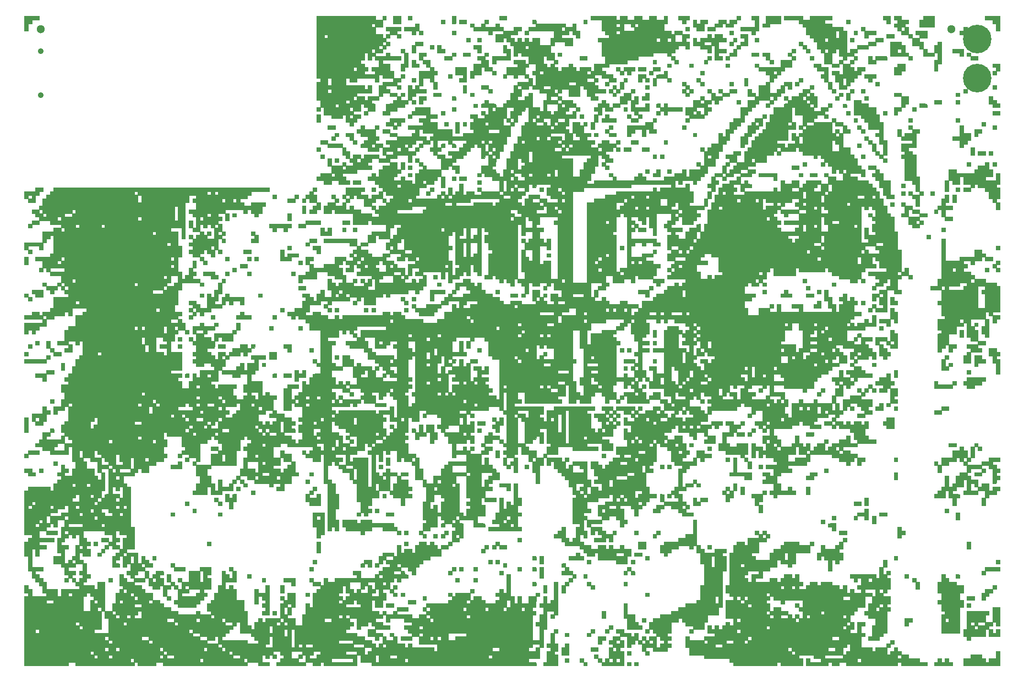
<source format=gbs>
%TF.GenerationSoftware,KiCad,Pcbnew,(6.0.0)*%
%TF.CreationDate,2022-11-25T13:22:47+01:00*%
%TF.ProjectId,PCB,5043422e-6b69-4636-9164-5f7063625858,rev?*%
%TF.SameCoordinates,Original*%
%TF.FileFunction,Soldermask,Bot*%
%TF.FilePolarity,Negative*%
%FSLAX46Y46*%
G04 Gerber Fmt 4.6, Leading zero omitted, Abs format (unit mm)*
G04 Created by KiCad (PCBNEW (6.0.0)) date 2022-11-25 13:22:47*
%MOMM*%
%LPD*%
G01*
G04 APERTURE LIST*
%ADD10C,0.010000*%
%ADD11C,1.300000*%
%ADD12C,0.700000*%
%ADD13C,4.400000*%
%ADD14C,0.900000*%
G04 APERTURE END LIST*
D10*
%TO.C,Ref\u002A\u002A*%
X89842334Y-54449500D02*
X89270834Y-54449500D01*
X89270834Y-54449500D02*
X89270834Y-55042167D01*
X89270834Y-55042167D02*
X89863500Y-55042167D01*
X89863500Y-55042167D02*
X89863500Y-54470667D01*
X89863500Y-54470667D02*
X90413834Y-54470667D01*
X90413834Y-54470667D02*
X90413834Y-53899167D01*
X90413834Y-53899167D02*
X89842334Y-53899167D01*
X89842334Y-53899167D02*
X89842334Y-54449500D01*
X89842334Y-54449500D02*
X89842334Y-54449500D01*
G36*
X90413834Y-54470667D02*
G01*
X89863500Y-54470667D01*
X89863500Y-55042167D01*
X89270834Y-55042167D01*
X89270834Y-54449500D01*
X89842334Y-54449500D01*
X89842334Y-53899167D01*
X90413834Y-53899167D01*
X90413834Y-54470667D01*
G37*
X90413834Y-54470667D02*
X89863500Y-54470667D01*
X89863500Y-55042167D01*
X89270834Y-55042167D01*
X89270834Y-54449500D01*
X89842334Y-54449500D01*
X89842334Y-53899167D01*
X90413834Y-53899167D01*
X90413834Y-54470667D01*
X171312834Y-76949667D02*
X171884334Y-76949667D01*
X171884334Y-76949667D02*
X171884334Y-75806667D01*
X171884334Y-75806667D02*
X171312834Y-75806667D01*
X171312834Y-75806667D02*
X171312834Y-76949667D01*
X171312834Y-76949667D02*
X171312834Y-76949667D01*
G36*
X171884334Y-76949667D02*
G01*
X171312834Y-76949667D01*
X171312834Y-75806667D01*
X171884334Y-75806667D01*
X171884334Y-76949667D01*
G37*
X171884334Y-76949667D02*
X171312834Y-76949667D01*
X171312834Y-75806667D01*
X171884334Y-75806667D01*
X171884334Y-76949667D01*
X113993500Y-115155500D02*
X114565000Y-115155500D01*
X114565000Y-115155500D02*
X114565000Y-115705834D01*
X114565000Y-115705834D02*
X115136500Y-115705834D01*
X115136500Y-115705834D02*
X115136500Y-115134334D01*
X115136500Y-115134334D02*
X114586167Y-115134334D01*
X114586167Y-115134334D02*
X114586167Y-114562834D01*
X114586167Y-114562834D02*
X113993500Y-114562834D01*
X113993500Y-114562834D02*
X113993500Y-115155500D01*
X113993500Y-115155500D02*
X113993500Y-115155500D01*
G36*
X114586167Y-115134334D02*
G01*
X115136500Y-115134334D01*
X115136500Y-115705834D01*
X114565000Y-115705834D01*
X114565000Y-115155500D01*
X113993500Y-115155500D01*
X113993500Y-114562834D01*
X114586167Y-114562834D01*
X114586167Y-115134334D01*
G37*
X114586167Y-115134334D02*
X115136500Y-115134334D01*
X115136500Y-115705834D01*
X114565000Y-115705834D01*
X114565000Y-115155500D01*
X113993500Y-115155500D01*
X113993500Y-114562834D01*
X114586167Y-114562834D01*
X114586167Y-115134334D01*
X31972667Y-96613500D02*
X32544167Y-96613500D01*
X32544167Y-96613500D02*
X32544167Y-96020834D01*
X32544167Y-96020834D02*
X31972667Y-96020834D01*
X31972667Y-96020834D02*
X31972667Y-96613500D01*
X31972667Y-96613500D02*
X31972667Y-96613500D01*
G36*
X32544167Y-96613500D02*
G01*
X31972667Y-96613500D01*
X31972667Y-96020834D01*
X32544167Y-96020834D01*
X32544167Y-96613500D01*
G37*
X32544167Y-96613500D02*
X31972667Y-96613500D01*
X31972667Y-96020834D01*
X32544167Y-96020834D01*
X32544167Y-96613500D01*
X176350500Y-120743500D02*
X175249834Y-120743500D01*
X175249834Y-120743500D02*
X175249834Y-119642834D01*
X175249834Y-119642834D02*
X175821334Y-119642834D01*
X175821334Y-119642834D02*
X175821334Y-119050167D01*
X175821334Y-119050167D02*
X172434667Y-119050167D01*
X172434667Y-119050167D02*
X172434667Y-121865334D01*
X172434667Y-121865334D02*
X171863167Y-121865334D01*
X171863167Y-121865334D02*
X171863167Y-123008334D01*
X171863167Y-123008334D02*
X172434667Y-123008334D01*
X172434667Y-123008334D02*
X172434667Y-123579834D01*
X172434667Y-123579834D02*
X173006167Y-123579834D01*
X173006167Y-123579834D02*
X173006167Y-123008334D01*
X173006167Y-123008334D02*
X175249834Y-123008334D01*
X175249834Y-123008334D02*
X175249834Y-121886500D01*
X175249834Y-121886500D02*
X175800167Y-121886500D01*
X175800167Y-121886500D02*
X175800167Y-123008334D01*
X175800167Y-123008334D02*
X177493500Y-123008334D01*
X177493500Y-123008334D02*
X177493500Y-121865334D01*
X177493500Y-121865334D02*
X176922000Y-121865334D01*
X176922000Y-121865334D02*
X176922000Y-122436834D01*
X176922000Y-122436834D02*
X176371667Y-122436834D01*
X176371667Y-122436834D02*
X176371667Y-121865334D01*
X176371667Y-121865334D02*
X175821334Y-121865334D01*
X175821334Y-121865334D02*
X175821334Y-121336167D01*
X175821334Y-121336167D02*
X174106834Y-121336167D01*
X174106834Y-121336167D02*
X174106834Y-121865334D01*
X174106834Y-121865334D02*
X173577667Y-121865334D01*
X173577667Y-121865334D02*
X173577667Y-121336167D01*
X173577667Y-121336167D02*
X174106834Y-121336167D01*
X174106834Y-121336167D02*
X175821334Y-121336167D01*
X175821334Y-121336167D02*
X176371667Y-121336167D01*
X176371667Y-121336167D02*
X176371667Y-120764667D01*
X176371667Y-120764667D02*
X175228667Y-120764667D01*
X175228667Y-120764667D02*
X175228667Y-121315000D01*
X175228667Y-121315000D02*
X174128000Y-121315000D01*
X174128000Y-121315000D02*
X174128000Y-120764667D01*
X174128000Y-120764667D02*
X173556500Y-120764667D01*
X173556500Y-120764667D02*
X173556500Y-121315000D01*
X173556500Y-121315000D02*
X173006167Y-121315000D01*
X173006167Y-121315000D02*
X173006167Y-120764667D01*
X173006167Y-120764667D02*
X173556500Y-120764667D01*
X173556500Y-120764667D02*
X174128000Y-120764667D01*
X174128000Y-120764667D02*
X175228667Y-120764667D01*
X175228667Y-120764667D02*
X176371667Y-120764667D01*
X176371667Y-120764667D02*
X176922000Y-120764667D01*
X176922000Y-120764667D02*
X176922000Y-121336167D01*
X176922000Y-121336167D02*
X177493500Y-121336167D01*
X177493500Y-121336167D02*
X177493500Y-118499834D01*
X177493500Y-118499834D02*
X176350500Y-118499834D01*
X176350500Y-118499834D02*
X176350500Y-120743500D01*
X176350500Y-120743500D02*
X176350500Y-120743500D01*
G36*
X176371667Y-121865334D02*
G01*
X176371667Y-122436834D01*
X176922000Y-122436834D01*
X176922000Y-121865334D01*
X177493500Y-121865334D01*
X177493500Y-123008334D01*
X175800167Y-123008334D01*
X175800167Y-121886500D01*
X175249834Y-121886500D01*
X175249834Y-123008334D01*
X173006167Y-123008334D01*
X173006167Y-123579834D01*
X172434667Y-123579834D01*
X172434667Y-123008334D01*
X171863167Y-123008334D01*
X171863167Y-121865334D01*
X172434667Y-121865334D01*
X172434667Y-121336167D01*
X173577667Y-121336167D01*
X173577667Y-121865334D01*
X174106834Y-121865334D01*
X174106834Y-121336167D01*
X173577667Y-121336167D01*
X172434667Y-121336167D01*
X172434667Y-120764667D01*
X173006167Y-120764667D01*
X173006167Y-121315000D01*
X173556500Y-121315000D01*
X173556500Y-120764667D01*
X174128000Y-120764667D01*
X174128000Y-121315000D01*
X175228667Y-121315000D01*
X175228667Y-120764667D01*
X174128000Y-120764667D01*
X173556500Y-120764667D01*
X173006167Y-120764667D01*
X172434667Y-120764667D01*
X172434667Y-119050167D01*
X175821334Y-119050167D01*
X175821334Y-119642834D01*
X175249834Y-119642834D01*
X175249834Y-120743500D01*
X176350500Y-120743500D01*
X176350500Y-118499834D01*
X177493500Y-118499834D01*
X177493500Y-121336167D01*
X176922000Y-121336167D01*
X176922000Y-120764667D01*
X176371667Y-120764667D01*
X176371667Y-121336167D01*
X175821334Y-121336167D01*
X175821334Y-121865334D01*
X176371667Y-121865334D01*
G37*
X176371667Y-121865334D02*
X176371667Y-122436834D01*
X176922000Y-122436834D01*
X176922000Y-121865334D01*
X177493500Y-121865334D01*
X177493500Y-123008334D01*
X175800167Y-123008334D01*
X175800167Y-121886500D01*
X175249834Y-121886500D01*
X175249834Y-123008334D01*
X173006167Y-123008334D01*
X173006167Y-123579834D01*
X172434667Y-123579834D01*
X172434667Y-123008334D01*
X171863167Y-123008334D01*
X171863167Y-121865334D01*
X172434667Y-121865334D01*
X172434667Y-121336167D01*
X173577667Y-121336167D01*
X173577667Y-121865334D01*
X174106834Y-121865334D01*
X174106834Y-121336167D01*
X173577667Y-121336167D01*
X172434667Y-121336167D01*
X172434667Y-120764667D01*
X173006167Y-120764667D01*
X173006167Y-121315000D01*
X173556500Y-121315000D01*
X173556500Y-120764667D01*
X174128000Y-120764667D01*
X174128000Y-121315000D01*
X175228667Y-121315000D01*
X175228667Y-120764667D01*
X174128000Y-120764667D01*
X173556500Y-120764667D01*
X173006167Y-120764667D01*
X172434667Y-120764667D01*
X172434667Y-119050167D01*
X175821334Y-119050167D01*
X175821334Y-119642834D01*
X175249834Y-119642834D01*
X175249834Y-120743500D01*
X176350500Y-120743500D01*
X176350500Y-118499834D01*
X177493500Y-118499834D01*
X177493500Y-121336167D01*
X176922000Y-121336167D01*
X176922000Y-120764667D01*
X176371667Y-120764667D01*
X176371667Y-121336167D01*
X175821334Y-121336167D01*
X175821334Y-121865334D01*
X176371667Y-121865334D01*
X53329834Y-103916000D02*
X53901334Y-103916000D01*
X53901334Y-103916000D02*
X53901334Y-103323334D01*
X53901334Y-103323334D02*
X53329834Y-103323334D01*
X53329834Y-103323334D02*
X53329834Y-103916000D01*
X53329834Y-103916000D02*
X53329834Y-103916000D01*
G36*
X53901334Y-103916000D02*
G01*
X53329834Y-103916000D01*
X53329834Y-103323334D01*
X53901334Y-103323334D01*
X53901334Y-103916000D01*
G37*
X53901334Y-103916000D02*
X53329834Y-103916000D01*
X53329834Y-103323334D01*
X53901334Y-103323334D01*
X53901334Y-103916000D01*
X69607000Y-69647167D02*
X70750000Y-69647167D01*
X70750000Y-69647167D02*
X70750000Y-69054500D01*
X70750000Y-69054500D02*
X69607000Y-69054500D01*
X69607000Y-69054500D02*
X69607000Y-69647167D01*
X69607000Y-69647167D02*
X69607000Y-69647167D01*
G36*
X70750000Y-69647167D02*
G01*
X69607000Y-69647167D01*
X69607000Y-69054500D01*
X70750000Y-69054500D01*
X70750000Y-69647167D01*
G37*
X70750000Y-69647167D02*
X69607000Y-69647167D01*
X69607000Y-69054500D01*
X70750000Y-69054500D01*
X70750000Y-69647167D01*
X74115500Y-44924500D02*
X75258500Y-44924500D01*
X75258500Y-44924500D02*
X75258500Y-44353000D01*
X75258500Y-44353000D02*
X74115500Y-44353000D01*
X74115500Y-44353000D02*
X74115500Y-44924500D01*
X74115500Y-44924500D02*
X74115500Y-44924500D01*
G36*
X75258500Y-44924500D02*
G01*
X74115500Y-44924500D01*
X74115500Y-44353000D01*
X75258500Y-44353000D01*
X75258500Y-44924500D01*
G37*
X75258500Y-44924500D02*
X74115500Y-44924500D01*
X74115500Y-44353000D01*
X75258500Y-44353000D01*
X75258500Y-44924500D01*
X172434667Y-83659500D02*
X171863167Y-83659500D01*
X171863167Y-83659500D02*
X171863167Y-84252167D01*
X171863167Y-84252167D02*
X172434667Y-84252167D01*
X172434667Y-84252167D02*
X172434667Y-84802500D01*
X172434667Y-84802500D02*
X173577667Y-84802500D01*
X173577667Y-84802500D02*
X173577667Y-84252167D01*
X173577667Y-84252167D02*
X174699500Y-84252167D01*
X174699500Y-84252167D02*
X174699500Y-83680667D01*
X174699500Y-83680667D02*
X175249834Y-83680667D01*
X175249834Y-83680667D02*
X175249834Y-83109167D01*
X175249834Y-83109167D02*
X172434667Y-83109167D01*
X172434667Y-83109167D02*
X172434667Y-83659500D01*
X172434667Y-83659500D02*
X172434667Y-83659500D01*
G36*
X175249834Y-83680667D02*
G01*
X174699500Y-83680667D01*
X174699500Y-84252167D01*
X173577667Y-84252167D01*
X173577667Y-84802500D01*
X172434667Y-84802500D01*
X172434667Y-84252167D01*
X171863167Y-84252167D01*
X171863167Y-83659500D01*
X172434667Y-83659500D01*
X172434667Y-83109167D01*
X175249834Y-83109167D01*
X175249834Y-83680667D01*
G37*
X175249834Y-83680667D02*
X174699500Y-83680667D01*
X174699500Y-84252167D01*
X173577667Y-84252167D01*
X173577667Y-84802500D01*
X172434667Y-84802500D01*
X172434667Y-84252167D01*
X171863167Y-84252167D01*
X171863167Y-83659500D01*
X172434667Y-83659500D01*
X172434667Y-83109167D01*
X175249834Y-83109167D01*
X175249834Y-83680667D01*
X176355195Y-50253209D02*
X176361084Y-50544250D01*
X176361084Y-50544250D02*
X176652125Y-50550139D01*
X176652125Y-50550139D02*
X176943167Y-50556028D01*
X176943167Y-50556028D02*
X176943167Y-49962167D01*
X176943167Y-49962167D02*
X176349306Y-49962167D01*
X176349306Y-49962167D02*
X176355195Y-50253209D01*
X176355195Y-50253209D02*
X176355195Y-50253209D01*
G36*
X176943167Y-50556028D02*
G01*
X176652125Y-50550139D01*
X176361084Y-50544250D01*
X176355195Y-50253209D01*
X176349306Y-49962167D01*
X176943167Y-49962167D01*
X176943167Y-50556028D01*
G37*
X176943167Y-50556028D02*
X176652125Y-50550139D01*
X176361084Y-50544250D01*
X176355195Y-50253209D01*
X176349306Y-49962167D01*
X176943167Y-49962167D01*
X176943167Y-50556028D01*
X84216946Y-28070542D02*
X84222584Y-28636750D01*
X84222584Y-28636750D02*
X84788792Y-28642388D01*
X84788792Y-28642388D02*
X85355000Y-28648025D01*
X85355000Y-28648025D02*
X85355000Y-27504334D01*
X85355000Y-27504334D02*
X84211309Y-27504334D01*
X84211309Y-27504334D02*
X84216946Y-28070542D01*
X84216946Y-28070542D02*
X84216946Y-28070542D01*
G36*
X85355000Y-28648025D02*
G01*
X84788792Y-28642388D01*
X84222584Y-28636750D01*
X84216946Y-28070542D01*
X84211309Y-27504334D01*
X85355000Y-27504334D01*
X85355000Y-28648025D01*
G37*
X85355000Y-28648025D02*
X84788792Y-28642388D01*
X84222584Y-28636750D01*
X84216946Y-28070542D01*
X84211309Y-27504334D01*
X85355000Y-27504334D01*
X85355000Y-28648025D01*
X76359167Y-60651334D02*
X76930667Y-60651334D01*
X76930667Y-60651334D02*
X76930667Y-60079834D01*
X76930667Y-60079834D02*
X76359167Y-60079834D01*
X76359167Y-60079834D02*
X76359167Y-60651334D01*
X76359167Y-60651334D02*
X76359167Y-60651334D01*
G36*
X76930667Y-60651334D02*
G01*
X76359167Y-60651334D01*
X76359167Y-60079834D01*
X76930667Y-60079834D01*
X76930667Y-60651334D01*
G37*
X76930667Y-60651334D02*
X76359167Y-60651334D01*
X76359167Y-60079834D01*
X76930667Y-60079834D01*
X76930667Y-60651334D01*
X135350667Y-35378334D02*
X135922167Y-35378334D01*
X135922167Y-35378334D02*
X135922167Y-34806834D01*
X135922167Y-34806834D02*
X135350667Y-34806834D01*
X135350667Y-34806834D02*
X135350667Y-35378334D01*
X135350667Y-35378334D02*
X135350667Y-35378334D01*
G36*
X135922167Y-35378334D02*
G01*
X135350667Y-35378334D01*
X135350667Y-34806834D01*
X135922167Y-34806834D01*
X135922167Y-35378334D01*
G37*
X135922167Y-35378334D02*
X135350667Y-35378334D01*
X135350667Y-34806834D01*
X135922167Y-34806834D01*
X135922167Y-35378334D01*
X96578028Y-41267959D02*
X96572139Y-41559000D01*
X96572139Y-41559000D02*
X97167195Y-41559000D01*
X97167195Y-41559000D02*
X97161306Y-41267959D01*
X97161306Y-41267959D02*
X97155417Y-40976917D01*
X97155417Y-40976917D02*
X96583917Y-40976917D01*
X96583917Y-40976917D02*
X96578028Y-41267959D01*
X96578028Y-41267959D02*
X96578028Y-41267959D01*
G36*
X97161306Y-41267959D02*
G01*
X97167195Y-41559000D01*
X96572139Y-41559000D01*
X96578028Y-41267959D01*
X96583917Y-40976917D01*
X97155417Y-40976917D01*
X97161306Y-41267959D01*
G37*
X97161306Y-41267959D02*
X97167195Y-41559000D01*
X96572139Y-41559000D01*
X96578028Y-41267959D01*
X96583917Y-40976917D01*
X97155417Y-40976917D01*
X97161306Y-41267959D01*
X138165834Y-38193500D02*
X138737334Y-38193500D01*
X138737334Y-38193500D02*
X138737334Y-37050500D01*
X138737334Y-37050500D02*
X138165834Y-37050500D01*
X138165834Y-37050500D02*
X138165834Y-38193500D01*
X138165834Y-38193500D02*
X138165834Y-38193500D01*
G36*
X138737334Y-38193500D02*
G01*
X138165834Y-38193500D01*
X138165834Y-37050500D01*
X138737334Y-37050500D01*
X138737334Y-38193500D01*
G37*
X138737334Y-38193500D02*
X138165834Y-38193500D01*
X138165834Y-37050500D01*
X138737334Y-37050500D01*
X138737334Y-38193500D01*
X161195167Y-98857167D02*
X161766667Y-98857167D01*
X161766667Y-98857167D02*
X161766667Y-97714167D01*
X161766667Y-97714167D02*
X161195167Y-97714167D01*
X161195167Y-97714167D02*
X161195167Y-98857167D01*
X161195167Y-98857167D02*
X161195167Y-98857167D01*
G36*
X161766667Y-98857167D02*
G01*
X161195167Y-98857167D01*
X161195167Y-97714167D01*
X161766667Y-97714167D01*
X161766667Y-98857167D01*
G37*
X161766667Y-98857167D02*
X161195167Y-98857167D01*
X161195167Y-97714167D01*
X161766667Y-97714167D01*
X161766667Y-98857167D01*
X64548167Y-116256167D02*
X63447500Y-116256167D01*
X63447500Y-116256167D02*
X63447500Y-115684667D01*
X63447500Y-115684667D02*
X62876000Y-115684667D01*
X62876000Y-115684667D02*
X62876000Y-117949500D01*
X62876000Y-117949500D02*
X63447500Y-117949500D01*
X63447500Y-117949500D02*
X63447500Y-116827667D01*
X63447500Y-116827667D02*
X63997834Y-116827667D01*
X63997834Y-116827667D02*
X63997834Y-117399167D01*
X63997834Y-117399167D02*
X64548167Y-117399167D01*
X64548167Y-117399167D02*
X64548167Y-117928334D01*
X64548167Y-117928334D02*
X63997834Y-117928334D01*
X63997834Y-117928334D02*
X63997834Y-118521000D01*
X63997834Y-118521000D02*
X64548167Y-118521000D01*
X64548167Y-118521000D02*
X64548167Y-119050167D01*
X64548167Y-119050167D02*
X63997834Y-119050167D01*
X63997834Y-119050167D02*
X63997834Y-119642834D01*
X63997834Y-119642834D02*
X65140834Y-119642834D01*
X65140834Y-119642834D02*
X65140834Y-115134334D01*
X65140834Y-115134334D02*
X64548167Y-115134334D01*
X64548167Y-115134334D02*
X64548167Y-116256167D01*
X64548167Y-116256167D02*
X64548167Y-116256167D01*
G36*
X65140834Y-119642834D02*
G01*
X63997834Y-119642834D01*
X63997834Y-119050167D01*
X64548167Y-119050167D01*
X64548167Y-118521000D01*
X63997834Y-118521000D01*
X63997834Y-117928334D01*
X64548167Y-117928334D01*
X64548167Y-117399167D01*
X63997834Y-117399167D01*
X63997834Y-116827667D01*
X63447500Y-116827667D01*
X63447500Y-117949500D01*
X62876000Y-117949500D01*
X62876000Y-115684667D01*
X63447500Y-115684667D01*
X63447500Y-116256167D01*
X64548167Y-116256167D01*
X64548167Y-115134334D01*
X65140834Y-115134334D01*
X65140834Y-119642834D01*
G37*
X65140834Y-119642834D02*
X63997834Y-119642834D01*
X63997834Y-119050167D01*
X64548167Y-119050167D01*
X64548167Y-118521000D01*
X63997834Y-118521000D01*
X63997834Y-117928334D01*
X64548167Y-117928334D01*
X64548167Y-117399167D01*
X63997834Y-117399167D01*
X63997834Y-116827667D01*
X63447500Y-116827667D01*
X63447500Y-117949500D01*
X62876000Y-117949500D01*
X62876000Y-115684667D01*
X63447500Y-115684667D01*
X63447500Y-116256167D01*
X64548167Y-116256167D01*
X64548167Y-115134334D01*
X65140834Y-115134334D01*
X65140834Y-119642834D01*
X100515028Y-113171125D02*
X100509139Y-113462167D01*
X100509139Y-113462167D02*
X101104195Y-113462167D01*
X101104195Y-113462167D02*
X101098306Y-113171125D01*
X101098306Y-113171125D02*
X101092417Y-112880084D01*
X101092417Y-112880084D02*
X100520917Y-112880084D01*
X100520917Y-112880084D02*
X100515028Y-113171125D01*
X100515028Y-113171125D02*
X100515028Y-113171125D01*
G36*
X101098306Y-113171125D02*
G01*
X101104195Y-113462167D01*
X100509139Y-113462167D01*
X100515028Y-113171125D01*
X100520917Y-112880084D01*
X101092417Y-112880084D01*
X101098306Y-113171125D01*
G37*
X101098306Y-113171125D02*
X101104195Y-113462167D01*
X100509139Y-113462167D01*
X100515028Y-113171125D01*
X100520917Y-112880084D01*
X101092417Y-112880084D01*
X101098306Y-113171125D01*
X163999750Y-41548417D02*
X163999750Y-42119917D01*
X163999750Y-42119917D02*
X164276095Y-42125794D01*
X164276095Y-42125794D02*
X164380303Y-42126920D01*
X164380303Y-42126920D02*
X164468872Y-42125821D01*
X164468872Y-42125821D02*
X164533400Y-42122752D01*
X164533400Y-42122752D02*
X164565486Y-42117967D01*
X164565486Y-42117967D02*
X164567137Y-42116975D01*
X164567137Y-42116975D02*
X164572564Y-42091450D01*
X164572564Y-42091450D02*
X164577087Y-42031892D01*
X164577087Y-42031892D02*
X164580295Y-41946600D01*
X164580295Y-41946600D02*
X164581779Y-41843871D01*
X164581779Y-41843871D02*
X164581834Y-41819458D01*
X164581834Y-41819458D02*
X164581834Y-41536639D01*
X164581834Y-41536639D02*
X163999750Y-41548417D01*
X163999750Y-41548417D02*
X163999750Y-41548417D01*
G36*
X164581834Y-41819458D02*
G01*
X164581779Y-41843871D01*
X164580295Y-41946600D01*
X164577087Y-42031892D01*
X164572564Y-42091450D01*
X164567137Y-42116975D01*
X164565486Y-42117967D01*
X164533400Y-42122752D01*
X164468872Y-42125821D01*
X164380303Y-42126920D01*
X164276095Y-42125794D01*
X163999750Y-42119917D01*
X163999750Y-41548417D01*
X164581834Y-41536639D01*
X164581834Y-41819458D01*
G37*
X164581834Y-41819458D02*
X164581779Y-41843871D01*
X164580295Y-41946600D01*
X164577087Y-42031892D01*
X164572564Y-42091450D01*
X164567137Y-42116975D01*
X164565486Y-42117967D01*
X164533400Y-42122752D01*
X164468872Y-42125821D01*
X164380303Y-42126920D01*
X164276095Y-42125794D01*
X163999750Y-42119917D01*
X163999750Y-41548417D01*
X164581834Y-41536639D01*
X164581834Y-41819458D01*
X161195167Y-111218500D02*
X161766667Y-111218500D01*
X161766667Y-111218500D02*
X161766667Y-110625834D01*
X161766667Y-110625834D02*
X161195167Y-110625834D01*
X161195167Y-110625834D02*
X161195167Y-111218500D01*
X161195167Y-111218500D02*
X161195167Y-111218500D01*
G36*
X161766667Y-111218500D02*
G01*
X161195167Y-111218500D01*
X161195167Y-110625834D01*
X161766667Y-110625834D01*
X161766667Y-111218500D01*
G37*
X161766667Y-111218500D02*
X161195167Y-111218500D01*
X161195167Y-110625834D01*
X161766667Y-110625834D01*
X161766667Y-111218500D01*
X65119667Y-60101000D02*
X65670000Y-60101000D01*
X65670000Y-60101000D02*
X65670000Y-60651334D01*
X65670000Y-60651334D02*
X66262667Y-60651334D01*
X66262667Y-60651334D02*
X66262667Y-60101000D01*
X66262667Y-60101000D02*
X67363334Y-60101000D01*
X67363334Y-60101000D02*
X67363334Y-60651334D01*
X67363334Y-60651334D02*
X67956000Y-60651334D01*
X67956000Y-60651334D02*
X67956000Y-60101000D01*
X67956000Y-60101000D02*
X68506334Y-60101000D01*
X68506334Y-60101000D02*
X68506334Y-59508334D01*
X68506334Y-59508334D02*
X65119667Y-59508334D01*
X65119667Y-59508334D02*
X65119667Y-60101000D01*
X65119667Y-60101000D02*
X65119667Y-60101000D01*
G36*
X68506334Y-60101000D02*
G01*
X67956000Y-60101000D01*
X67956000Y-60651334D01*
X67363334Y-60651334D01*
X67363334Y-60101000D01*
X66262667Y-60101000D01*
X66262667Y-60651334D01*
X65670000Y-60651334D01*
X65670000Y-60101000D01*
X65119667Y-60101000D01*
X65119667Y-59508334D01*
X68506334Y-59508334D01*
X68506334Y-60101000D01*
G37*
X68506334Y-60101000D02*
X67956000Y-60101000D01*
X67956000Y-60651334D01*
X67363334Y-60651334D01*
X67363334Y-60101000D01*
X66262667Y-60101000D01*
X66262667Y-60651334D01*
X65670000Y-60651334D01*
X65670000Y-60101000D01*
X65119667Y-60101000D01*
X65119667Y-59508334D01*
X68506334Y-59508334D01*
X68506334Y-60101000D01*
X52758334Y-77500000D02*
X53329834Y-77500000D01*
X53329834Y-77500000D02*
X53329834Y-76928500D01*
X53329834Y-76928500D02*
X52758334Y-76928500D01*
X52758334Y-76928500D02*
X52758334Y-77500000D01*
X52758334Y-77500000D02*
X52758334Y-77500000D01*
G36*
X53329834Y-77500000D02*
G01*
X52758334Y-77500000D01*
X52758334Y-76928500D01*
X53329834Y-76928500D01*
X53329834Y-77500000D01*
G37*
X53329834Y-77500000D02*
X52758334Y-77500000D01*
X52758334Y-76928500D01*
X53329834Y-76928500D01*
X53329834Y-77500000D01*
X71300334Y-112890667D02*
X71871834Y-112890667D01*
X71871834Y-112890667D02*
X71871834Y-112319167D01*
X71871834Y-112319167D02*
X71300334Y-112319167D01*
X71300334Y-112319167D02*
X71300334Y-112890667D01*
X71300334Y-112890667D02*
X71300334Y-112890667D01*
G36*
X71871834Y-112890667D02*
G01*
X71300334Y-112890667D01*
X71300334Y-112319167D01*
X71871834Y-112319167D01*
X71871834Y-112890667D01*
G37*
X71871834Y-112890667D02*
X71300334Y-112890667D01*
X71300334Y-112319167D01*
X71871834Y-112319167D01*
X71871834Y-112890667D01*
X89842334Y-32563167D02*
X90413834Y-32563167D01*
X90413834Y-32563167D02*
X90413834Y-31991667D01*
X90413834Y-31991667D02*
X89842334Y-31991667D01*
X89842334Y-31991667D02*
X89842334Y-32563167D01*
X89842334Y-32563167D02*
X89842334Y-32563167D01*
G36*
X90413834Y-32563167D02*
G01*
X89842334Y-32563167D01*
X89842334Y-31991667D01*
X90413834Y-31991667D01*
X90413834Y-32563167D01*
G37*
X90413834Y-32563167D02*
X89842334Y-32563167D01*
X89842334Y-31991667D01*
X90413834Y-31991667D01*
X90413834Y-32563167D01*
X140959834Y-43231167D02*
X139838000Y-43231167D01*
X139838000Y-43231167D02*
X139838000Y-43781500D01*
X139838000Y-43781500D02*
X139287667Y-43781500D01*
X139287667Y-43781500D02*
X139287667Y-44353000D01*
X139287667Y-44353000D02*
X138716167Y-44353000D01*
X138716167Y-44353000D02*
X138716167Y-45474834D01*
X138716167Y-45474834D02*
X138165834Y-45474834D01*
X138165834Y-45474834D02*
X138165834Y-46025167D01*
X138165834Y-46025167D02*
X137594334Y-46025167D01*
X137594334Y-46025167D02*
X137594334Y-47739667D01*
X137594334Y-47739667D02*
X138165834Y-47739667D01*
X138165834Y-47739667D02*
X138165834Y-47168167D01*
X138165834Y-47168167D02*
X138737334Y-47168167D01*
X138737334Y-47168167D02*
X138737334Y-46046334D01*
X138737334Y-46046334D02*
X139308834Y-46046334D01*
X139308834Y-46046334D02*
X139308834Y-45496000D01*
X139308834Y-45496000D02*
X139859167Y-45496000D01*
X139859167Y-45496000D02*
X139859167Y-44924500D01*
X139859167Y-44924500D02*
X140430667Y-44924500D01*
X140430667Y-44924500D02*
X140430667Y-44374167D01*
X140430667Y-44374167D02*
X140981000Y-44374167D01*
X140981000Y-44374167D02*
X140981000Y-43802667D01*
X140981000Y-43802667D02*
X140409500Y-43802667D01*
X140409500Y-43802667D02*
X140409500Y-44353000D01*
X140409500Y-44353000D02*
X139859167Y-44353000D01*
X139859167Y-44353000D02*
X139859167Y-43802667D01*
X139859167Y-43802667D02*
X140409500Y-43802667D01*
X140409500Y-43802667D02*
X140981000Y-43802667D01*
X140981000Y-43802667D02*
X140981000Y-43252334D01*
X140981000Y-43252334D02*
X141552500Y-43252334D01*
X141552500Y-43252334D02*
X141552500Y-42659667D01*
X141552500Y-42659667D02*
X140959834Y-42659667D01*
X140959834Y-42659667D02*
X140959834Y-43231167D01*
X140959834Y-43231167D02*
X140959834Y-43231167D01*
G36*
X140430667Y-44374167D02*
G01*
X140430667Y-44924500D01*
X139859167Y-44924500D01*
X139859167Y-45496000D01*
X139308834Y-45496000D01*
X139308834Y-46046334D01*
X138737334Y-46046334D01*
X138737334Y-47168167D01*
X138165834Y-47168167D01*
X138165834Y-47739667D01*
X137594334Y-47739667D01*
X137594334Y-46025167D01*
X138165834Y-46025167D01*
X138165834Y-45474834D01*
X138716167Y-45474834D01*
X138716167Y-44353000D01*
X139287667Y-44353000D01*
X139287667Y-43802667D01*
X139859167Y-43802667D01*
X139859167Y-44353000D01*
X140409500Y-44353000D01*
X140409500Y-43802667D01*
X139859167Y-43802667D01*
X139287667Y-43802667D01*
X139287667Y-43781500D01*
X139838000Y-43781500D01*
X139838000Y-43231167D01*
X140959834Y-43231167D01*
X140959834Y-42659667D01*
X141552500Y-42659667D01*
X141552500Y-43252334D01*
X140981000Y-43252334D01*
X140981000Y-44374167D01*
X140430667Y-44374167D01*
G37*
X140430667Y-44374167D02*
X140430667Y-44924500D01*
X139859167Y-44924500D01*
X139859167Y-45496000D01*
X139308834Y-45496000D01*
X139308834Y-46046334D01*
X138737334Y-46046334D01*
X138737334Y-47168167D01*
X138165834Y-47168167D01*
X138165834Y-47739667D01*
X137594334Y-47739667D01*
X137594334Y-46025167D01*
X138165834Y-46025167D01*
X138165834Y-45474834D01*
X138716167Y-45474834D01*
X138716167Y-44353000D01*
X139287667Y-44353000D01*
X139287667Y-43802667D01*
X139859167Y-43802667D01*
X139859167Y-44353000D01*
X140409500Y-44353000D01*
X140409500Y-43802667D01*
X139859167Y-43802667D01*
X139287667Y-43802667D01*
X139287667Y-43781500D01*
X139838000Y-43781500D01*
X139838000Y-43231167D01*
X140959834Y-43231167D01*
X140959834Y-42659667D01*
X141552500Y-42659667D01*
X141552500Y-43252334D01*
X140981000Y-43252334D01*
X140981000Y-44374167D01*
X140430667Y-44374167D01*
X128598500Y-38193500D02*
X129170000Y-38193500D01*
X129170000Y-38193500D02*
X129170000Y-38722667D01*
X129170000Y-38722667D02*
X128598500Y-38722667D01*
X128598500Y-38722667D02*
X128598500Y-39315334D01*
X128598500Y-39315334D02*
X129170000Y-39315334D01*
X129170000Y-39315334D02*
X129170000Y-39865667D01*
X129170000Y-39865667D02*
X129741500Y-39865667D01*
X129741500Y-39865667D02*
X129741500Y-39315334D01*
X129741500Y-39315334D02*
X130313000Y-39315334D01*
X130313000Y-39315334D02*
X130313000Y-38743834D01*
X130313000Y-38743834D02*
X129720334Y-38743834D01*
X129720334Y-38743834D02*
X129720334Y-39294167D01*
X129720334Y-39294167D02*
X129191167Y-39294167D01*
X129191167Y-39294167D02*
X129191167Y-38743834D01*
X129191167Y-38743834D02*
X129720334Y-38743834D01*
X129720334Y-38743834D02*
X130313000Y-38743834D01*
X130313000Y-38743834D02*
X130313000Y-38722667D01*
X130313000Y-38722667D02*
X129741500Y-38722667D01*
X129741500Y-38722667D02*
X129741500Y-38172334D01*
X129741500Y-38172334D02*
X129191167Y-38172334D01*
X129191167Y-38172334D02*
X129191167Y-37600834D01*
X129191167Y-37600834D02*
X128598500Y-37600834D01*
X128598500Y-37600834D02*
X128598500Y-38193500D01*
X128598500Y-38193500D02*
X128598500Y-38193500D01*
G36*
X129741500Y-39315334D02*
G01*
X129741500Y-39865667D01*
X129170000Y-39865667D01*
X129170000Y-39315334D01*
X128598500Y-39315334D01*
X128598500Y-38743834D01*
X129191167Y-38743834D01*
X129191167Y-39294167D01*
X129720334Y-39294167D01*
X129720334Y-38743834D01*
X129191167Y-38743834D01*
X128598500Y-38743834D01*
X128598500Y-38722667D01*
X129170000Y-38722667D01*
X129170000Y-38193500D01*
X128598500Y-38193500D01*
X128598500Y-37600834D01*
X129191167Y-37600834D01*
X129191167Y-38172334D01*
X129741500Y-38172334D01*
X129741500Y-38722667D01*
X130313000Y-38722667D01*
X130313000Y-39315334D01*
X129741500Y-39315334D01*
G37*
X129741500Y-39315334D02*
X129741500Y-39865667D01*
X129170000Y-39865667D01*
X129170000Y-39315334D01*
X128598500Y-39315334D01*
X128598500Y-38743834D01*
X129191167Y-38743834D01*
X129191167Y-39294167D01*
X129720334Y-39294167D01*
X129720334Y-38743834D01*
X129191167Y-38743834D01*
X128598500Y-38743834D01*
X128598500Y-38722667D01*
X129170000Y-38722667D01*
X129170000Y-38193500D01*
X128598500Y-38193500D01*
X128598500Y-37600834D01*
X129191167Y-37600834D01*
X129191167Y-38172334D01*
X129741500Y-38172334D01*
X129741500Y-38722667D01*
X130313000Y-38722667D01*
X130313000Y-39315334D01*
X129741500Y-39315334D01*
X124111167Y-76949667D02*
X124682667Y-76949667D01*
X124682667Y-76949667D02*
X124682667Y-75806667D01*
X124682667Y-75806667D02*
X124111167Y-75806667D01*
X124111167Y-75806667D02*
X124111167Y-76949667D01*
X124111167Y-76949667D02*
X124111167Y-76949667D01*
G36*
X124682667Y-76949667D02*
G01*
X124111167Y-76949667D01*
X124111167Y-75806667D01*
X124682667Y-75806667D01*
X124682667Y-76949667D01*
G37*
X124682667Y-76949667D02*
X124111167Y-76949667D01*
X124111167Y-75806667D01*
X124682667Y-75806667D01*
X124682667Y-76949667D01*
X156136334Y-39315334D02*
X156707834Y-39315334D01*
X156707834Y-39315334D02*
X156707834Y-38722667D01*
X156707834Y-38722667D02*
X156136334Y-38722667D01*
X156136334Y-38722667D02*
X156136334Y-39315334D01*
X156136334Y-39315334D02*
X156136334Y-39315334D01*
G36*
X156707834Y-39315334D02*
G01*
X156136334Y-39315334D01*
X156136334Y-38722667D01*
X156707834Y-38722667D01*
X156707834Y-39315334D01*
G37*
X156707834Y-39315334D02*
X156136334Y-39315334D01*
X156136334Y-38722667D01*
X156707834Y-38722667D01*
X156707834Y-39315334D01*
X148563959Y-33668528D02*
X148272917Y-33674417D01*
X148272917Y-33674417D02*
X148267028Y-33965459D01*
X148267028Y-33965459D02*
X148261139Y-34256500D01*
X148261139Y-34256500D02*
X148855000Y-34256500D01*
X148855000Y-34256500D02*
X148855000Y-33662639D01*
X148855000Y-33662639D02*
X148563959Y-33668528D01*
X148563959Y-33668528D02*
X148563959Y-33668528D01*
G36*
X148855000Y-34256500D02*
G01*
X148261139Y-34256500D01*
X148267028Y-33965459D01*
X148272917Y-33674417D01*
X148563959Y-33668528D01*
X148855000Y-33662639D01*
X148855000Y-34256500D01*
G37*
X148855000Y-34256500D02*
X148261139Y-34256500D01*
X148267028Y-33965459D01*
X148272917Y-33674417D01*
X148563959Y-33668528D01*
X148855000Y-33662639D01*
X148855000Y-34256500D01*
X176922000Y-65689000D02*
X176349306Y-65689000D01*
X176349306Y-65689000D02*
X176361084Y-66271084D01*
X176361084Y-66271084D02*
X176922000Y-66282896D01*
X176922000Y-66282896D02*
X176922000Y-66832000D01*
X176922000Y-66832000D02*
X177493500Y-66832000D01*
X177493500Y-66832000D02*
X177493500Y-66260500D01*
X177493500Y-66260500D02*
X176943167Y-66260500D01*
X176943167Y-66260500D02*
X176943167Y-65710167D01*
X176943167Y-65710167D02*
X177493500Y-65710167D01*
X177493500Y-65710167D02*
X177493500Y-65138667D01*
X177493500Y-65138667D02*
X176922000Y-65138667D01*
X176922000Y-65138667D02*
X176922000Y-65689000D01*
X176922000Y-65689000D02*
X176922000Y-65689000D01*
G36*
X177493500Y-65710167D02*
G01*
X176943167Y-65710167D01*
X176943167Y-66260500D01*
X177493500Y-66260500D01*
X177493500Y-66832000D01*
X176922000Y-66832000D01*
X176922000Y-66282896D01*
X176361084Y-66271084D01*
X176349306Y-65689000D01*
X176922000Y-65689000D01*
X176922000Y-65138667D01*
X177493500Y-65138667D01*
X177493500Y-65710167D01*
G37*
X177493500Y-65710167D02*
X176943167Y-65710167D01*
X176943167Y-66260500D01*
X177493500Y-66260500D01*
X177493500Y-66832000D01*
X176922000Y-66832000D01*
X176922000Y-66282896D01*
X176361084Y-66271084D01*
X176349306Y-65689000D01*
X176922000Y-65689000D01*
X176922000Y-65138667D01*
X177493500Y-65138667D01*
X177493500Y-65710167D01*
X47149167Y-111218500D02*
X47720667Y-111218500D01*
X47720667Y-111218500D02*
X47720667Y-110625834D01*
X47720667Y-110625834D02*
X47149167Y-110625834D01*
X47149167Y-110625834D02*
X47149167Y-111218500D01*
X47149167Y-111218500D02*
X47149167Y-111218500D01*
G36*
X47720667Y-111218500D02*
G01*
X47149167Y-111218500D01*
X47149167Y-110625834D01*
X47720667Y-110625834D01*
X47720667Y-111218500D01*
G37*
X47720667Y-111218500D02*
X47149167Y-111218500D01*
X47149167Y-110625834D01*
X47720667Y-110625834D01*
X47720667Y-111218500D01*
X62304500Y-61222834D02*
X62876000Y-61222834D01*
X62876000Y-61222834D02*
X62876000Y-61752000D01*
X62876000Y-61752000D02*
X62304500Y-61752000D01*
X62304500Y-61752000D02*
X62304500Y-62344667D01*
X62304500Y-62344667D02*
X63447500Y-62344667D01*
X63447500Y-62344667D02*
X63447500Y-61201667D01*
X63447500Y-61201667D02*
X62897167Y-61201667D01*
X62897167Y-61201667D02*
X62897167Y-60630167D01*
X62897167Y-60630167D02*
X62304500Y-60630167D01*
X62304500Y-60630167D02*
X62304500Y-61222834D01*
X62304500Y-61222834D02*
X62304500Y-61222834D01*
G36*
X62897167Y-61201667D02*
G01*
X63447500Y-61201667D01*
X63447500Y-62344667D01*
X62304500Y-62344667D01*
X62304500Y-61752000D01*
X62876000Y-61752000D01*
X62876000Y-61222834D01*
X62304500Y-61222834D01*
X62304500Y-60630167D01*
X62897167Y-60630167D01*
X62897167Y-61201667D01*
G37*
X62897167Y-61201667D02*
X63447500Y-61201667D01*
X63447500Y-62344667D01*
X62304500Y-62344667D01*
X62304500Y-61752000D01*
X62876000Y-61752000D01*
X62876000Y-61222834D01*
X62304500Y-61222834D01*
X62304500Y-60630167D01*
X62897167Y-60630167D01*
X62897167Y-61201667D01*
X71300334Y-62323500D02*
X70728834Y-62323500D01*
X70728834Y-62323500D02*
X70728834Y-62895000D01*
X70728834Y-62895000D02*
X71321500Y-62895000D01*
X71321500Y-62895000D02*
X71321500Y-62344667D01*
X71321500Y-62344667D02*
X72443334Y-62344667D01*
X72443334Y-62344667D02*
X72443334Y-61752000D01*
X72443334Y-61752000D02*
X71300334Y-61752000D01*
X71300334Y-61752000D02*
X71300334Y-62323500D01*
X71300334Y-62323500D02*
X71300334Y-62323500D01*
G36*
X72443334Y-62344667D02*
G01*
X71321500Y-62344667D01*
X71321500Y-62895000D01*
X70728834Y-62895000D01*
X70728834Y-62323500D01*
X71300334Y-62323500D01*
X71300334Y-61752000D01*
X72443334Y-61752000D01*
X72443334Y-62344667D01*
G37*
X72443334Y-62344667D02*
X71321500Y-62344667D01*
X71321500Y-62895000D01*
X70728834Y-62895000D01*
X70728834Y-62323500D01*
X71300334Y-62323500D01*
X71300334Y-61752000D01*
X72443334Y-61752000D01*
X72443334Y-62344667D01*
X169619500Y-93798334D02*
X170762500Y-93798334D01*
X170762500Y-93798334D02*
X170762500Y-93226834D01*
X170762500Y-93226834D02*
X169619500Y-93226834D01*
X169619500Y-93226834D02*
X169619500Y-93798334D01*
X169619500Y-93798334D02*
X169619500Y-93798334D01*
G36*
X170762500Y-93798334D02*
G01*
X169619500Y-93798334D01*
X169619500Y-93226834D01*
X170762500Y-93226834D01*
X170762500Y-93798334D01*
G37*
X170762500Y-93798334D02*
X169619500Y-93798334D01*
X169619500Y-93226834D01*
X170762500Y-93226834D01*
X170762500Y-93798334D01*
X63997834Y-81437000D02*
X64569334Y-81437000D01*
X64569334Y-81437000D02*
X64569334Y-80865500D01*
X64569334Y-80865500D02*
X63997834Y-80865500D01*
X63997834Y-80865500D02*
X63997834Y-81437000D01*
X63997834Y-81437000D02*
X63997834Y-81437000D01*
G36*
X64569334Y-81437000D02*
G01*
X63997834Y-81437000D01*
X63997834Y-80865500D01*
X64569334Y-80865500D01*
X64569334Y-81437000D01*
G37*
X64569334Y-81437000D02*
X63997834Y-81437000D01*
X63997834Y-80865500D01*
X64569334Y-80865500D01*
X64569334Y-81437000D01*
X112871667Y-34256500D02*
X114014667Y-34256500D01*
X114014667Y-34256500D02*
X114014667Y-33663834D01*
X114014667Y-33663834D02*
X112871667Y-33663834D01*
X112871667Y-33663834D02*
X112871667Y-34256500D01*
X112871667Y-34256500D02*
X112871667Y-34256500D01*
G36*
X114014667Y-34256500D02*
G01*
X112871667Y-34256500D01*
X112871667Y-33663834D01*
X114014667Y-33663834D01*
X114014667Y-34256500D01*
G37*
X114014667Y-34256500D02*
X112871667Y-34256500D01*
X112871667Y-33663834D01*
X114014667Y-33663834D01*
X114014667Y-34256500D01*
X156697250Y-39855084D02*
X156691362Y-40146125D01*
X156691362Y-40146125D02*
X156685473Y-40437167D01*
X156685473Y-40437167D02*
X157279334Y-40437167D01*
X157279334Y-40437167D02*
X157279334Y-39843306D01*
X157279334Y-39843306D02*
X156697250Y-39855084D01*
X156697250Y-39855084D02*
X156697250Y-39855084D01*
G36*
X157279334Y-40437167D02*
G01*
X156685473Y-40437167D01*
X156691362Y-40146125D01*
X156697250Y-39855084D01*
X157279334Y-39843306D01*
X157279334Y-40437167D01*
G37*
X157279334Y-40437167D02*
X156685473Y-40437167D01*
X156691362Y-40146125D01*
X156697250Y-39855084D01*
X157279334Y-39843306D01*
X157279334Y-40437167D01*
X59489334Y-58407667D02*
X60082000Y-58407667D01*
X60082000Y-58407667D02*
X60082000Y-57836167D01*
X60082000Y-57836167D02*
X59489334Y-57836167D01*
X59489334Y-57836167D02*
X59489334Y-58407667D01*
X59489334Y-58407667D02*
X59489334Y-58407667D01*
G36*
X60082000Y-58407667D02*
G01*
X59489334Y-58407667D01*
X59489334Y-57836167D01*
X60082000Y-57836167D01*
X60082000Y-58407667D01*
G37*
X60082000Y-58407667D02*
X59489334Y-58407667D01*
X59489334Y-57836167D01*
X60082000Y-57836167D01*
X60082000Y-58407667D01*
X156691362Y-36770042D02*
X156697250Y-37061084D01*
X156697250Y-37061084D02*
X156977709Y-37066990D01*
X156977709Y-37066990D02*
X157258167Y-37072896D01*
X157258167Y-37072896D02*
X157258167Y-37622000D01*
X157258167Y-37622000D02*
X157829667Y-37622000D01*
X157829667Y-37622000D02*
X157829667Y-37071667D01*
X157829667Y-37071667D02*
X158401167Y-37071667D01*
X158401167Y-37071667D02*
X158401167Y-36479000D01*
X158401167Y-36479000D02*
X156685473Y-36479000D01*
X156685473Y-36479000D02*
X156691362Y-36770042D01*
X156691362Y-36770042D02*
X156691362Y-36770042D01*
G36*
X158401167Y-37071667D02*
G01*
X157829667Y-37071667D01*
X157829667Y-37622000D01*
X157258167Y-37622000D01*
X157258167Y-37072896D01*
X156977709Y-37066990D01*
X156697250Y-37061084D01*
X156691362Y-36770042D01*
X156685473Y-36479000D01*
X158401167Y-36479000D01*
X158401167Y-37071667D01*
G37*
X158401167Y-37071667D02*
X157829667Y-37071667D01*
X157829667Y-37622000D01*
X157258167Y-37622000D01*
X157258167Y-37072896D01*
X156977709Y-37066990D01*
X156697250Y-37061084D01*
X156691362Y-36770042D01*
X156685473Y-36479000D01*
X158401167Y-36479000D01*
X158401167Y-37071667D01*
X93207834Y-33663834D02*
X92086000Y-33663834D01*
X92086000Y-33663834D02*
X92086000Y-34256500D01*
X92086000Y-34256500D02*
X93229000Y-34256500D01*
X93229000Y-34256500D02*
X93229000Y-33685000D01*
X93229000Y-33685000D02*
X93800500Y-33685000D01*
X93800500Y-33685000D02*
X93800500Y-33113500D01*
X93800500Y-33113500D02*
X93207834Y-33113500D01*
X93207834Y-33113500D02*
X93207834Y-33663834D01*
X93207834Y-33663834D02*
X93207834Y-33663834D01*
G36*
X93800500Y-33685000D02*
G01*
X93229000Y-33685000D01*
X93229000Y-34256500D01*
X92086000Y-34256500D01*
X92086000Y-33663834D01*
X93207834Y-33663834D01*
X93207834Y-33113500D01*
X93800500Y-33113500D01*
X93800500Y-33685000D01*
G37*
X93800500Y-33685000D02*
X93229000Y-33685000D01*
X93229000Y-34256500D01*
X92086000Y-34256500D01*
X92086000Y-33663834D01*
X93207834Y-33663834D01*
X93207834Y-33113500D01*
X93800500Y-33113500D01*
X93800500Y-33685000D01*
X71850667Y-54449500D02*
X71300334Y-54449500D01*
X71300334Y-54449500D02*
X71300334Y-55021000D01*
X71300334Y-55021000D02*
X70728834Y-55021000D01*
X70728834Y-55021000D02*
X70728834Y-55571334D01*
X70728834Y-55571334D02*
X70178500Y-55571334D01*
X70178500Y-55571334D02*
X70178500Y-56164000D01*
X70178500Y-56164000D02*
X70750000Y-56164000D01*
X70750000Y-56164000D02*
X70750000Y-55592500D01*
X70750000Y-55592500D02*
X71300334Y-55592500D01*
X71300334Y-55592500D02*
X71300334Y-56164000D01*
X71300334Y-56164000D02*
X72422167Y-56164000D01*
X72422167Y-56164000D02*
X72422167Y-56714334D01*
X72422167Y-56714334D02*
X71850667Y-56714334D01*
X71850667Y-56714334D02*
X71850667Y-57264667D01*
X71850667Y-57264667D02*
X71300334Y-57264667D01*
X71300334Y-57264667D02*
X71300334Y-57857334D01*
X71300334Y-57857334D02*
X72443334Y-57857334D01*
X72443334Y-57857334D02*
X72443334Y-57285834D01*
X72443334Y-57285834D02*
X72993667Y-57285834D01*
X72993667Y-57285834D02*
X72993667Y-56142834D01*
X72993667Y-56142834D02*
X72443334Y-56142834D01*
X72443334Y-56142834D02*
X72443334Y-55021000D01*
X72443334Y-55021000D02*
X71871834Y-55021000D01*
X71871834Y-55021000D02*
X71871834Y-54470667D01*
X71871834Y-54470667D02*
X72443334Y-54470667D01*
X72443334Y-54470667D02*
X72443334Y-53899167D01*
X72443334Y-53899167D02*
X71850667Y-53899167D01*
X71850667Y-53899167D02*
X71850667Y-54449500D01*
X71850667Y-54449500D02*
X71850667Y-54449500D01*
G36*
X72443334Y-54470667D02*
G01*
X71871834Y-54470667D01*
X71871834Y-55021000D01*
X72443334Y-55021000D01*
X72443334Y-56142834D01*
X72993667Y-56142834D01*
X72993667Y-57285834D01*
X72443334Y-57285834D01*
X72443334Y-57857334D01*
X71300334Y-57857334D01*
X71300334Y-57264667D01*
X71850667Y-57264667D01*
X71850667Y-56714334D01*
X72422167Y-56714334D01*
X72422167Y-56164000D01*
X71300334Y-56164000D01*
X71300334Y-55592500D01*
X70750000Y-55592500D01*
X70750000Y-56164000D01*
X70178500Y-56164000D01*
X70178500Y-55571334D01*
X70728834Y-55571334D01*
X70728834Y-55021000D01*
X71300334Y-55021000D01*
X71300334Y-54449500D01*
X71850667Y-54449500D01*
X71850667Y-53899167D01*
X72443334Y-53899167D01*
X72443334Y-54470667D01*
G37*
X72443334Y-54470667D02*
X71871834Y-54470667D01*
X71871834Y-55021000D01*
X72443334Y-55021000D01*
X72443334Y-56142834D01*
X72993667Y-56142834D01*
X72993667Y-57285834D01*
X72443334Y-57285834D01*
X72443334Y-57857334D01*
X71300334Y-57857334D01*
X71300334Y-57264667D01*
X71850667Y-57264667D01*
X71850667Y-56714334D01*
X72422167Y-56714334D01*
X72422167Y-56164000D01*
X71300334Y-56164000D01*
X71300334Y-55592500D01*
X70750000Y-55592500D01*
X70750000Y-56164000D01*
X70178500Y-56164000D01*
X70178500Y-55571334D01*
X70728834Y-55571334D01*
X70728834Y-55021000D01*
X71300334Y-55021000D01*
X71300334Y-54449500D01*
X71850667Y-54449500D01*
X71850667Y-53899167D01*
X72443334Y-53899167D01*
X72443334Y-54470667D01*
X124111167Y-34806834D02*
X124682667Y-34806834D01*
X124682667Y-34806834D02*
X124682667Y-34235334D01*
X124682667Y-34235334D02*
X124111167Y-34235334D01*
X124111167Y-34235334D02*
X124111167Y-34806834D01*
X124111167Y-34806834D02*
X124111167Y-34806834D01*
G36*
X124682667Y-34806834D02*
G01*
X124111167Y-34806834D01*
X124111167Y-34235334D01*
X124682667Y-34235334D01*
X124682667Y-34806834D01*
G37*
X124682667Y-34806834D02*
X124111167Y-34806834D01*
X124111167Y-34235334D01*
X124682667Y-34235334D01*
X124682667Y-34806834D01*
X27485334Y-65710167D02*
X28056834Y-65710167D01*
X28056834Y-65710167D02*
X28056834Y-64567167D01*
X28056834Y-64567167D02*
X27485334Y-64567167D01*
X27485334Y-64567167D02*
X27485334Y-65710167D01*
X27485334Y-65710167D02*
X27485334Y-65710167D01*
G36*
X28056834Y-65710167D02*
G01*
X27485334Y-65710167D01*
X27485334Y-64567167D01*
X28056834Y-64567167D01*
X28056834Y-65710167D01*
G37*
X28056834Y-65710167D02*
X27485334Y-65710167D01*
X27485334Y-64567167D01*
X28056834Y-64567167D01*
X28056834Y-65710167D01*
X27485334Y-91554667D02*
X28056834Y-91554667D01*
X28056834Y-91554667D02*
X28056834Y-89289834D01*
X28056834Y-89289834D02*
X27485334Y-89289834D01*
X27485334Y-89289834D02*
X27485334Y-91554667D01*
X27485334Y-91554667D02*
X27485334Y-91554667D01*
G36*
X28056834Y-91554667D02*
G01*
X27485334Y-91554667D01*
X27485334Y-89289834D01*
X28056834Y-89289834D01*
X28056834Y-91554667D01*
G37*
X28056834Y-91554667D02*
X27485334Y-91554667D01*
X27485334Y-89289834D01*
X28056834Y-89289834D01*
X28056834Y-91554667D01*
X62876000Y-65159834D02*
X63447500Y-65159834D01*
X63447500Y-65159834D02*
X63447500Y-64567167D01*
X63447500Y-64567167D02*
X62876000Y-64567167D01*
X62876000Y-64567167D02*
X62876000Y-65159834D01*
X62876000Y-65159834D02*
X62876000Y-65159834D01*
G36*
X63447500Y-65159834D02*
G01*
X62876000Y-65159834D01*
X62876000Y-64567167D01*
X63447500Y-64567167D01*
X63447500Y-65159834D01*
G37*
X63447500Y-65159834D02*
X62876000Y-65159834D01*
X62876000Y-64567167D01*
X63447500Y-64567167D01*
X63447500Y-65159834D01*
X141531334Y-28626167D02*
X140959834Y-28626167D01*
X140959834Y-28626167D02*
X140959834Y-29197667D01*
X140959834Y-29197667D02*
X142102834Y-29197667D01*
X142102834Y-29197667D02*
X142102834Y-28647334D01*
X142102834Y-28647334D02*
X143796167Y-28647334D01*
X143796167Y-28647334D02*
X143796167Y-27504334D01*
X143796167Y-27504334D02*
X141531334Y-27504334D01*
X141531334Y-27504334D02*
X141531334Y-28626167D01*
X141531334Y-28626167D02*
X141531334Y-28626167D01*
G36*
X143796167Y-28647334D02*
G01*
X142102834Y-28647334D01*
X142102834Y-29197667D01*
X140959834Y-29197667D01*
X140959834Y-28626167D01*
X141531334Y-28626167D01*
X141531334Y-27504334D01*
X143796167Y-27504334D01*
X143796167Y-28647334D01*
G37*
X143796167Y-28647334D02*
X142102834Y-28647334D01*
X142102834Y-29197667D01*
X140959834Y-29197667D01*
X140959834Y-28626167D01*
X141531334Y-28626167D01*
X141531334Y-27504334D01*
X143796167Y-27504334D01*
X143796167Y-28647334D01*
X69607000Y-65710167D02*
X70199667Y-65710167D01*
X70199667Y-65710167D02*
X70199667Y-65138667D01*
X70199667Y-65138667D02*
X69607000Y-65138667D01*
X69607000Y-65138667D02*
X69607000Y-65710167D01*
X69607000Y-65710167D02*
X69607000Y-65710167D01*
G36*
X70199667Y-65710167D02*
G01*
X69607000Y-65710167D01*
X69607000Y-65138667D01*
X70199667Y-65138667D01*
X70199667Y-65710167D01*
G37*
X70199667Y-65710167D02*
X69607000Y-65710167D01*
X69607000Y-65138667D01*
X70199667Y-65138667D01*
X70199667Y-65710167D01*
X151649000Y-105037834D02*
X152220500Y-105037834D01*
X152220500Y-105037834D02*
X152220500Y-104445167D01*
X152220500Y-104445167D02*
X151649000Y-104445167D01*
X151649000Y-104445167D02*
X151649000Y-105037834D01*
X151649000Y-105037834D02*
X151649000Y-105037834D01*
G36*
X152220500Y-105037834D02*
G01*
X151649000Y-105037834D01*
X151649000Y-104445167D01*
X152220500Y-104445167D01*
X152220500Y-105037834D01*
G37*
X152220500Y-105037834D02*
X151649000Y-105037834D01*
X151649000Y-104445167D01*
X152220500Y-104445167D01*
X152220500Y-105037834D01*
X176350500Y-42680834D02*
X177493500Y-42680834D01*
X177493500Y-42680834D02*
X177493500Y-42109334D01*
X177493500Y-42109334D02*
X176350500Y-42109334D01*
X176350500Y-42109334D02*
X176350500Y-42680834D01*
X176350500Y-42680834D02*
X176350500Y-42680834D01*
G36*
X177493500Y-42680834D02*
G01*
X176350500Y-42680834D01*
X176350500Y-42109334D01*
X177493500Y-42109334D01*
X177493500Y-42680834D01*
G37*
X177493500Y-42680834D02*
X176350500Y-42680834D01*
X176350500Y-42109334D01*
X177493500Y-42109334D01*
X177493500Y-42680834D01*
X176922000Y-126352667D02*
X175800167Y-126352667D01*
X175800167Y-126352667D02*
X175800167Y-126924167D01*
X175800167Y-126924167D02*
X175249834Y-126924167D01*
X175249834Y-126924167D02*
X175249834Y-126352667D01*
X175249834Y-126352667D02*
X174699500Y-126352667D01*
X174699500Y-126352667D02*
X174699500Y-125802334D01*
X174699500Y-125802334D02*
X172985000Y-125802334D01*
X172985000Y-125802334D02*
X172985000Y-126352667D01*
X172985000Y-126352667D02*
X171863167Y-126352667D01*
X171863167Y-126352667D02*
X171863167Y-127495667D01*
X171863167Y-127495667D02*
X177493500Y-127495667D01*
X177493500Y-127495667D02*
X177493500Y-125230834D01*
X177493500Y-125230834D02*
X176922000Y-125230834D01*
X176922000Y-125230834D02*
X176922000Y-126352667D01*
X176922000Y-126352667D02*
X176922000Y-126352667D01*
G36*
X177493500Y-127495667D02*
G01*
X171863167Y-127495667D01*
X171863167Y-126352667D01*
X172985000Y-126352667D01*
X172985000Y-125802334D01*
X174699500Y-125802334D01*
X174699500Y-126352667D01*
X175249834Y-126352667D01*
X175249834Y-126924167D01*
X175800167Y-126924167D01*
X175800167Y-126352667D01*
X176922000Y-126352667D01*
X176922000Y-125230834D01*
X177493500Y-125230834D01*
X177493500Y-127495667D01*
G37*
X177493500Y-127495667D02*
X171863167Y-127495667D01*
X171863167Y-126352667D01*
X172985000Y-126352667D01*
X172985000Y-125802334D01*
X174699500Y-125802334D01*
X174699500Y-126352667D01*
X175249834Y-126352667D01*
X175249834Y-126924167D01*
X175800167Y-126924167D01*
X175800167Y-126352667D01*
X176922000Y-126352667D01*
X176922000Y-125230834D01*
X177493500Y-125230834D01*
X177493500Y-127495667D01*
X86476834Y-28075834D02*
X87048334Y-28075834D01*
X87048334Y-28075834D02*
X87048334Y-27504334D01*
X87048334Y-27504334D02*
X86476834Y-27504334D01*
X86476834Y-27504334D02*
X86476834Y-28075834D01*
X86476834Y-28075834D02*
X86476834Y-28075834D01*
G36*
X87048334Y-28075834D02*
G01*
X86476834Y-28075834D01*
X86476834Y-27504334D01*
X87048334Y-27504334D01*
X87048334Y-28075834D01*
G37*
X87048334Y-28075834D02*
X86476834Y-28075834D01*
X86476834Y-27504334D01*
X87048334Y-27504334D01*
X87048334Y-28075834D01*
X74115500Y-60630167D02*
X73565167Y-60630167D01*
X73565167Y-60630167D02*
X73565167Y-60079834D01*
X73565167Y-60079834D02*
X72993667Y-60079834D01*
X72993667Y-60079834D02*
X72993667Y-61222834D01*
X72993667Y-61222834D02*
X74687000Y-61222834D01*
X74687000Y-61222834D02*
X74687000Y-60079834D01*
X74687000Y-60079834D02*
X74115500Y-60079834D01*
X74115500Y-60079834D02*
X74115500Y-60630167D01*
X74115500Y-60630167D02*
X74115500Y-60630167D01*
G36*
X73565167Y-60630167D02*
G01*
X74115500Y-60630167D01*
X74115500Y-60079834D01*
X74687000Y-60079834D01*
X74687000Y-61222834D01*
X72993667Y-61222834D01*
X72993667Y-60079834D01*
X73565167Y-60079834D01*
X73565167Y-60630167D01*
G37*
X73565167Y-60630167D02*
X74115500Y-60630167D01*
X74115500Y-60079834D01*
X74687000Y-60079834D01*
X74687000Y-61222834D01*
X72993667Y-61222834D01*
X72993667Y-60079834D01*
X73565167Y-60079834D01*
X73565167Y-60630167D01*
X60632334Y-73563000D02*
X60060834Y-73563000D01*
X60060834Y-73563000D02*
X60060834Y-74134500D01*
X60060834Y-74134500D02*
X62325667Y-74134500D01*
X62325667Y-74134500D02*
X62325667Y-73563000D01*
X62325667Y-73563000D02*
X61203834Y-73563000D01*
X61203834Y-73563000D02*
X61203834Y-72991500D01*
X61203834Y-72991500D02*
X60632334Y-72991500D01*
X60632334Y-72991500D02*
X60632334Y-73563000D01*
X60632334Y-73563000D02*
X60632334Y-73563000D01*
G36*
X61203834Y-73563000D02*
G01*
X62325667Y-73563000D01*
X62325667Y-74134500D01*
X60060834Y-74134500D01*
X60060834Y-73563000D01*
X60632334Y-73563000D01*
X60632334Y-72991500D01*
X61203834Y-72991500D01*
X61203834Y-73563000D01*
G37*
X61203834Y-73563000D02*
X62325667Y-73563000D01*
X62325667Y-74134500D01*
X60060834Y-74134500D01*
X60060834Y-73563000D01*
X60632334Y-73563000D01*
X60632334Y-72991500D01*
X61203834Y-72991500D01*
X61203834Y-73563000D01*
X160623667Y-77500000D02*
X160094500Y-77500000D01*
X160094500Y-77500000D02*
X160094500Y-76928500D01*
X160094500Y-76928500D02*
X158380000Y-76928500D01*
X158380000Y-76928500D02*
X158380000Y-78071500D01*
X158380000Y-78071500D02*
X158951500Y-78071500D01*
X158951500Y-78071500D02*
X158951500Y-79764834D01*
X158951500Y-79764834D02*
X159501834Y-79764834D01*
X159501834Y-79764834D02*
X159501834Y-80315167D01*
X159501834Y-80315167D02*
X160094500Y-80315167D01*
X160094500Y-80315167D02*
X160094500Y-79764834D01*
X160094500Y-79764834D02*
X160644834Y-79764834D01*
X160644834Y-79764834D02*
X160644834Y-79172167D01*
X160644834Y-79172167D02*
X160094500Y-79172167D01*
X160094500Y-79172167D02*
X160094500Y-78621834D01*
X160094500Y-78621834D02*
X159523000Y-78621834D01*
X159523000Y-78621834D02*
X159523000Y-78050334D01*
X159523000Y-78050334D02*
X158972667Y-78050334D01*
X158972667Y-78050334D02*
X158972667Y-77500000D01*
X158972667Y-77500000D02*
X160073334Y-77500000D01*
X160073334Y-77500000D02*
X160073334Y-78071500D01*
X160073334Y-78071500D02*
X160623667Y-78071500D01*
X160623667Y-78071500D02*
X160623667Y-78643000D01*
X160623667Y-78643000D02*
X161766667Y-78643000D01*
X161766667Y-78643000D02*
X161766667Y-77500000D01*
X161766667Y-77500000D02*
X161195167Y-77500000D01*
X161195167Y-77500000D02*
X161195167Y-78050334D01*
X161195167Y-78050334D02*
X160644834Y-78050334D01*
X160644834Y-78050334D02*
X160644834Y-77500000D01*
X160644834Y-77500000D02*
X161195167Y-77500000D01*
X161195167Y-77500000D02*
X161766667Y-77500000D01*
X161766667Y-77500000D02*
X161766667Y-76357000D01*
X161766667Y-76357000D02*
X161216334Y-76357000D01*
X161216334Y-76357000D02*
X161216334Y-75806667D01*
X161216334Y-75806667D02*
X160623667Y-75806667D01*
X160623667Y-75806667D02*
X160623667Y-77500000D01*
X160623667Y-77500000D02*
X160623667Y-77500000D01*
G36*
X160623667Y-78643000D02*
G01*
X160623667Y-78071500D01*
X160073334Y-78071500D01*
X160073334Y-77500000D01*
X158972667Y-77500000D01*
X158972667Y-78050334D01*
X159523000Y-78050334D01*
X159523000Y-78621834D01*
X160094500Y-78621834D01*
X160094500Y-79172167D01*
X160644834Y-79172167D01*
X160644834Y-79764834D01*
X160094500Y-79764834D01*
X160094500Y-80315167D01*
X159501834Y-80315167D01*
X159501834Y-79764834D01*
X158951500Y-79764834D01*
X158951500Y-78071500D01*
X158380000Y-78071500D01*
X158380000Y-76928500D01*
X160094500Y-76928500D01*
X160094500Y-77500000D01*
X160623667Y-77500000D01*
X160644834Y-77500000D01*
X160644834Y-78050334D01*
X161195167Y-78050334D01*
X161195167Y-77500000D01*
X160644834Y-77500000D01*
X160623667Y-77500000D01*
X160623667Y-75806667D01*
X161216334Y-75806667D01*
X161216334Y-76357000D01*
X161766667Y-76357000D01*
X161766667Y-78643000D01*
X160623667Y-78643000D01*
G37*
X160623667Y-78643000D02*
X160623667Y-78071500D01*
X160073334Y-78071500D01*
X160073334Y-77500000D01*
X158972667Y-77500000D01*
X158972667Y-78050334D01*
X159523000Y-78050334D01*
X159523000Y-78621834D01*
X160094500Y-78621834D01*
X160094500Y-79172167D01*
X160644834Y-79172167D01*
X160644834Y-79764834D01*
X160094500Y-79764834D01*
X160094500Y-80315167D01*
X159501834Y-80315167D01*
X159501834Y-79764834D01*
X158951500Y-79764834D01*
X158951500Y-78071500D01*
X158380000Y-78071500D01*
X158380000Y-76928500D01*
X160094500Y-76928500D01*
X160094500Y-77500000D01*
X160623667Y-77500000D01*
X160644834Y-77500000D01*
X160644834Y-78050334D01*
X161195167Y-78050334D01*
X161195167Y-77500000D01*
X160644834Y-77500000D01*
X160623667Y-77500000D01*
X160623667Y-75806667D01*
X161216334Y-75806667D01*
X161216334Y-76357000D01*
X161766667Y-76357000D01*
X161766667Y-78643000D01*
X160623667Y-78643000D01*
X119057028Y-63175459D02*
X119051139Y-63466500D01*
X119051139Y-63466500D02*
X119646195Y-63466500D01*
X119646195Y-63466500D02*
X119640306Y-63175459D01*
X119640306Y-63175459D02*
X119634417Y-62884417D01*
X119634417Y-62884417D02*
X119062917Y-62884417D01*
X119062917Y-62884417D02*
X119057028Y-63175459D01*
X119057028Y-63175459D02*
X119057028Y-63175459D01*
G36*
X119640306Y-63175459D02*
G01*
X119646195Y-63466500D01*
X119051139Y-63466500D01*
X119057028Y-63175459D01*
X119062917Y-62884417D01*
X119634417Y-62884417D01*
X119640306Y-63175459D01*
G37*
X119640306Y-63175459D02*
X119646195Y-63466500D01*
X119051139Y-63466500D01*
X119057028Y-63175459D01*
X119062917Y-62884417D01*
X119634417Y-62884417D01*
X119640306Y-63175459D01*
X125804500Y-47168167D02*
X126376000Y-47168167D01*
X126376000Y-47168167D02*
X126376000Y-46596667D01*
X126376000Y-46596667D02*
X125804500Y-46596667D01*
X125804500Y-46596667D02*
X125804500Y-47168167D01*
X125804500Y-47168167D02*
X125804500Y-47168167D01*
G36*
X126376000Y-47168167D02*
G01*
X125804500Y-47168167D01*
X125804500Y-46596667D01*
X126376000Y-46596667D01*
X126376000Y-47168167D01*
G37*
X126376000Y-47168167D02*
X125804500Y-47168167D01*
X125804500Y-46596667D01*
X126376000Y-46596667D01*
X126376000Y-47168167D01*
X124111167Y-80886667D02*
X124682667Y-80886667D01*
X124682667Y-80886667D02*
X124682667Y-80294000D01*
X124682667Y-80294000D02*
X124111167Y-80294000D01*
X124111167Y-80294000D02*
X124111167Y-80886667D01*
X124111167Y-80886667D02*
X124111167Y-80886667D01*
G36*
X124682667Y-80886667D02*
G01*
X124111167Y-80886667D01*
X124111167Y-80294000D01*
X124682667Y-80294000D01*
X124682667Y-80886667D01*
G37*
X124682667Y-80886667D02*
X124111167Y-80886667D01*
X124111167Y-80294000D01*
X124682667Y-80294000D01*
X124682667Y-80886667D01*
X31401167Y-87067334D02*
X31993834Y-87067334D01*
X31993834Y-87067334D02*
X31993834Y-86474667D01*
X31993834Y-86474667D02*
X31401167Y-86474667D01*
X31401167Y-86474667D02*
X31401167Y-87067334D01*
X31401167Y-87067334D02*
X31401167Y-87067334D01*
G36*
X31993834Y-87067334D02*
G01*
X31401167Y-87067334D01*
X31401167Y-86474667D01*
X31993834Y-86474667D01*
X31993834Y-87067334D01*
G37*
X31993834Y-87067334D02*
X31401167Y-87067334D01*
X31401167Y-86474667D01*
X31993834Y-86474667D01*
X31993834Y-87067334D01*
X105569167Y-112890667D02*
X106163063Y-112890667D01*
X106163063Y-112890667D02*
X106157157Y-112610209D01*
X106157157Y-112610209D02*
X106151250Y-112329750D01*
X106151250Y-112329750D02*
X105860209Y-112323861D01*
X105860209Y-112323861D02*
X105569167Y-112317972D01*
X105569167Y-112317972D02*
X105569167Y-112890667D01*
X105569167Y-112890667D02*
X105569167Y-112890667D01*
G36*
X105860209Y-112323861D02*
G01*
X106151250Y-112329750D01*
X106157157Y-112610209D01*
X106163063Y-112890667D01*
X105569167Y-112890667D01*
X105569167Y-112317972D01*
X105860209Y-112323861D01*
G37*
X105860209Y-112323861D02*
X106151250Y-112329750D01*
X106157157Y-112610209D01*
X106163063Y-112890667D01*
X105569167Y-112890667D01*
X105569167Y-112317972D01*
X105860209Y-112323861D01*
X106691000Y-111768834D02*
X107283667Y-111768834D01*
X107283667Y-111768834D02*
X107283667Y-110625834D01*
X107283667Y-110625834D02*
X106691000Y-110625834D01*
X106691000Y-110625834D02*
X106691000Y-111768834D01*
X106691000Y-111768834D02*
X106691000Y-111768834D01*
G36*
X107283667Y-111768834D02*
G01*
X106691000Y-111768834D01*
X106691000Y-110625834D01*
X107283667Y-110625834D01*
X107283667Y-111768834D01*
G37*
X107283667Y-111768834D02*
X106691000Y-111768834D01*
X106691000Y-110625834D01*
X107283667Y-110625834D01*
X107283667Y-111768834D01*
X171312834Y-46024475D02*
X170746625Y-46030113D01*
X170746625Y-46030113D02*
X170180417Y-46035750D01*
X170180417Y-46035750D02*
X170168639Y-46617834D01*
X170168639Y-46617834D02*
X171312834Y-46617834D01*
X171312834Y-46617834D02*
X171312834Y-47739667D01*
X171312834Y-47739667D02*
X171884334Y-47739667D01*
X171884334Y-47739667D02*
X171884334Y-47168167D01*
X171884334Y-47168167D02*
X172455834Y-47168167D01*
X172455834Y-47168167D02*
X172455834Y-46617834D01*
X172455834Y-46617834D02*
X173006167Y-46617834D01*
X173006167Y-46617834D02*
X173006167Y-45474834D01*
X173006167Y-45474834D02*
X171884334Y-45474834D01*
X171884334Y-45474834D02*
X171884334Y-44353000D01*
X171884334Y-44353000D02*
X171312834Y-44353000D01*
X171312834Y-44353000D02*
X171312834Y-46024475D01*
X171312834Y-46024475D02*
X171312834Y-46024475D01*
G36*
X171884334Y-45474834D02*
G01*
X173006167Y-45474834D01*
X173006167Y-46617834D01*
X172455834Y-46617834D01*
X172455834Y-47168167D01*
X171884334Y-47168167D01*
X171884334Y-47739667D01*
X171312834Y-47739667D01*
X171312834Y-46617834D01*
X170168639Y-46617834D01*
X170180417Y-46035750D01*
X170746625Y-46030113D01*
X171312834Y-46024475D01*
X171312834Y-44353000D01*
X171884334Y-44353000D01*
X171884334Y-45474834D01*
G37*
X171884334Y-45474834D02*
X173006167Y-45474834D01*
X173006167Y-46617834D01*
X172455834Y-46617834D01*
X172455834Y-47168167D01*
X171884334Y-47168167D01*
X171884334Y-47739667D01*
X171312834Y-47739667D01*
X171312834Y-46617834D01*
X170168639Y-46617834D01*
X170180417Y-46035750D01*
X170746625Y-46030113D01*
X171312834Y-46024475D01*
X171312834Y-44353000D01*
X171884334Y-44353000D01*
X171884334Y-45474834D01*
X90392667Y-107853000D02*
X90985334Y-107853000D01*
X90985334Y-107853000D02*
X90985334Y-107260334D01*
X90985334Y-107260334D02*
X90392667Y-107260334D01*
X90392667Y-107260334D02*
X90392667Y-107853000D01*
X90392667Y-107853000D02*
X90392667Y-107853000D01*
G36*
X90985334Y-107853000D02*
G01*
X90392667Y-107853000D01*
X90392667Y-107260334D01*
X90985334Y-107260334D01*
X90985334Y-107853000D01*
G37*
X90985334Y-107853000D02*
X90392667Y-107853000D01*
X90392667Y-107260334D01*
X90985334Y-107260334D01*
X90985334Y-107853000D01*
X135901000Y-39294167D02*
X134800334Y-39294167D01*
X134800334Y-39294167D02*
X134800334Y-38722667D01*
X134800334Y-38722667D02*
X134228834Y-38722667D01*
X134228834Y-38722667D02*
X134228834Y-39315334D01*
X134228834Y-39315334D02*
X134779167Y-39315334D01*
X134779167Y-39315334D02*
X134779167Y-39844500D01*
X134779167Y-39844500D02*
X133678500Y-39844500D01*
X133678500Y-39844500D02*
X133678500Y-39294167D01*
X133678500Y-39294167D02*
X133128167Y-39294167D01*
X133128167Y-39294167D02*
X133128167Y-38722667D01*
X133128167Y-38722667D02*
X132535500Y-38722667D01*
X132535500Y-38722667D02*
X132535500Y-39315334D01*
X132535500Y-39315334D02*
X133107000Y-39315334D01*
X133107000Y-39315334D02*
X133107000Y-40416000D01*
X133107000Y-40416000D02*
X131985167Y-40416000D01*
X131985167Y-40416000D02*
X131985167Y-39844500D01*
X131985167Y-39844500D02*
X131413667Y-39844500D01*
X131413667Y-39844500D02*
X131413667Y-40416000D01*
X131413667Y-40416000D02*
X130291834Y-40416000D01*
X130291834Y-40416000D02*
X130291834Y-41537834D01*
X130291834Y-41537834D02*
X129170000Y-41537834D01*
X129170000Y-41537834D02*
X129170000Y-42680834D01*
X129170000Y-42680834D02*
X129720334Y-42680834D01*
X129720334Y-42680834D02*
X129720334Y-43231167D01*
X129720334Y-43231167D02*
X129170000Y-43231167D01*
X129170000Y-43231167D02*
X129170000Y-43802667D01*
X129170000Y-43802667D02*
X129741500Y-43802667D01*
X129741500Y-43802667D02*
X129741500Y-43252334D01*
X129741500Y-43252334D02*
X131985167Y-43252334D01*
X131985167Y-43252334D02*
X131985167Y-42680834D01*
X131985167Y-42680834D02*
X132556667Y-42680834D01*
X132556667Y-42680834D02*
X132556667Y-42131729D01*
X132556667Y-42131729D02*
X132837125Y-42125823D01*
X132837125Y-42125823D02*
X133117584Y-42119917D01*
X133117584Y-42119917D02*
X133123473Y-41828875D01*
X133123473Y-41828875D02*
X133128933Y-41559000D01*
X133128933Y-41559000D02*
X131985167Y-41559000D01*
X131985167Y-41559000D02*
X131985167Y-42659667D01*
X131985167Y-42659667D02*
X131434834Y-42659667D01*
X131434834Y-42659667D02*
X131434834Y-42130500D01*
X131434834Y-42130500D02*
X130842167Y-42130500D01*
X130842167Y-42130500D02*
X130842167Y-42659667D01*
X130842167Y-42659667D02*
X130313000Y-42659667D01*
X130313000Y-42659667D02*
X130313000Y-42130500D01*
X130313000Y-42130500D02*
X130842167Y-42130500D01*
X130842167Y-42130500D02*
X131434834Y-42130500D01*
X131434834Y-42130500D02*
X131434834Y-42109334D01*
X131434834Y-42109334D02*
X130863334Y-42109334D01*
X130863334Y-42109334D02*
X130863334Y-41559000D01*
X130863334Y-41559000D02*
X131985167Y-41559000D01*
X131985167Y-41559000D02*
X133128933Y-41559000D01*
X133128933Y-41559000D02*
X133129362Y-41537834D01*
X133129362Y-41537834D02*
X132556667Y-41537834D01*
X132556667Y-41537834D02*
X132556667Y-40987500D01*
X132556667Y-40987500D02*
X133128167Y-40987500D01*
X133128167Y-40987500D02*
X133128167Y-40437167D01*
X133128167Y-40437167D02*
X131985167Y-40437167D01*
X131985167Y-40437167D02*
X131985167Y-40966334D01*
X131985167Y-40966334D02*
X131434834Y-40966334D01*
X131434834Y-40966334D02*
X131434834Y-40437167D01*
X131434834Y-40437167D02*
X131985167Y-40437167D01*
X131985167Y-40437167D02*
X133128167Y-40437167D01*
X133128167Y-40437167D02*
X133657334Y-40437167D01*
X133657334Y-40437167D02*
X133657334Y-40987500D01*
X133657334Y-40987500D02*
X134250000Y-40987500D01*
X134250000Y-40987500D02*
X134250000Y-40437167D01*
X134250000Y-40437167D02*
X134800334Y-40437167D01*
X134800334Y-40437167D02*
X134800334Y-39865667D01*
X134800334Y-39865667D02*
X135922167Y-39865667D01*
X135922167Y-39865667D02*
X135922167Y-39315334D01*
X135922167Y-39315334D02*
X137044000Y-39315334D01*
X137044000Y-39315334D02*
X137044000Y-38722667D01*
X137044000Y-38722667D02*
X135901000Y-38722667D01*
X135901000Y-38722667D02*
X135901000Y-39294167D01*
X135901000Y-39294167D02*
X135901000Y-39294167D01*
G36*
X133117584Y-42119917D02*
G01*
X132837125Y-42125823D01*
X132556667Y-42131729D01*
X132556667Y-42680834D01*
X131985167Y-42680834D01*
X131985167Y-43252334D01*
X129741500Y-43252334D01*
X129741500Y-43802667D01*
X129170000Y-43802667D01*
X129170000Y-43231167D01*
X129720334Y-43231167D01*
X129720334Y-42680834D01*
X129170000Y-42680834D01*
X129170000Y-42130500D01*
X130313000Y-42130500D01*
X130313000Y-42659667D01*
X130842167Y-42659667D01*
X130842167Y-42130500D01*
X130313000Y-42130500D01*
X129170000Y-42130500D01*
X129170000Y-42109334D01*
X130863334Y-42109334D01*
X131434834Y-42109334D01*
X131434834Y-42659667D01*
X131985167Y-42659667D01*
X131985167Y-41559000D01*
X130863334Y-41559000D01*
X130863334Y-42109334D01*
X129170000Y-42109334D01*
X129170000Y-41537834D01*
X130291834Y-41537834D01*
X130291834Y-40437167D01*
X131434834Y-40437167D01*
X131434834Y-40966334D01*
X131985167Y-40966334D01*
X131985167Y-40437167D01*
X131434834Y-40437167D01*
X130291834Y-40437167D01*
X130291834Y-40416000D01*
X131413667Y-40416000D01*
X131413667Y-39844500D01*
X131985167Y-39844500D01*
X131985167Y-40416000D01*
X133107000Y-40416000D01*
X133107000Y-39315334D01*
X132535500Y-39315334D01*
X132535500Y-38722667D01*
X133128167Y-38722667D01*
X133128167Y-39294167D01*
X133678500Y-39294167D01*
X133678500Y-39844500D01*
X134779167Y-39844500D01*
X134779167Y-39315334D01*
X134228834Y-39315334D01*
X134228834Y-38722667D01*
X134800334Y-38722667D01*
X134800334Y-39294167D01*
X135901000Y-39294167D01*
X135901000Y-38722667D01*
X137044000Y-38722667D01*
X137044000Y-39315334D01*
X135922167Y-39315334D01*
X135922167Y-39865667D01*
X134800334Y-39865667D01*
X134800334Y-40437167D01*
X134250000Y-40437167D01*
X134250000Y-40987500D01*
X133657334Y-40987500D01*
X133657334Y-40437167D01*
X133128167Y-40437167D01*
X133128167Y-40987500D01*
X132556667Y-40987500D01*
X132556667Y-41537834D01*
X133129362Y-41537834D01*
X133128933Y-41559000D01*
X133123473Y-41828875D01*
X133117584Y-42119917D01*
G37*
X133117584Y-42119917D02*
X132837125Y-42125823D01*
X132556667Y-42131729D01*
X132556667Y-42680834D01*
X131985167Y-42680834D01*
X131985167Y-43252334D01*
X129741500Y-43252334D01*
X129741500Y-43802667D01*
X129170000Y-43802667D01*
X129170000Y-43231167D01*
X129720334Y-43231167D01*
X129720334Y-42680834D01*
X129170000Y-42680834D01*
X129170000Y-42130500D01*
X130313000Y-42130500D01*
X130313000Y-42659667D01*
X130842167Y-42659667D01*
X130842167Y-42130500D01*
X130313000Y-42130500D01*
X129170000Y-42130500D01*
X129170000Y-42109334D01*
X130863334Y-42109334D01*
X131434834Y-42109334D01*
X131434834Y-42659667D01*
X131985167Y-42659667D01*
X131985167Y-41559000D01*
X130863334Y-41559000D01*
X130863334Y-42109334D01*
X129170000Y-42109334D01*
X129170000Y-41537834D01*
X130291834Y-41537834D01*
X130291834Y-40437167D01*
X131434834Y-40437167D01*
X131434834Y-40966334D01*
X131985167Y-40966334D01*
X131985167Y-40437167D01*
X131434834Y-40437167D01*
X130291834Y-40437167D01*
X130291834Y-40416000D01*
X131413667Y-40416000D01*
X131413667Y-39844500D01*
X131985167Y-39844500D01*
X131985167Y-40416000D01*
X133107000Y-40416000D01*
X133107000Y-39315334D01*
X132535500Y-39315334D01*
X132535500Y-38722667D01*
X133128167Y-38722667D01*
X133128167Y-39294167D01*
X133678500Y-39294167D01*
X133678500Y-39844500D01*
X134779167Y-39844500D01*
X134779167Y-39315334D01*
X134228834Y-39315334D01*
X134228834Y-38722667D01*
X134800334Y-38722667D01*
X134800334Y-39294167D01*
X135901000Y-39294167D01*
X135901000Y-38722667D01*
X137044000Y-38722667D01*
X137044000Y-39315334D01*
X135922167Y-39315334D01*
X135922167Y-39865667D01*
X134800334Y-39865667D01*
X134800334Y-40437167D01*
X134250000Y-40437167D01*
X134250000Y-40987500D01*
X133657334Y-40987500D01*
X133657334Y-40437167D01*
X133128167Y-40437167D01*
X133128167Y-40987500D01*
X132556667Y-40987500D01*
X132556667Y-41537834D01*
X133129362Y-41537834D01*
X133128933Y-41559000D01*
X133123473Y-41828875D01*
X133117584Y-42119917D01*
X107812834Y-64588334D02*
X108405500Y-64588334D01*
X108405500Y-64588334D02*
X108405500Y-64016834D01*
X108405500Y-64016834D02*
X107812834Y-64016834D01*
X107812834Y-64016834D02*
X107812834Y-64588334D01*
X107812834Y-64588334D02*
X107812834Y-64588334D01*
G36*
X108405500Y-64588334D02*
G01*
X107812834Y-64588334D01*
X107812834Y-64016834D01*
X108405500Y-64016834D01*
X108405500Y-64588334D01*
G37*
X108405500Y-64588334D02*
X107812834Y-64588334D01*
X107812834Y-64016834D01*
X108405500Y-64016834D01*
X108405500Y-64588334D01*
X67363334Y-83130334D02*
X68506334Y-83130334D01*
X68506334Y-83130334D02*
X68506334Y-82537667D01*
X68506334Y-82537667D02*
X67363334Y-82537667D01*
X67363334Y-82537667D02*
X67363334Y-83130334D01*
X67363334Y-83130334D02*
X67363334Y-83130334D01*
G36*
X68506334Y-83130334D02*
G01*
X67363334Y-83130334D01*
X67363334Y-82537667D01*
X68506334Y-82537667D01*
X68506334Y-83130334D01*
G37*
X68506334Y-83130334D02*
X67363334Y-83130334D01*
X67363334Y-82537667D01*
X68506334Y-82537667D01*
X68506334Y-83130334D01*
X80846500Y-54470667D02*
X81439167Y-54470667D01*
X81439167Y-54470667D02*
X81439167Y-53899167D01*
X81439167Y-53899167D02*
X80846500Y-53899167D01*
X80846500Y-53899167D02*
X80846500Y-54470667D01*
X80846500Y-54470667D02*
X80846500Y-54470667D01*
G36*
X81439167Y-54470667D02*
G01*
X80846500Y-54470667D01*
X80846500Y-53899167D01*
X81439167Y-53899167D01*
X81439167Y-54470667D01*
G37*
X81439167Y-54470667D02*
X80846500Y-54470667D01*
X80846500Y-53899167D01*
X81439167Y-53899167D01*
X81439167Y-54470667D01*
X60060834Y-100550500D02*
X60347248Y-100550500D01*
X60347248Y-100550500D02*
X60470792Y-100549419D01*
X60470792Y-100549419D02*
X60557179Y-100545857D01*
X60557179Y-100545857D02*
X60611534Y-100539337D01*
X60611534Y-100539337D02*
X60638987Y-100529382D01*
X60638987Y-100529382D02*
X60644266Y-100522868D01*
X60644266Y-100522868D02*
X60647875Y-100491991D01*
X60647875Y-100491991D02*
X60649967Y-100427991D01*
X60649967Y-100427991D02*
X60650396Y-100340057D01*
X60650396Y-100340057D02*
X60649017Y-100237375D01*
X60649017Y-100237375D02*
X60648893Y-100231826D01*
X60648893Y-100231826D02*
X60642917Y-99968417D01*
X60642917Y-99968417D02*
X60351875Y-99962528D01*
X60351875Y-99962528D02*
X60060834Y-99956639D01*
X60060834Y-99956639D02*
X60060834Y-100550500D01*
X60060834Y-100550500D02*
X60060834Y-100550500D01*
G36*
X60351875Y-99962528D02*
G01*
X60642917Y-99968417D01*
X60648893Y-100231826D01*
X60649017Y-100237375D01*
X60650396Y-100340057D01*
X60649967Y-100427991D01*
X60647875Y-100491991D01*
X60644266Y-100522868D01*
X60638987Y-100529382D01*
X60611534Y-100539337D01*
X60557179Y-100545857D01*
X60470792Y-100549419D01*
X60347248Y-100550500D01*
X60060834Y-100550500D01*
X60060834Y-99956639D01*
X60351875Y-99962528D01*
G37*
X60351875Y-99962528D02*
X60642917Y-99968417D01*
X60648893Y-100231826D01*
X60649017Y-100237375D01*
X60650396Y-100340057D01*
X60649967Y-100427991D01*
X60647875Y-100491991D01*
X60644266Y-100522868D01*
X60638987Y-100529382D01*
X60611534Y-100539337D01*
X60557179Y-100545857D01*
X60470792Y-100549419D01*
X60347248Y-100550500D01*
X60060834Y-100550500D01*
X60060834Y-99956639D01*
X60351875Y-99962528D01*
X163438834Y-43802667D02*
X164010334Y-43802667D01*
X164010334Y-43802667D02*
X164010334Y-43231167D01*
X164010334Y-43231167D02*
X163438834Y-43231167D01*
X163438834Y-43231167D02*
X163438834Y-43802667D01*
X163438834Y-43802667D02*
X163438834Y-43802667D01*
G36*
X164010334Y-43802667D02*
G01*
X163438834Y-43802667D01*
X163438834Y-43231167D01*
X164010334Y-43231167D01*
X164010334Y-43802667D01*
G37*
X164010334Y-43802667D02*
X163438834Y-43802667D01*
X163438834Y-43231167D01*
X164010334Y-43231167D01*
X164010334Y-43802667D01*
X168497667Y-67932667D02*
X167926167Y-67932667D01*
X167926167Y-67932667D02*
X167926167Y-69054500D01*
X167926167Y-69054500D02*
X166804334Y-69054500D01*
X166804334Y-69054500D02*
X166804334Y-69647167D01*
X166804334Y-69647167D02*
X168497667Y-69647167D01*
X168497667Y-69647167D02*
X168497667Y-71319334D01*
X168497667Y-71319334D02*
X167926167Y-71319334D01*
X167926167Y-71319334D02*
X167926167Y-71890834D01*
X167926167Y-71890834D02*
X168497667Y-71890834D01*
X168497667Y-71890834D02*
X168497667Y-73584167D01*
X168497667Y-73584167D02*
X169048000Y-73584167D01*
X169048000Y-73584167D02*
X169048000Y-74113334D01*
X169048000Y-74113334D02*
X167926167Y-74113334D01*
X167926167Y-74113334D02*
X167926167Y-75827834D01*
X167926167Y-75827834D02*
X168497667Y-75827834D01*
X168497667Y-75827834D02*
X168497667Y-76355771D01*
X168497667Y-76355771D02*
X168217209Y-76361677D01*
X168217209Y-76361677D02*
X167936750Y-76367584D01*
X167936750Y-76367584D02*
X167931309Y-77780459D01*
X167931309Y-77780459D02*
X167925867Y-79193334D01*
X167925867Y-79193334D02*
X168518834Y-79193334D01*
X168518834Y-79193334D02*
X168518834Y-78643000D01*
X168518834Y-78643000D02*
X169069167Y-78643000D01*
X169069167Y-78643000D02*
X169069167Y-78071500D01*
X169069167Y-78071500D02*
X169619500Y-78071500D01*
X169619500Y-78071500D02*
X169619500Y-79193334D01*
X169619500Y-79193334D02*
X170191000Y-79193334D01*
X170191000Y-79193334D02*
X170191000Y-78643000D01*
X170191000Y-78643000D02*
X170762500Y-78643000D01*
X170762500Y-78643000D02*
X170762500Y-78050334D01*
X170762500Y-78050334D02*
X169640667Y-78050334D01*
X169640667Y-78050334D02*
X169640667Y-76378167D01*
X169640667Y-76378167D02*
X170762500Y-76378167D01*
X170762500Y-76378167D02*
X170762500Y-75256334D01*
X170762500Y-75256334D02*
X171884334Y-75256334D01*
X171884334Y-75256334D02*
X171884334Y-74706000D01*
X171884334Y-74706000D02*
X172434667Y-74706000D01*
X172434667Y-74706000D02*
X172434667Y-76949667D01*
X172434667Y-76949667D02*
X172985000Y-76949667D01*
X172985000Y-76949667D02*
X172985000Y-77500000D01*
X172985000Y-77500000D02*
X174106834Y-77500000D01*
X174106834Y-77500000D02*
X174106834Y-78050334D01*
X174106834Y-78050334D02*
X172434667Y-78050334D01*
X172434667Y-78050334D02*
X172434667Y-78643000D01*
X172434667Y-78643000D02*
X172985000Y-78643000D01*
X172985000Y-78643000D02*
X172985000Y-79172167D01*
X172985000Y-79172167D02*
X172434667Y-79172167D01*
X172434667Y-79172167D02*
X172434667Y-79743667D01*
X172434667Y-79743667D02*
X171863167Y-79743667D01*
X171863167Y-79743667D02*
X171863167Y-80886667D01*
X171863167Y-80886667D02*
X173006167Y-80886667D01*
X173006167Y-80886667D02*
X173006167Y-79193334D01*
X173006167Y-79193334D02*
X174699500Y-79193334D01*
X174699500Y-79193334D02*
X174699500Y-78621834D01*
X174699500Y-78621834D02*
X174128000Y-78621834D01*
X174128000Y-78621834D02*
X174128000Y-78071500D01*
X174128000Y-78071500D02*
X175249834Y-78071500D01*
X175249834Y-78071500D02*
X175249834Y-77500000D01*
X175249834Y-77500000D02*
X174128000Y-77500000D01*
X174128000Y-77500000D02*
X174128000Y-75806667D01*
X174128000Y-75806667D02*
X173577667Y-75806667D01*
X173577667Y-75806667D02*
X173577667Y-75256334D01*
X173577667Y-75256334D02*
X174128000Y-75256334D01*
X174128000Y-75256334D02*
X174128000Y-74684834D01*
X174128000Y-74684834D02*
X173556500Y-74684834D01*
X173556500Y-74684834D02*
X173556500Y-75235167D01*
X173556500Y-75235167D02*
X173006167Y-75235167D01*
X173006167Y-75235167D02*
X173006167Y-74134500D01*
X173006167Y-74134500D02*
X171863167Y-74134500D01*
X171863167Y-74134500D02*
X171863167Y-74684834D01*
X171863167Y-74684834D02*
X171334000Y-74684834D01*
X171334000Y-74684834D02*
X171334000Y-74134500D01*
X171334000Y-74134500D02*
X171863167Y-74134500D01*
X171863167Y-74134500D02*
X173006167Y-74134500D01*
X173006167Y-74134500D02*
X175228667Y-74134500D01*
X175228667Y-74134500D02*
X175228667Y-75235167D01*
X175228667Y-75235167D02*
X174678334Y-75235167D01*
X174678334Y-75235167D02*
X174678334Y-76378167D01*
X174678334Y-76378167D02*
X175228667Y-76378167D01*
X175228667Y-76378167D02*
X175228667Y-76949667D01*
X175228667Y-76949667D02*
X175821334Y-76949667D01*
X175821334Y-76949667D02*
X175821334Y-74113334D01*
X175821334Y-74113334D02*
X175249834Y-74113334D01*
X175249834Y-74113334D02*
X175249834Y-73012667D01*
X175249834Y-73012667D02*
X175800167Y-73012667D01*
X175800167Y-73012667D02*
X175800167Y-73584167D01*
X175800167Y-73584167D02*
X176350500Y-73584167D01*
X176350500Y-73584167D02*
X176350500Y-74706000D01*
X176350500Y-74706000D02*
X176943167Y-74706000D01*
X176943167Y-74706000D02*
X176943167Y-74134500D01*
X176943167Y-74134500D02*
X177493500Y-74134500D01*
X177493500Y-74134500D02*
X177493500Y-73563000D01*
X177493500Y-73563000D02*
X176371667Y-73563000D01*
X176371667Y-73563000D02*
X176371667Y-73012667D01*
X176371667Y-73012667D02*
X177493500Y-73012667D01*
X177493500Y-73012667D02*
X177493500Y-69075667D01*
X177493500Y-69075667D02*
X175228667Y-69075667D01*
X175228667Y-69075667D02*
X175228667Y-69626000D01*
X175228667Y-69626000D02*
X174678334Y-69626000D01*
X174678334Y-69626000D02*
X174678334Y-70197500D01*
X174678334Y-70197500D02*
X175228667Y-70197500D01*
X175228667Y-70197500D02*
X175228667Y-72441167D01*
X175228667Y-72441167D02*
X174128000Y-72441167D01*
X174128000Y-72441167D02*
X174128000Y-69075667D01*
X174128000Y-69075667D02*
X175228667Y-69075667D01*
X175228667Y-69075667D02*
X177493500Y-69075667D01*
X177493500Y-69075667D02*
X177493500Y-69054500D01*
X177493500Y-69054500D02*
X176943167Y-69054500D01*
X176943167Y-69054500D02*
X176943167Y-68525334D01*
X176943167Y-68525334D02*
X172434667Y-68525334D01*
X172434667Y-68525334D02*
X172434667Y-69054500D01*
X172434667Y-69054500D02*
X171863167Y-69054500D01*
X171863167Y-69054500D02*
X171863167Y-69626000D01*
X171863167Y-69626000D02*
X169640667Y-69626000D01*
X169640667Y-69626000D02*
X169640667Y-69075667D01*
X169640667Y-69075667D02*
X169048000Y-69075667D01*
X169048000Y-69075667D02*
X169048000Y-69626000D01*
X169048000Y-69626000D02*
X168518834Y-69626000D01*
X168518834Y-69626000D02*
X168518834Y-69075667D01*
X168518834Y-69075667D02*
X169048000Y-69075667D01*
X169048000Y-69075667D02*
X169640667Y-69075667D01*
X169640667Y-69075667D02*
X171334000Y-69075667D01*
X171334000Y-69075667D02*
X171334000Y-68525334D01*
X171334000Y-68525334D02*
X172434667Y-68525334D01*
X172434667Y-68525334D02*
X176943167Y-68525334D01*
X176943167Y-68525334D02*
X176943167Y-68504167D01*
X176943167Y-68504167D02*
X175249834Y-68504167D01*
X175249834Y-68504167D02*
X175249834Y-67953834D01*
X175249834Y-67953834D02*
X173556500Y-67953834D01*
X173556500Y-67953834D02*
X173556500Y-68504167D01*
X173556500Y-68504167D02*
X173006167Y-68504167D01*
X173006167Y-68504167D02*
X173006167Y-67953834D01*
X173006167Y-67953834D02*
X173556500Y-67953834D01*
X173556500Y-67953834D02*
X175249834Y-67953834D01*
X175249834Y-67953834D02*
X175249834Y-67932667D01*
X175249834Y-67932667D02*
X173577667Y-67932667D01*
X173577667Y-67932667D02*
X173577667Y-67382334D01*
X173577667Y-67382334D02*
X173006167Y-67382334D01*
X173006167Y-67382334D02*
X173006167Y-66810834D01*
X173006167Y-66810834D02*
X171884334Y-66810834D01*
X171884334Y-66810834D02*
X171884334Y-66281667D01*
X171884334Y-66281667D02*
X170741334Y-66281667D01*
X170741334Y-66281667D02*
X170741334Y-66810834D01*
X170741334Y-66810834D02*
X170191000Y-66810834D01*
X170191000Y-66810834D02*
X170191000Y-66281667D01*
X170191000Y-66281667D02*
X170741334Y-66281667D01*
X170741334Y-66281667D02*
X171884334Y-66281667D01*
X171884334Y-66281667D02*
X172455834Y-66281667D01*
X172455834Y-66281667D02*
X172455834Y-65689000D01*
X172455834Y-65689000D02*
X171884334Y-65689000D01*
X171884334Y-65689000D02*
X171884334Y-65159834D01*
X171884334Y-65159834D02*
X172985000Y-65159834D01*
X172985000Y-65159834D02*
X172985000Y-65710167D01*
X172985000Y-65710167D02*
X173577667Y-65710167D01*
X173577667Y-65710167D02*
X173577667Y-65159834D01*
X173577667Y-65159834D02*
X174699500Y-65159834D01*
X174699500Y-65159834D02*
X174699500Y-64588334D01*
X174699500Y-64588334D02*
X175228667Y-64588334D01*
X175228667Y-64588334D02*
X175228667Y-65159834D01*
X175228667Y-65159834D02*
X176371667Y-65159834D01*
X176371667Y-65159834D02*
X176371667Y-64567167D01*
X176371667Y-64567167D02*
X175249834Y-64567167D01*
X175249834Y-64567167D02*
X175249834Y-64016834D01*
X175249834Y-64016834D02*
X174699500Y-64016834D01*
X174699500Y-64016834D02*
X174699500Y-63445334D01*
X174699500Y-63445334D02*
X173556500Y-63445334D01*
X173556500Y-63445334D02*
X173556500Y-64567167D01*
X173556500Y-64567167D02*
X171312834Y-64567167D01*
X171312834Y-64567167D02*
X171312834Y-65138667D01*
X171312834Y-65138667D02*
X169069167Y-65138667D01*
X169069167Y-65138667D02*
X169069167Y-61752000D01*
X169069167Y-61752000D02*
X168497667Y-61752000D01*
X168497667Y-61752000D02*
X168497667Y-67932667D01*
X168497667Y-67932667D02*
X168497667Y-67932667D01*
G36*
X176943167Y-68504167D02*
G01*
X176943167Y-69054500D01*
X177493500Y-69054500D01*
X177493500Y-73012667D01*
X176371667Y-73012667D01*
X176371667Y-73563000D01*
X177493500Y-73563000D01*
X177493500Y-74134500D01*
X176943167Y-74134500D01*
X176943167Y-74706000D01*
X176350500Y-74706000D01*
X176350500Y-73584167D01*
X175800167Y-73584167D01*
X175800167Y-73012667D01*
X175249834Y-73012667D01*
X175249834Y-74113334D01*
X175821334Y-74113334D01*
X175821334Y-76949667D01*
X175228667Y-76949667D01*
X175228667Y-76378167D01*
X174678334Y-76378167D01*
X174678334Y-75235167D01*
X175228667Y-75235167D01*
X175228667Y-74134500D01*
X173006167Y-74134500D01*
X173006167Y-75235167D01*
X173556500Y-75235167D01*
X173556500Y-74684834D01*
X174128000Y-74684834D01*
X174128000Y-75256334D01*
X173577667Y-75256334D01*
X173577667Y-75806667D01*
X174128000Y-75806667D01*
X174128000Y-77500000D01*
X175249834Y-77500000D01*
X175249834Y-78071500D01*
X174128000Y-78071500D01*
X174128000Y-78621834D01*
X174699500Y-78621834D01*
X174699500Y-79193334D01*
X173006167Y-79193334D01*
X173006167Y-80886667D01*
X171863167Y-80886667D01*
X171863167Y-79743667D01*
X172434667Y-79743667D01*
X172434667Y-79172167D01*
X172985000Y-79172167D01*
X172985000Y-78643000D01*
X172434667Y-78643000D01*
X172434667Y-78050334D01*
X174106834Y-78050334D01*
X174106834Y-77500000D01*
X172985000Y-77500000D01*
X172985000Y-76949667D01*
X172434667Y-76949667D01*
X172434667Y-74706000D01*
X171884334Y-74706000D01*
X171884334Y-75256334D01*
X170762500Y-75256334D01*
X170762500Y-76378167D01*
X169640667Y-76378167D01*
X169640667Y-78050334D01*
X170762500Y-78050334D01*
X170762500Y-78643000D01*
X170191000Y-78643000D01*
X170191000Y-79193334D01*
X169619500Y-79193334D01*
X169619500Y-78071500D01*
X169069167Y-78071500D01*
X169069167Y-78643000D01*
X168518834Y-78643000D01*
X168518834Y-79193334D01*
X167925867Y-79193334D01*
X167931309Y-77780459D01*
X167936750Y-76367584D01*
X168217209Y-76361677D01*
X168497667Y-76355771D01*
X168497667Y-75827834D01*
X167926167Y-75827834D01*
X167926167Y-74134500D01*
X171334000Y-74134500D01*
X171334000Y-74684834D01*
X171863167Y-74684834D01*
X171863167Y-74134500D01*
X171334000Y-74134500D01*
X167926167Y-74134500D01*
X167926167Y-74113334D01*
X169048000Y-74113334D01*
X169048000Y-73584167D01*
X168497667Y-73584167D01*
X168497667Y-71890834D01*
X167926167Y-71890834D01*
X167926167Y-71319334D01*
X168497667Y-71319334D01*
X168497667Y-69647167D01*
X166804334Y-69647167D01*
X166804334Y-69075667D01*
X168518834Y-69075667D01*
X168518834Y-69626000D01*
X169048000Y-69626000D01*
X169640667Y-69626000D01*
X171863167Y-69626000D01*
X171863167Y-69075667D01*
X174128000Y-69075667D01*
X174128000Y-72441167D01*
X175228667Y-72441167D01*
X175228667Y-70197500D01*
X174678334Y-70197500D01*
X174678334Y-69626000D01*
X175228667Y-69626000D01*
X175228667Y-69075667D01*
X174128000Y-69075667D01*
X171863167Y-69075667D01*
X171863167Y-69054500D01*
X172434667Y-69054500D01*
X172434667Y-68525334D01*
X171334000Y-68525334D01*
X171334000Y-69075667D01*
X169640667Y-69075667D01*
X169640667Y-69626000D01*
X169048000Y-69626000D01*
X169048000Y-69075667D01*
X168518834Y-69075667D01*
X166804334Y-69075667D01*
X166804334Y-69054500D01*
X167926167Y-69054500D01*
X167926167Y-67953834D01*
X173006167Y-67953834D01*
X173006167Y-68504167D01*
X173556500Y-68504167D01*
X173556500Y-67953834D01*
X173006167Y-67953834D01*
X167926167Y-67953834D01*
X167926167Y-67932667D01*
X168497667Y-67932667D01*
X168497667Y-66281667D01*
X170191000Y-66281667D01*
X170191000Y-66810834D01*
X170741334Y-66810834D01*
X170741334Y-66281667D01*
X170191000Y-66281667D01*
X168497667Y-66281667D01*
X168497667Y-61752000D01*
X169069167Y-61752000D01*
X169069167Y-65138667D01*
X171312834Y-65138667D01*
X171312834Y-64567167D01*
X173556500Y-64567167D01*
X173556500Y-63445334D01*
X174699500Y-63445334D01*
X174699500Y-64016834D01*
X175249834Y-64016834D01*
X175249834Y-64567167D01*
X176371667Y-64567167D01*
X176371667Y-65159834D01*
X175228667Y-65159834D01*
X175228667Y-64588334D01*
X174699500Y-64588334D01*
X174699500Y-65159834D01*
X173577667Y-65159834D01*
X173577667Y-65710167D01*
X172985000Y-65710167D01*
X172985000Y-65159834D01*
X171884334Y-65159834D01*
X171884334Y-65689000D01*
X172455834Y-65689000D01*
X172455834Y-66281667D01*
X171884334Y-66281667D01*
X171884334Y-66810834D01*
X173006167Y-66810834D01*
X173006167Y-67382334D01*
X173577667Y-67382334D01*
X173577667Y-67932667D01*
X175249834Y-67932667D01*
X175249834Y-68504167D01*
X176943167Y-68504167D01*
G37*
X176943167Y-68504167D02*
X176943167Y-69054500D01*
X177493500Y-69054500D01*
X177493500Y-73012667D01*
X176371667Y-73012667D01*
X176371667Y-73563000D01*
X177493500Y-73563000D01*
X177493500Y-74134500D01*
X176943167Y-74134500D01*
X176943167Y-74706000D01*
X176350500Y-74706000D01*
X176350500Y-73584167D01*
X175800167Y-73584167D01*
X175800167Y-73012667D01*
X175249834Y-73012667D01*
X175249834Y-74113334D01*
X175821334Y-74113334D01*
X175821334Y-76949667D01*
X175228667Y-76949667D01*
X175228667Y-76378167D01*
X174678334Y-76378167D01*
X174678334Y-75235167D01*
X175228667Y-75235167D01*
X175228667Y-74134500D01*
X173006167Y-74134500D01*
X173006167Y-75235167D01*
X173556500Y-75235167D01*
X173556500Y-74684834D01*
X174128000Y-74684834D01*
X174128000Y-75256334D01*
X173577667Y-75256334D01*
X173577667Y-75806667D01*
X174128000Y-75806667D01*
X174128000Y-77500000D01*
X175249834Y-77500000D01*
X175249834Y-78071500D01*
X174128000Y-78071500D01*
X174128000Y-78621834D01*
X174699500Y-78621834D01*
X174699500Y-79193334D01*
X173006167Y-79193334D01*
X173006167Y-80886667D01*
X171863167Y-80886667D01*
X171863167Y-79743667D01*
X172434667Y-79743667D01*
X172434667Y-79172167D01*
X172985000Y-79172167D01*
X172985000Y-78643000D01*
X172434667Y-78643000D01*
X172434667Y-78050334D01*
X174106834Y-78050334D01*
X174106834Y-77500000D01*
X172985000Y-77500000D01*
X172985000Y-76949667D01*
X172434667Y-76949667D01*
X172434667Y-74706000D01*
X171884334Y-74706000D01*
X171884334Y-75256334D01*
X170762500Y-75256334D01*
X170762500Y-76378167D01*
X169640667Y-76378167D01*
X169640667Y-78050334D01*
X170762500Y-78050334D01*
X170762500Y-78643000D01*
X170191000Y-78643000D01*
X170191000Y-79193334D01*
X169619500Y-79193334D01*
X169619500Y-78071500D01*
X169069167Y-78071500D01*
X169069167Y-78643000D01*
X168518834Y-78643000D01*
X168518834Y-79193334D01*
X167925867Y-79193334D01*
X167931309Y-77780459D01*
X167936750Y-76367584D01*
X168217209Y-76361677D01*
X168497667Y-76355771D01*
X168497667Y-75827834D01*
X167926167Y-75827834D01*
X167926167Y-74134500D01*
X171334000Y-74134500D01*
X171334000Y-74684834D01*
X171863167Y-74684834D01*
X171863167Y-74134500D01*
X171334000Y-74134500D01*
X167926167Y-74134500D01*
X167926167Y-74113334D01*
X169048000Y-74113334D01*
X169048000Y-73584167D01*
X168497667Y-73584167D01*
X168497667Y-71890834D01*
X167926167Y-71890834D01*
X167926167Y-71319334D01*
X168497667Y-71319334D01*
X168497667Y-69647167D01*
X166804334Y-69647167D01*
X166804334Y-69075667D01*
X168518834Y-69075667D01*
X168518834Y-69626000D01*
X169048000Y-69626000D01*
X169640667Y-69626000D01*
X171863167Y-69626000D01*
X171863167Y-69075667D01*
X174128000Y-69075667D01*
X174128000Y-72441167D01*
X175228667Y-72441167D01*
X175228667Y-70197500D01*
X174678334Y-70197500D01*
X174678334Y-69626000D01*
X175228667Y-69626000D01*
X175228667Y-69075667D01*
X174128000Y-69075667D01*
X171863167Y-69075667D01*
X171863167Y-69054500D01*
X172434667Y-69054500D01*
X172434667Y-68525334D01*
X171334000Y-68525334D01*
X171334000Y-69075667D01*
X169640667Y-69075667D01*
X169640667Y-69626000D01*
X169048000Y-69626000D01*
X169048000Y-69075667D01*
X168518834Y-69075667D01*
X166804334Y-69075667D01*
X166804334Y-69054500D01*
X167926167Y-69054500D01*
X167926167Y-67953834D01*
X173006167Y-67953834D01*
X173006167Y-68504167D01*
X173556500Y-68504167D01*
X173556500Y-67953834D01*
X173006167Y-67953834D01*
X167926167Y-67953834D01*
X167926167Y-67932667D01*
X168497667Y-67932667D01*
X168497667Y-66281667D01*
X170191000Y-66281667D01*
X170191000Y-66810834D01*
X170741334Y-66810834D01*
X170741334Y-66281667D01*
X170191000Y-66281667D01*
X168497667Y-66281667D01*
X168497667Y-61752000D01*
X169069167Y-61752000D01*
X169069167Y-65138667D01*
X171312834Y-65138667D01*
X171312834Y-64567167D01*
X173556500Y-64567167D01*
X173556500Y-63445334D01*
X174699500Y-63445334D01*
X174699500Y-64016834D01*
X175249834Y-64016834D01*
X175249834Y-64567167D01*
X176371667Y-64567167D01*
X176371667Y-65159834D01*
X175228667Y-65159834D01*
X175228667Y-64588334D01*
X174699500Y-64588334D01*
X174699500Y-65159834D01*
X173577667Y-65159834D01*
X173577667Y-65710167D01*
X172985000Y-65710167D01*
X172985000Y-65159834D01*
X171884334Y-65159834D01*
X171884334Y-65689000D01*
X172455834Y-65689000D01*
X172455834Y-66281667D01*
X171884334Y-66281667D01*
X171884334Y-66810834D01*
X173006167Y-66810834D01*
X173006167Y-67382334D01*
X173577667Y-67382334D01*
X173577667Y-67932667D01*
X175249834Y-67932667D01*
X175249834Y-68504167D01*
X176943167Y-68504167D01*
X65971625Y-119054861D02*
X65680584Y-119060750D01*
X65680584Y-119060750D02*
X65668806Y-119642834D01*
X65668806Y-119642834D02*
X66262667Y-119642834D01*
X66262667Y-119642834D02*
X66262667Y-119048972D01*
X66262667Y-119048972D02*
X65971625Y-119054861D01*
X65971625Y-119054861D02*
X65971625Y-119054861D01*
G36*
X66262667Y-119642834D02*
G01*
X65668806Y-119642834D01*
X65680584Y-119060750D01*
X65971625Y-119054861D01*
X66262667Y-119048972D01*
X66262667Y-119642834D01*
G37*
X66262667Y-119642834D02*
X65668806Y-119642834D01*
X65680584Y-119060750D01*
X65971625Y-119054861D01*
X66262667Y-119048972D01*
X66262667Y-119642834D01*
X155564834Y-44924500D02*
X156136334Y-44924500D01*
X156136334Y-44924500D02*
X156136334Y-45496000D01*
X156136334Y-45496000D02*
X156707834Y-45496000D01*
X156707834Y-45496000D02*
X156707834Y-44903334D01*
X156707834Y-44903334D02*
X156157500Y-44903334D01*
X156157500Y-44903334D02*
X156157500Y-44353000D01*
X156157500Y-44353000D02*
X155564834Y-44353000D01*
X155564834Y-44353000D02*
X155564834Y-44924500D01*
X155564834Y-44924500D02*
X155564834Y-44924500D01*
G36*
X156157500Y-44903334D02*
G01*
X156707834Y-44903334D01*
X156707834Y-45496000D01*
X156136334Y-45496000D01*
X156136334Y-44924500D01*
X155564834Y-44924500D01*
X155564834Y-44353000D01*
X156157500Y-44353000D01*
X156157500Y-44903334D01*
G37*
X156157500Y-44903334D02*
X156707834Y-44903334D01*
X156707834Y-45496000D01*
X156136334Y-45496000D01*
X156136334Y-44924500D01*
X155564834Y-44924500D01*
X155564834Y-44353000D01*
X156157500Y-44353000D01*
X156157500Y-44903334D01*
X120745667Y-111768834D02*
X121317167Y-111768834D01*
X121317167Y-111768834D02*
X121317167Y-111197334D01*
X121317167Y-111197334D02*
X120745667Y-111197334D01*
X120745667Y-111197334D02*
X120745667Y-111768834D01*
X120745667Y-111768834D02*
X120745667Y-111768834D01*
G36*
X121317167Y-111768834D02*
G01*
X120745667Y-111768834D01*
X120745667Y-111197334D01*
X121317167Y-111197334D01*
X121317167Y-111768834D01*
G37*
X121317167Y-111768834D02*
X120745667Y-111768834D01*
X120745667Y-111197334D01*
X121317167Y-111197334D01*
X121317167Y-111768834D01*
X148833834Y-35378334D02*
X149382938Y-35378334D01*
X149382938Y-35378334D02*
X149394750Y-35939250D01*
X149394750Y-35939250D02*
X150506000Y-35950536D01*
X150506000Y-35950536D02*
X150506000Y-36479000D01*
X150506000Y-36479000D02*
X149955667Y-36479000D01*
X149955667Y-36479000D02*
X149955667Y-37071667D01*
X149955667Y-37071667D02*
X150506000Y-37071667D01*
X150506000Y-37071667D02*
X150506000Y-37622000D01*
X150506000Y-37622000D02*
X151077500Y-37622000D01*
X151077500Y-37622000D02*
X151077500Y-38743834D01*
X151077500Y-38743834D02*
X151649000Y-38743834D01*
X151649000Y-38743834D02*
X151649000Y-39315334D01*
X151649000Y-39315334D02*
X152220500Y-39315334D01*
X152220500Y-39315334D02*
X152220500Y-38722667D01*
X152220500Y-38722667D02*
X151649000Y-38722667D01*
X151649000Y-38722667D02*
X151649000Y-37600834D01*
X151649000Y-37600834D02*
X151098667Y-37600834D01*
X151098667Y-37600834D02*
X151098667Y-35357167D01*
X151098667Y-35357167D02*
X149976834Y-35357167D01*
X149976834Y-35357167D02*
X149976834Y-34806834D01*
X149976834Y-34806834D02*
X148833834Y-34806834D01*
X148833834Y-34806834D02*
X148833834Y-35378334D01*
X148833834Y-35378334D02*
X148833834Y-35378334D01*
G36*
X149976834Y-35357167D02*
G01*
X151098667Y-35357167D01*
X151098667Y-37600834D01*
X151649000Y-37600834D01*
X151649000Y-38722667D01*
X152220500Y-38722667D01*
X152220500Y-39315334D01*
X151649000Y-39315334D01*
X151649000Y-38743834D01*
X151077500Y-38743834D01*
X151077500Y-37622000D01*
X150506000Y-37622000D01*
X150506000Y-37071667D01*
X149955667Y-37071667D01*
X149955667Y-36479000D01*
X150506000Y-36479000D01*
X150506000Y-35950536D01*
X149394750Y-35939250D01*
X149382938Y-35378334D01*
X148833834Y-35378334D01*
X148833834Y-34806834D01*
X149976834Y-34806834D01*
X149976834Y-35357167D01*
G37*
X149976834Y-35357167D02*
X151098667Y-35357167D01*
X151098667Y-37600834D01*
X151649000Y-37600834D01*
X151649000Y-38722667D01*
X152220500Y-38722667D01*
X152220500Y-39315334D01*
X151649000Y-39315334D01*
X151649000Y-38743834D01*
X151077500Y-38743834D01*
X151077500Y-37622000D01*
X150506000Y-37622000D01*
X150506000Y-37071667D01*
X149955667Y-37071667D01*
X149955667Y-36479000D01*
X150506000Y-36479000D01*
X150506000Y-35950536D01*
X149394750Y-35939250D01*
X149382938Y-35378334D01*
X148833834Y-35378334D01*
X148833834Y-34806834D01*
X149976834Y-34806834D01*
X149976834Y-35357167D01*
X69607000Y-75827834D02*
X70199667Y-75827834D01*
X70199667Y-75827834D02*
X70199667Y-75235167D01*
X70199667Y-75235167D02*
X69607000Y-75235167D01*
X69607000Y-75235167D02*
X69607000Y-75827834D01*
X69607000Y-75827834D02*
X69607000Y-75827834D01*
G36*
X70199667Y-75827834D02*
G01*
X69607000Y-75827834D01*
X69607000Y-75235167D01*
X70199667Y-75235167D01*
X70199667Y-75827834D01*
G37*
X70199667Y-75827834D02*
X69607000Y-75827834D01*
X69607000Y-75235167D01*
X70199667Y-75235167D01*
X70199667Y-75827834D01*
X159501834Y-28075834D02*
X160073334Y-28075834D01*
X160073334Y-28075834D02*
X160073334Y-28647334D01*
X160073334Y-28647334D02*
X160644834Y-28647334D01*
X160644834Y-28647334D02*
X160644834Y-27504334D01*
X160644834Y-27504334D02*
X159501834Y-27504334D01*
X159501834Y-27504334D02*
X159501834Y-28075834D01*
X159501834Y-28075834D02*
X159501834Y-28075834D01*
G36*
X160644834Y-28647334D02*
G01*
X160073334Y-28647334D01*
X160073334Y-28075834D01*
X159501834Y-28075834D01*
X159501834Y-27504334D01*
X160644834Y-27504334D01*
X160644834Y-28647334D01*
G37*
X160644834Y-28647334D02*
X160073334Y-28647334D01*
X160073334Y-28075834D01*
X159501834Y-28075834D01*
X159501834Y-27504334D01*
X160644834Y-27504334D01*
X160644834Y-28647334D01*
X101081834Y-33134667D02*
X101632167Y-33134667D01*
X101632167Y-33134667D02*
X101632167Y-33663834D01*
X101632167Y-33663834D02*
X99388500Y-33663834D01*
X99388500Y-33663834D02*
X99388500Y-34806834D01*
X99388500Y-34806834D02*
X99981167Y-34806834D01*
X99981167Y-34806834D02*
X99981167Y-34256500D01*
X99981167Y-34256500D02*
X102224834Y-34256500D01*
X102224834Y-34256500D02*
X102224834Y-32542000D01*
X102224834Y-32542000D02*
X101653334Y-32542000D01*
X101653334Y-32542000D02*
X101653334Y-31991667D01*
X101653334Y-31991667D02*
X101081834Y-31991667D01*
X101081834Y-31991667D02*
X101081834Y-33134667D01*
X101081834Y-33134667D02*
X101081834Y-33134667D01*
G36*
X101653334Y-32542000D02*
G01*
X102224834Y-32542000D01*
X102224834Y-34256500D01*
X99981167Y-34256500D01*
X99981167Y-34806834D01*
X99388500Y-34806834D01*
X99388500Y-33663834D01*
X101632167Y-33663834D01*
X101632167Y-33134667D01*
X101081834Y-33134667D01*
X101081834Y-31991667D01*
X101653334Y-31991667D01*
X101653334Y-32542000D01*
G37*
X101653334Y-32542000D02*
X102224834Y-32542000D01*
X102224834Y-34256500D01*
X99981167Y-34256500D01*
X99981167Y-34806834D01*
X99388500Y-34806834D01*
X99388500Y-33663834D01*
X101632167Y-33663834D01*
X101632167Y-33134667D01*
X101081834Y-33134667D01*
X101081834Y-31991667D01*
X101653334Y-31991667D01*
X101653334Y-32542000D01*
X56695334Y-102222667D02*
X57245667Y-102222667D01*
X57245667Y-102222667D02*
X57245667Y-102794167D01*
X57245667Y-102794167D02*
X57838334Y-102794167D01*
X57838334Y-102794167D02*
X57838334Y-102201500D01*
X57838334Y-102201500D02*
X57266834Y-102201500D01*
X57266834Y-102201500D02*
X57266834Y-101651167D01*
X57266834Y-101651167D02*
X56695334Y-101651167D01*
X56695334Y-101651167D02*
X56695334Y-102222667D01*
X56695334Y-102222667D02*
X56695334Y-102222667D01*
G36*
X57266834Y-102201500D02*
G01*
X57838334Y-102201500D01*
X57838334Y-102794167D01*
X57245667Y-102794167D01*
X57245667Y-102222667D01*
X56695334Y-102222667D01*
X56695334Y-101651167D01*
X57266834Y-101651167D01*
X57266834Y-102201500D01*
G37*
X57266834Y-102201500D02*
X57838334Y-102201500D01*
X57838334Y-102794167D01*
X57245667Y-102794167D01*
X57245667Y-102222667D01*
X56695334Y-102222667D01*
X56695334Y-101651167D01*
X57266834Y-101651167D01*
X57266834Y-102201500D01*
X166254000Y-61773167D02*
X166825500Y-61773167D01*
X166825500Y-61773167D02*
X166825500Y-61201667D01*
X166825500Y-61201667D02*
X166254000Y-61201667D01*
X166254000Y-61201667D02*
X166254000Y-61773167D01*
X166254000Y-61773167D02*
X166254000Y-61773167D01*
G36*
X166825500Y-61773167D02*
G01*
X166254000Y-61773167D01*
X166254000Y-61201667D01*
X166825500Y-61201667D01*
X166825500Y-61773167D01*
G37*
X166825500Y-61773167D02*
X166254000Y-61773167D01*
X166254000Y-61201667D01*
X166825500Y-61201667D01*
X166825500Y-61773167D01*
X112321334Y-110625142D02*
X111755125Y-110630779D01*
X111755125Y-110630779D02*
X111188917Y-110636417D01*
X111188917Y-110636417D02*
X111183028Y-110927459D01*
X111183028Y-110927459D02*
X111177139Y-111218500D01*
X111177139Y-111218500D02*
X113465528Y-111218500D01*
X113465528Y-111218500D02*
X113459639Y-110927459D01*
X113459639Y-110927459D02*
X113453750Y-110636417D01*
X113453750Y-110636417D02*
X112892834Y-110624605D01*
X112892834Y-110624605D02*
X112892834Y-110075500D01*
X112892834Y-110075500D02*
X112321334Y-110075500D01*
X112321334Y-110075500D02*
X112321334Y-110625142D01*
X112321334Y-110625142D02*
X112321334Y-110625142D01*
G36*
X112892834Y-110624605D02*
G01*
X113453750Y-110636417D01*
X113459639Y-110927459D01*
X113465528Y-111218500D01*
X111177139Y-111218500D01*
X111183028Y-110927459D01*
X111188917Y-110636417D01*
X111755125Y-110630779D01*
X112321334Y-110625142D01*
X112321334Y-110075500D01*
X112892834Y-110075500D01*
X112892834Y-110624605D01*
G37*
X112892834Y-110624605D02*
X113453750Y-110636417D01*
X113459639Y-110927459D01*
X113465528Y-111218500D01*
X111177139Y-111218500D01*
X111183028Y-110927459D01*
X111188917Y-110636417D01*
X111755125Y-110630779D01*
X112321334Y-110625142D01*
X112321334Y-110075500D01*
X112892834Y-110075500D01*
X112892834Y-110624605D01*
X162317000Y-53920334D02*
X162888500Y-53920334D01*
X162888500Y-53920334D02*
X162888500Y-53327667D01*
X162888500Y-53327667D02*
X162317000Y-53327667D01*
X162317000Y-53327667D02*
X162317000Y-53920334D01*
X162317000Y-53920334D02*
X162317000Y-53920334D01*
G36*
X162888500Y-53920334D02*
G01*
X162317000Y-53920334D01*
X162317000Y-53327667D01*
X162888500Y-53327667D01*
X162888500Y-53920334D01*
G37*
X162888500Y-53920334D02*
X162317000Y-53920334D01*
X162317000Y-53327667D01*
X162888500Y-53327667D01*
X162888500Y-53920334D01*
X124111167Y-43781500D02*
X122989334Y-43781500D01*
X122989334Y-43781500D02*
X122989334Y-44353000D01*
X122989334Y-44353000D02*
X120174167Y-44353000D01*
X120174167Y-44353000D02*
X120174167Y-46046334D01*
X120174167Y-46046334D02*
X120766834Y-46046334D01*
X120766834Y-46046334D02*
X120766834Y-45496000D01*
X120766834Y-45496000D02*
X121317167Y-45496000D01*
X121317167Y-45496000D02*
X121317167Y-44924500D01*
X121317167Y-44924500D02*
X122417834Y-44924500D01*
X122417834Y-44924500D02*
X122417834Y-46046334D01*
X122417834Y-46046334D02*
X123010500Y-46046334D01*
X123010500Y-46046334D02*
X123010500Y-44924500D01*
X123010500Y-44924500D02*
X123539667Y-44924500D01*
X123539667Y-44924500D02*
X123539667Y-45496000D01*
X123539667Y-45496000D02*
X124682667Y-45496000D01*
X124682667Y-45496000D02*
X124682667Y-44903334D01*
X124682667Y-44903334D02*
X124132334Y-44903334D01*
X124132334Y-44903334D02*
X124132334Y-43802667D01*
X124132334Y-43802667D02*
X124682667Y-43802667D01*
X124682667Y-43802667D02*
X124682667Y-43231167D01*
X124682667Y-43231167D02*
X124111167Y-43231167D01*
X124111167Y-43231167D02*
X124111167Y-43781500D01*
X124111167Y-43781500D02*
X124111167Y-43781500D01*
G36*
X124682667Y-43802667D02*
G01*
X124132334Y-43802667D01*
X124132334Y-44903334D01*
X124682667Y-44903334D01*
X124682667Y-45496000D01*
X123539667Y-45496000D01*
X123539667Y-44924500D01*
X123010500Y-44924500D01*
X123010500Y-46046334D01*
X122417834Y-46046334D01*
X122417834Y-44924500D01*
X121317167Y-44924500D01*
X121317167Y-45496000D01*
X120766834Y-45496000D01*
X120766834Y-46046334D01*
X120174167Y-46046334D01*
X120174167Y-44353000D01*
X122989334Y-44353000D01*
X122989334Y-43781500D01*
X124111167Y-43781500D01*
X124111167Y-43231167D01*
X124682667Y-43231167D01*
X124682667Y-43802667D01*
G37*
X124682667Y-43802667D02*
X124132334Y-43802667D01*
X124132334Y-44903334D01*
X124682667Y-44903334D01*
X124682667Y-45496000D01*
X123539667Y-45496000D01*
X123539667Y-44924500D01*
X123010500Y-44924500D01*
X123010500Y-46046334D01*
X122417834Y-46046334D01*
X122417834Y-44924500D01*
X121317167Y-44924500D01*
X121317167Y-45496000D01*
X120766834Y-45496000D01*
X120766834Y-46046334D01*
X120174167Y-46046334D01*
X120174167Y-44353000D01*
X122989334Y-44353000D01*
X122989334Y-43781500D01*
X124111167Y-43781500D01*
X124111167Y-43231167D01*
X124682667Y-43231167D01*
X124682667Y-43802667D01*
X147722584Y-92115584D02*
X148274337Y-92121219D01*
X148274337Y-92121219D02*
X148423113Y-92122200D01*
X148423113Y-92122200D02*
X148557798Y-92122058D01*
X148557798Y-92122058D02*
X148672647Y-92120883D01*
X148672647Y-92120883D02*
X148761916Y-92118765D01*
X148761916Y-92118765D02*
X148819860Y-92115793D01*
X148819860Y-92115793D02*
X148840546Y-92112400D01*
X148840546Y-92112400D02*
X148845888Y-92086964D01*
X148845888Y-92086964D02*
X148850339Y-92027496D01*
X148850339Y-92027496D02*
X148853494Y-91942295D01*
X148853494Y-91942295D02*
X148854949Y-91839660D01*
X148854949Y-91839660D02*
X148855000Y-91815722D01*
X148855000Y-91815722D02*
X148855000Y-91533500D01*
X148855000Y-91533500D02*
X147710806Y-91533500D01*
X147710806Y-91533500D02*
X147722584Y-92115584D01*
X147722584Y-92115584D02*
X147722584Y-92115584D01*
G36*
X148855000Y-91815722D02*
G01*
X148854949Y-91839660D01*
X148853494Y-91942295D01*
X148850339Y-92027496D01*
X148845888Y-92086964D01*
X148840546Y-92112400D01*
X148819860Y-92115793D01*
X148761916Y-92118765D01*
X148672647Y-92120883D01*
X148557798Y-92122058D01*
X148423113Y-92122200D01*
X148274337Y-92121219D01*
X147722584Y-92115584D01*
X147710806Y-91533500D01*
X148855000Y-91533500D01*
X148855000Y-91815722D01*
G37*
X148855000Y-91815722D02*
X148854949Y-91839660D01*
X148853494Y-91942295D01*
X148850339Y-92027496D01*
X148845888Y-92086964D01*
X148840546Y-92112400D01*
X148819860Y-92115793D01*
X148761916Y-92118765D01*
X148672647Y-92120883D01*
X148557798Y-92122058D01*
X148423113Y-92122200D01*
X148274337Y-92121219D01*
X147722584Y-92115584D01*
X147710806Y-91533500D01*
X148855000Y-91533500D01*
X148855000Y-91815722D01*
X98266667Y-33663834D02*
X97144834Y-33663834D01*
X97144834Y-33663834D02*
X97144834Y-34256500D01*
X97144834Y-34256500D02*
X97695167Y-34256500D01*
X97695167Y-34256500D02*
X97695167Y-34806834D01*
X97695167Y-34806834D02*
X96573334Y-34806834D01*
X96573334Y-34806834D02*
X96573334Y-35928667D01*
X96573334Y-35928667D02*
X96023000Y-35928667D01*
X96023000Y-35928667D02*
X96023000Y-37071667D01*
X96023000Y-37071667D02*
X96594500Y-37071667D01*
X96594500Y-37071667D02*
X96594500Y-36500167D01*
X96594500Y-36500167D02*
X97716334Y-36500167D01*
X97716334Y-36500167D02*
X97716334Y-35378334D01*
X97716334Y-35378334D02*
X98266667Y-35378334D01*
X98266667Y-35378334D02*
X98266667Y-35949834D01*
X98266667Y-35949834D02*
X99388500Y-35949834D01*
X99388500Y-35949834D02*
X99388500Y-36500167D01*
X99388500Y-36500167D02*
X99981167Y-36500167D01*
X99981167Y-36500167D02*
X99981167Y-35928667D01*
X99981167Y-35928667D02*
X99409667Y-35928667D01*
X99409667Y-35928667D02*
X99409667Y-35357167D01*
X99409667Y-35357167D02*
X98838167Y-35357167D01*
X98838167Y-35357167D02*
X98838167Y-34235334D01*
X98838167Y-34235334D02*
X98287834Y-34235334D01*
X98287834Y-34235334D02*
X98287834Y-33685000D01*
X98287834Y-33685000D02*
X98838167Y-33685000D01*
X98838167Y-33685000D02*
X98838167Y-33113500D01*
X98838167Y-33113500D02*
X98266667Y-33113500D01*
X98266667Y-33113500D02*
X98266667Y-33663834D01*
X98266667Y-33663834D02*
X98266667Y-33663834D01*
G36*
X98838167Y-33685000D02*
G01*
X98287834Y-33685000D01*
X98287834Y-34235334D01*
X98838167Y-34235334D01*
X98838167Y-35357167D01*
X99409667Y-35357167D01*
X99409667Y-35928667D01*
X99981167Y-35928667D01*
X99981167Y-36500167D01*
X99388500Y-36500167D01*
X99388500Y-35949834D01*
X98266667Y-35949834D01*
X98266667Y-35378334D01*
X97716334Y-35378334D01*
X97716334Y-36500167D01*
X96594500Y-36500167D01*
X96594500Y-37071667D01*
X96023000Y-37071667D01*
X96023000Y-35928667D01*
X96573334Y-35928667D01*
X96573334Y-34806834D01*
X97695167Y-34806834D01*
X97695167Y-34256500D01*
X97144834Y-34256500D01*
X97144834Y-33663834D01*
X98266667Y-33663834D01*
X98266667Y-33113500D01*
X98838167Y-33113500D01*
X98838167Y-33685000D01*
G37*
X98838167Y-33685000D02*
X98287834Y-33685000D01*
X98287834Y-34235334D01*
X98838167Y-34235334D01*
X98838167Y-35357167D01*
X99409667Y-35357167D01*
X99409667Y-35928667D01*
X99981167Y-35928667D01*
X99981167Y-36500167D01*
X99388500Y-36500167D01*
X99388500Y-35949834D01*
X98266667Y-35949834D01*
X98266667Y-35378334D01*
X97716334Y-35378334D01*
X97716334Y-36500167D01*
X96594500Y-36500167D01*
X96594500Y-37071667D01*
X96023000Y-37071667D01*
X96023000Y-35928667D01*
X96573334Y-35928667D01*
X96573334Y-34806834D01*
X97695167Y-34806834D01*
X97695167Y-34256500D01*
X97144834Y-34256500D01*
X97144834Y-33663834D01*
X98266667Y-33663834D01*
X98266667Y-33113500D01*
X98838167Y-33113500D01*
X98838167Y-33685000D01*
X156136334Y-29769167D02*
X156686667Y-29769167D01*
X156686667Y-29769167D02*
X156686667Y-30891000D01*
X156686667Y-30891000D02*
X157279334Y-30891000D01*
X157279334Y-30891000D02*
X157279334Y-30319500D01*
X157279334Y-30319500D02*
X158401167Y-30319500D01*
X158401167Y-30319500D02*
X158401167Y-29748000D01*
X158401167Y-29748000D02*
X156707834Y-29748000D01*
X156707834Y-29748000D02*
X156707834Y-29176500D01*
X156707834Y-29176500D02*
X156136334Y-29176500D01*
X156136334Y-29176500D02*
X156136334Y-29769167D01*
X156136334Y-29769167D02*
X156136334Y-29769167D01*
G36*
X156707834Y-29748000D02*
G01*
X158401167Y-29748000D01*
X158401167Y-30319500D01*
X157279334Y-30319500D01*
X157279334Y-30891000D01*
X156686667Y-30891000D01*
X156686667Y-29769167D01*
X156136334Y-29769167D01*
X156136334Y-29176500D01*
X156707834Y-29176500D01*
X156707834Y-29748000D01*
G37*
X156707834Y-29748000D02*
X158401167Y-29748000D01*
X158401167Y-30319500D01*
X157279334Y-30319500D01*
X157279334Y-30891000D01*
X156686667Y-30891000D01*
X156686667Y-29769167D01*
X156136334Y-29769167D01*
X156136334Y-29176500D01*
X156707834Y-29176500D01*
X156707834Y-29748000D01*
X158380000Y-38193500D02*
X158662223Y-38193500D01*
X158662223Y-38193500D02*
X158767526Y-38192496D01*
X158767526Y-38192496D02*
X158857171Y-38189746D01*
X158857171Y-38189746D02*
X158922873Y-38185644D01*
X158922873Y-38185644D02*
X158956345Y-38180586D01*
X158956345Y-38180586D02*
X158958556Y-38179389D01*
X158958556Y-38179389D02*
X158963771Y-38154086D01*
X158963771Y-38154086D02*
X158968116Y-38094738D01*
X158968116Y-38094738D02*
X158971196Y-38009631D01*
X158971196Y-38009631D02*
X158972616Y-37907050D01*
X158972616Y-37907050D02*
X158972667Y-37883056D01*
X158972667Y-37883056D02*
X158972667Y-37600834D01*
X158972667Y-37600834D02*
X158380000Y-37600834D01*
X158380000Y-37600834D02*
X158380000Y-38193500D01*
X158380000Y-38193500D02*
X158380000Y-38193500D01*
G36*
X158972667Y-37883056D02*
G01*
X158972616Y-37907050D01*
X158971196Y-38009631D01*
X158968116Y-38094738D01*
X158963771Y-38154086D01*
X158958556Y-38179389D01*
X158956345Y-38180586D01*
X158922873Y-38185644D01*
X158857171Y-38189746D01*
X158767526Y-38192496D01*
X158662223Y-38193500D01*
X158380000Y-38193500D01*
X158380000Y-37600834D01*
X158972667Y-37600834D01*
X158972667Y-37883056D01*
G37*
X158972667Y-37883056D02*
X158972616Y-37907050D01*
X158971196Y-38009631D01*
X158968116Y-38094738D01*
X158963771Y-38154086D01*
X158958556Y-38179389D01*
X158956345Y-38180586D01*
X158922873Y-38185644D01*
X158857171Y-38189746D01*
X158767526Y-38192496D01*
X158662223Y-38193500D01*
X158380000Y-38193500D01*
X158380000Y-37600834D01*
X158972667Y-37600834D01*
X158972667Y-37883056D01*
X135350667Y-96042000D02*
X135922167Y-96042000D01*
X135922167Y-96042000D02*
X135922167Y-95470500D01*
X135922167Y-95470500D02*
X135350667Y-95470500D01*
X135350667Y-95470500D02*
X135350667Y-96042000D01*
X135350667Y-96042000D02*
X135350667Y-96042000D01*
G36*
X135922167Y-96042000D02*
G01*
X135350667Y-96042000D01*
X135350667Y-95470500D01*
X135922167Y-95470500D01*
X135922167Y-96042000D01*
G37*
X135922167Y-96042000D02*
X135350667Y-96042000D01*
X135350667Y-95470500D01*
X135922167Y-95470500D01*
X135922167Y-96042000D01*
X139287667Y-28075834D02*
X139838000Y-28075834D01*
X139838000Y-28075834D02*
X139838000Y-29176500D01*
X139838000Y-29176500D02*
X137594334Y-29176500D01*
X137594334Y-29176500D02*
X137594334Y-29769167D01*
X137594334Y-29769167D02*
X139287667Y-29769167D01*
X139287667Y-29769167D02*
X139287667Y-30319500D01*
X139287667Y-30319500D02*
X139859167Y-30319500D01*
X139859167Y-30319500D02*
X139859167Y-29769167D01*
X139859167Y-29769167D02*
X140430667Y-29769167D01*
X140430667Y-29769167D02*
X140430667Y-27504334D01*
X140430667Y-27504334D02*
X139287667Y-27504334D01*
X139287667Y-27504334D02*
X139287667Y-28075834D01*
X139287667Y-28075834D02*
X139287667Y-28075834D01*
G36*
X140430667Y-29769167D02*
G01*
X139859167Y-29769167D01*
X139859167Y-30319500D01*
X139287667Y-30319500D01*
X139287667Y-29769167D01*
X137594334Y-29769167D01*
X137594334Y-29176500D01*
X139838000Y-29176500D01*
X139838000Y-28075834D01*
X139287667Y-28075834D01*
X139287667Y-27504334D01*
X140430667Y-27504334D01*
X140430667Y-29769167D01*
G37*
X140430667Y-29769167D02*
X139859167Y-29769167D01*
X139859167Y-30319500D01*
X139287667Y-30319500D01*
X139287667Y-29769167D01*
X137594334Y-29769167D01*
X137594334Y-29176500D01*
X139838000Y-29176500D01*
X139838000Y-28075834D01*
X139287667Y-28075834D01*
X139287667Y-27504334D01*
X140430667Y-27504334D01*
X140430667Y-29769167D01*
X147712000Y-101100834D02*
X148283500Y-101100834D01*
X148283500Y-101100834D02*
X148283500Y-99957834D01*
X148283500Y-99957834D02*
X147712000Y-99957834D01*
X147712000Y-99957834D02*
X147712000Y-101100834D01*
X147712000Y-101100834D02*
X147712000Y-101100834D01*
G36*
X148283500Y-101100834D02*
G01*
X147712000Y-101100834D01*
X147712000Y-99957834D01*
X148283500Y-99957834D01*
X148283500Y-101100834D01*
G37*
X148283500Y-101100834D02*
X147712000Y-101100834D01*
X147712000Y-99957834D01*
X148283500Y-99957834D01*
X148283500Y-101100834D01*
X75237334Y-46025167D02*
X74665834Y-46025167D01*
X74665834Y-46025167D02*
X74665834Y-46617834D01*
X74665834Y-46617834D02*
X75258500Y-46617834D01*
X75258500Y-46617834D02*
X75258500Y-46046334D01*
X75258500Y-46046334D02*
X75808834Y-46046334D01*
X75808834Y-46046334D02*
X75808834Y-45474834D01*
X75808834Y-45474834D02*
X75237334Y-45474834D01*
X75237334Y-45474834D02*
X75237334Y-46025167D01*
X75237334Y-46025167D02*
X75237334Y-46025167D01*
G36*
X75808834Y-46046334D02*
G01*
X75258500Y-46046334D01*
X75258500Y-46617834D01*
X74665834Y-46617834D01*
X74665834Y-46025167D01*
X75237334Y-46025167D01*
X75237334Y-45474834D01*
X75808834Y-45474834D01*
X75808834Y-46046334D01*
G37*
X75808834Y-46046334D02*
X75258500Y-46046334D01*
X75258500Y-46617834D01*
X74665834Y-46617834D01*
X74665834Y-46025167D01*
X75237334Y-46025167D01*
X75237334Y-45474834D01*
X75808834Y-45474834D01*
X75808834Y-46046334D01*
X124963125Y-51088695D02*
X124672084Y-51094584D01*
X124672084Y-51094584D02*
X124660272Y-51655500D01*
X124660272Y-51655500D02*
X124111167Y-51655500D01*
X124111167Y-51655500D02*
X124111167Y-52227000D01*
X124111167Y-52227000D02*
X125254167Y-52227000D01*
X125254167Y-52227000D02*
X125254167Y-51082806D01*
X125254167Y-51082806D02*
X124963125Y-51088695D01*
X124963125Y-51088695D02*
X124963125Y-51088695D01*
G36*
X125254167Y-52227000D02*
G01*
X124111167Y-52227000D01*
X124111167Y-51655500D01*
X124660272Y-51655500D01*
X124672084Y-51094584D01*
X124963125Y-51088695D01*
X125254167Y-51082806D01*
X125254167Y-52227000D01*
G37*
X125254167Y-52227000D02*
X124111167Y-52227000D01*
X124111167Y-51655500D01*
X124660272Y-51655500D01*
X124672084Y-51094584D01*
X124963125Y-51088695D01*
X125254167Y-51082806D01*
X125254167Y-52227000D01*
X88720500Y-117399167D02*
X89292000Y-117399167D01*
X89292000Y-117399167D02*
X89292000Y-116806500D01*
X89292000Y-116806500D02*
X88720500Y-116806500D01*
X88720500Y-116806500D02*
X88720500Y-117399167D01*
X88720500Y-117399167D02*
X88720500Y-117399167D01*
G36*
X89292000Y-117399167D02*
G01*
X88720500Y-117399167D01*
X88720500Y-116806500D01*
X89292000Y-116806500D01*
X89292000Y-117399167D01*
G37*
X89292000Y-117399167D02*
X88720500Y-117399167D01*
X88720500Y-116806500D01*
X89292000Y-116806500D01*
X89292000Y-117399167D01*
X92086000Y-107260334D02*
X91513306Y-107260334D01*
X91513306Y-107260334D02*
X91519195Y-107551375D01*
X91519195Y-107551375D02*
X91525084Y-107842417D01*
X91525084Y-107842417D02*
X91816125Y-107848306D01*
X91816125Y-107848306D02*
X92107167Y-107854195D01*
X92107167Y-107854195D02*
X92107167Y-107281500D01*
X92107167Y-107281500D02*
X92657500Y-107281500D01*
X92657500Y-107281500D02*
X92657500Y-106710000D01*
X92657500Y-106710000D02*
X92086000Y-106710000D01*
X92086000Y-106710000D02*
X92086000Y-107260334D01*
X92086000Y-107260334D02*
X92086000Y-107260334D01*
G36*
X92657500Y-107281500D02*
G01*
X92107167Y-107281500D01*
X92107167Y-107854195D01*
X91816125Y-107848306D01*
X91525084Y-107842417D01*
X91519195Y-107551375D01*
X91513306Y-107260334D01*
X92086000Y-107260334D01*
X92086000Y-106710000D01*
X92657500Y-106710000D01*
X92657500Y-107281500D01*
G37*
X92657500Y-107281500D02*
X92107167Y-107281500D01*
X92107167Y-107854195D01*
X91816125Y-107848306D01*
X91525084Y-107842417D01*
X91519195Y-107551375D01*
X91513306Y-107260334D01*
X92086000Y-107260334D01*
X92086000Y-106710000D01*
X92657500Y-106710000D01*
X92657500Y-107281500D01*
X94329667Y-28647334D02*
X95472667Y-28647334D01*
X95472667Y-28647334D02*
X95472667Y-28054667D01*
X95472667Y-28054667D02*
X94329667Y-28054667D01*
X94329667Y-28054667D02*
X94329667Y-28647334D01*
X94329667Y-28647334D02*
X94329667Y-28647334D01*
G36*
X95472667Y-28647334D02*
G01*
X94329667Y-28647334D01*
X94329667Y-28054667D01*
X95472667Y-28054667D01*
X95472667Y-28647334D01*
G37*
X95472667Y-28647334D02*
X94329667Y-28647334D01*
X94329667Y-28054667D01*
X95472667Y-28054667D01*
X95472667Y-28647334D01*
X157829667Y-84231000D02*
X157258167Y-84231000D01*
X157258167Y-84231000D02*
X157258167Y-84802500D01*
X157258167Y-84802500D02*
X156686667Y-84802500D01*
X156686667Y-84802500D02*
X156686667Y-85352834D01*
X156686667Y-85352834D02*
X156157500Y-85352834D01*
X156157500Y-85352834D02*
X156157500Y-84802500D01*
X156157500Y-84802500D02*
X155564834Y-84802500D01*
X155564834Y-84802500D02*
X155564834Y-85374000D01*
X155564834Y-85374000D02*
X156136334Y-85374000D01*
X156136334Y-85374000D02*
X156136334Y-85924334D01*
X156136334Y-85924334D02*
X154443000Y-85924334D01*
X154443000Y-85924334D02*
X154443000Y-86474667D01*
X154443000Y-86474667D02*
X153321167Y-86474667D01*
X153321167Y-86474667D02*
X153321167Y-88168000D01*
X153321167Y-88168000D02*
X152792000Y-88168000D01*
X152792000Y-88168000D02*
X152792000Y-87067334D01*
X152792000Y-87067334D02*
X152199334Y-87067334D01*
X152199334Y-87067334D02*
X152199334Y-88168000D01*
X152199334Y-88168000D02*
X151649000Y-88168000D01*
X151649000Y-88168000D02*
X151649000Y-87617667D01*
X151649000Y-87617667D02*
X149955667Y-87617667D01*
X149955667Y-87617667D02*
X149955667Y-88718334D01*
X149955667Y-88718334D02*
X149405334Y-88718334D01*
X149405334Y-88718334D02*
X149405334Y-87617667D01*
X149405334Y-87617667D02*
X148262334Y-87617667D01*
X148262334Y-87617667D02*
X148262334Y-88168000D01*
X148262334Y-88168000D02*
X147733167Y-88168000D01*
X147733167Y-88168000D02*
X147733167Y-87617667D01*
X147733167Y-87617667D02*
X147140500Y-87617667D01*
X147140500Y-87617667D02*
X147140500Y-88168000D01*
X147140500Y-88168000D02*
X146611334Y-88168000D01*
X146611334Y-88168000D02*
X146611334Y-87617667D01*
X146611334Y-87617667D02*
X147140500Y-87617667D01*
X147140500Y-87617667D02*
X147733167Y-87617667D01*
X147733167Y-87617667D02*
X148262334Y-87617667D01*
X148262334Y-87617667D02*
X149405334Y-87617667D01*
X149405334Y-87617667D02*
X149955667Y-87617667D01*
X149955667Y-87617667D02*
X151649000Y-87617667D01*
X151649000Y-87617667D02*
X151649000Y-87067334D01*
X151649000Y-87067334D02*
X152199334Y-87067334D01*
X152199334Y-87067334D02*
X152792000Y-87067334D01*
X152792000Y-87067334D02*
X152792000Y-87046167D01*
X152792000Y-87046167D02*
X152220500Y-87046167D01*
X152220500Y-87046167D02*
X152220500Y-85945500D01*
X152220500Y-85945500D02*
X153342334Y-85945500D01*
X153342334Y-85945500D02*
X153342334Y-84252167D01*
X153342334Y-84252167D02*
X153892667Y-84252167D01*
X153892667Y-84252167D02*
X153892667Y-84802500D01*
X153892667Y-84802500D02*
X154464167Y-84802500D01*
X154464167Y-84802500D02*
X154464167Y-84252167D01*
X154464167Y-84252167D02*
X155035667Y-84252167D01*
X155035667Y-84252167D02*
X155035667Y-83680667D01*
X155035667Y-83680667D02*
X153321167Y-83680667D01*
X153321167Y-83680667D02*
X153321167Y-84231000D01*
X153321167Y-84231000D02*
X152792000Y-84231000D01*
X152792000Y-84231000D02*
X152792000Y-83680667D01*
X152792000Y-83680667D02*
X153321167Y-83680667D01*
X153321167Y-83680667D02*
X155035667Y-83680667D01*
X155035667Y-83680667D02*
X155586000Y-83680667D01*
X155586000Y-83680667D02*
X155586000Y-83130334D01*
X155586000Y-83130334D02*
X155014500Y-83130334D01*
X155014500Y-83130334D02*
X155014500Y-83659500D01*
X155014500Y-83659500D02*
X154464167Y-83659500D01*
X154464167Y-83659500D02*
X154464167Y-83130334D01*
X154464167Y-83130334D02*
X155014500Y-83130334D01*
X155014500Y-83130334D02*
X155586000Y-83130334D01*
X155586000Y-83130334D02*
X157829667Y-83130334D01*
X157829667Y-83130334D02*
X157829667Y-82537667D01*
X157829667Y-82537667D02*
X156707834Y-82537667D01*
X156707834Y-82537667D02*
X156707834Y-81987334D01*
X156707834Y-81987334D02*
X156157500Y-81987334D01*
X156157500Y-81987334D02*
X156157500Y-81415834D01*
X156157500Y-81415834D02*
X155035667Y-81415834D01*
X155035667Y-81415834D02*
X155035667Y-80886667D01*
X155035667Y-80886667D02*
X155586000Y-80886667D01*
X155586000Y-80886667D02*
X155586000Y-80315167D01*
X155586000Y-80315167D02*
X157279334Y-80315167D01*
X157279334Y-80315167D02*
X157279334Y-79764834D01*
X157279334Y-79764834D02*
X155564834Y-79764834D01*
X155564834Y-79764834D02*
X155564834Y-80294000D01*
X155564834Y-80294000D02*
X155035667Y-80294000D01*
X155035667Y-80294000D02*
X155035667Y-79764834D01*
X155035667Y-79764834D02*
X155564834Y-79764834D01*
X155564834Y-79764834D02*
X157279334Y-79764834D01*
X157279334Y-79764834D02*
X157829667Y-79764834D01*
X157829667Y-79764834D02*
X157829667Y-80315167D01*
X157829667Y-80315167D02*
X158401167Y-80315167D01*
X158401167Y-80315167D02*
X158401167Y-79193334D01*
X158401167Y-79193334D02*
X156136334Y-79193334D01*
X156136334Y-79193334D02*
X156136334Y-79743667D01*
X156136334Y-79743667D02*
X155586000Y-79743667D01*
X155586000Y-79743667D02*
X155586000Y-79193334D01*
X155586000Y-79193334D02*
X156136334Y-79193334D01*
X156136334Y-79193334D02*
X158401167Y-79193334D01*
X158401167Y-79193334D02*
X158401167Y-79172167D01*
X158401167Y-79172167D02*
X157829667Y-79172167D01*
X157829667Y-79172167D02*
X157829667Y-78643000D01*
X157829667Y-78643000D02*
X155014500Y-78643000D01*
X155014500Y-78643000D02*
X155014500Y-79172167D01*
X155014500Y-79172167D02*
X154443000Y-79172167D01*
X154443000Y-79172167D02*
X154443000Y-80315167D01*
X154443000Y-80315167D02*
X155014500Y-80315167D01*
X155014500Y-80315167D02*
X155014500Y-80865500D01*
X155014500Y-80865500D02*
X154443000Y-80865500D01*
X154443000Y-80865500D02*
X154443000Y-81437000D01*
X154443000Y-81437000D02*
X155014500Y-81437000D01*
X155014500Y-81437000D02*
X155014500Y-81987334D01*
X155014500Y-81987334D02*
X153892667Y-81987334D01*
X153892667Y-81987334D02*
X153892667Y-82558834D01*
X153892667Y-82558834D02*
X154443000Y-82558834D01*
X154443000Y-82558834D02*
X154443000Y-83109167D01*
X154443000Y-83109167D02*
X153342334Y-83109167D01*
X153342334Y-83109167D02*
X153342334Y-81987334D01*
X153342334Y-81987334D02*
X152770834Y-81987334D01*
X152770834Y-81987334D02*
X152770834Y-83109167D01*
X152770834Y-83109167D02*
X151649000Y-83109167D01*
X151649000Y-83109167D02*
X151649000Y-83680667D01*
X151649000Y-83680667D02*
X152199334Y-83680667D01*
X152199334Y-83680667D02*
X152199334Y-84252167D01*
X152199334Y-84252167D02*
X152770834Y-84252167D01*
X152770834Y-84252167D02*
X152770834Y-84802500D01*
X152770834Y-84802500D02*
X152199334Y-84802500D01*
X152199334Y-84802500D02*
X152199334Y-85924334D01*
X152199334Y-85924334D02*
X151649000Y-85924334D01*
X151649000Y-85924334D02*
X151649000Y-87046167D01*
X151649000Y-87046167D02*
X149405334Y-87046167D01*
X149405334Y-87046167D02*
X149405334Y-86474667D01*
X149405334Y-86474667D02*
X148833834Y-86474667D01*
X148833834Y-86474667D02*
X148833834Y-87046167D01*
X148833834Y-87046167D02*
X147161667Y-87046167D01*
X147161667Y-87046167D02*
X147161667Y-86474667D01*
X147161667Y-86474667D02*
X146590167Y-86474667D01*
X146590167Y-86474667D02*
X146590167Y-87046167D01*
X146590167Y-87046167D02*
X145468334Y-87046167D01*
X145468334Y-87046167D02*
X145468334Y-89289834D01*
X145468334Y-89289834D02*
X144918000Y-89289834D01*
X144918000Y-89289834D02*
X144918000Y-88718334D01*
X144918000Y-88718334D02*
X144346500Y-88718334D01*
X144346500Y-88718334D02*
X144346500Y-87617667D01*
X144346500Y-87617667D02*
X144918000Y-87617667D01*
X144918000Y-87617667D02*
X144918000Y-87067334D01*
X144918000Y-87067334D02*
X142081667Y-87067334D01*
X142081667Y-87067334D02*
X142081667Y-87596500D01*
X142081667Y-87596500D02*
X141552500Y-87596500D01*
X141552500Y-87596500D02*
X141552500Y-87067334D01*
X141552500Y-87067334D02*
X142081667Y-87067334D01*
X142081667Y-87067334D02*
X144918000Y-87067334D01*
X144918000Y-87067334D02*
X144918000Y-86495834D01*
X144918000Y-86495834D02*
X144325334Y-86495834D01*
X144325334Y-86495834D02*
X144325334Y-87046167D01*
X144325334Y-87046167D02*
X143796167Y-87046167D01*
X143796167Y-87046167D02*
X143796167Y-86495834D01*
X143796167Y-86495834D02*
X144325334Y-86495834D01*
X144325334Y-86495834D02*
X144918000Y-86495834D01*
X144918000Y-86495834D02*
X144918000Y-86474667D01*
X144918000Y-86474667D02*
X144346500Y-86474667D01*
X144346500Y-86474667D02*
X144346500Y-85945500D01*
X144346500Y-85945500D02*
X143775000Y-85945500D01*
X143775000Y-85945500D02*
X143775000Y-86474667D01*
X143775000Y-86474667D02*
X143203500Y-86474667D01*
X143203500Y-86474667D02*
X143203500Y-87046167D01*
X143203500Y-87046167D02*
X142674334Y-87046167D01*
X142674334Y-87046167D02*
X142674334Y-86474667D01*
X142674334Y-86474667D02*
X142102834Y-86474667D01*
X142102834Y-86474667D02*
X142102834Y-85945500D01*
X142102834Y-85945500D02*
X143775000Y-85945500D01*
X143775000Y-85945500D02*
X144346500Y-85945500D01*
X144346500Y-85945500D02*
X144346500Y-85352834D01*
X144346500Y-85352834D02*
X142674334Y-85352834D01*
X142674334Y-85352834D02*
X142674334Y-84252167D01*
X142674334Y-84252167D02*
X142081667Y-84252167D01*
X142081667Y-84252167D02*
X142081667Y-85924334D01*
X142081667Y-85924334D02*
X141531334Y-85924334D01*
X141531334Y-85924334D02*
X141531334Y-86474667D01*
X141531334Y-86474667D02*
X139308834Y-86474667D01*
X139308834Y-86474667D02*
X139308834Y-85945500D01*
X139308834Y-85945500D02*
X139859167Y-85945500D01*
X139859167Y-85945500D02*
X139859167Y-85352834D01*
X139859167Y-85352834D02*
X138737334Y-85352834D01*
X138737334Y-85352834D02*
X138737334Y-84802500D01*
X138737334Y-84802500D02*
X139308834Y-84802500D01*
X139308834Y-84802500D02*
X139308834Y-84252167D01*
X139308834Y-84252167D02*
X138165834Y-84252167D01*
X138165834Y-84252167D02*
X138165834Y-84802500D01*
X138165834Y-84802500D02*
X137594334Y-84802500D01*
X137594334Y-84802500D02*
X137594334Y-86474667D01*
X137594334Y-86474667D02*
X137044000Y-86474667D01*
X137044000Y-86474667D02*
X137044000Y-85946729D01*
X137044000Y-85946729D02*
X136472500Y-85946729D01*
X136472500Y-85946729D02*
X136472500Y-86474667D01*
X136472500Y-86474667D02*
X134800334Y-86474667D01*
X134800334Y-86474667D02*
X134800334Y-85945500D01*
X134800334Y-85945500D02*
X133107000Y-85945500D01*
X133107000Y-85945500D02*
X133107000Y-86474667D01*
X133107000Y-86474667D02*
X132535500Y-86474667D01*
X132535500Y-86474667D02*
X132535500Y-87067334D01*
X132535500Y-87067334D02*
X133107000Y-87067334D01*
X133107000Y-87067334D02*
X133107000Y-87596500D01*
X133107000Y-87596500D02*
X132535500Y-87596500D01*
X132535500Y-87596500D02*
X132535500Y-88718334D01*
X132535500Y-88718334D02*
X131985167Y-88718334D01*
X131985167Y-88718334D02*
X131985167Y-88168000D01*
X131985167Y-88168000D02*
X131434834Y-88168000D01*
X131434834Y-88168000D02*
X131434834Y-87617667D01*
X131434834Y-87617667D02*
X129170000Y-87617667D01*
X129170000Y-87617667D02*
X129170000Y-88168000D01*
X129170000Y-88168000D02*
X128619667Y-88168000D01*
X128619667Y-88168000D02*
X128619667Y-87617667D01*
X128619667Y-87617667D02*
X129170000Y-87617667D01*
X129170000Y-87617667D02*
X131434834Y-87617667D01*
X131434834Y-87617667D02*
X131434834Y-87596500D01*
X131434834Y-87596500D02*
X129741500Y-87596500D01*
X129741500Y-87596500D02*
X129741500Y-87067334D01*
X129741500Y-87067334D02*
X127476667Y-87067334D01*
X127476667Y-87067334D02*
X127476667Y-87596500D01*
X127476667Y-87596500D02*
X126947500Y-87596500D01*
X126947500Y-87596500D02*
X126947500Y-87067334D01*
X126947500Y-87067334D02*
X125804500Y-87067334D01*
X125804500Y-87067334D02*
X125804500Y-88168000D01*
X125804500Y-88168000D02*
X125254167Y-88168000D01*
X125254167Y-88168000D02*
X125254167Y-87596500D01*
X125254167Y-87596500D02*
X124111167Y-87596500D01*
X124111167Y-87596500D02*
X124111167Y-88168000D01*
X124111167Y-88168000D02*
X122989334Y-88168000D01*
X122989334Y-88168000D02*
X122989334Y-88718334D01*
X122989334Y-88718334D02*
X121888667Y-88718334D01*
X121888667Y-88718334D02*
X121888667Y-88189167D01*
X121888667Y-88189167D02*
X121296000Y-88189167D01*
X121296000Y-88189167D02*
X121296000Y-88718334D01*
X121296000Y-88718334D02*
X120766834Y-88718334D01*
X120766834Y-88718334D02*
X120766834Y-88189167D01*
X120766834Y-88189167D02*
X121296000Y-88189167D01*
X121296000Y-88189167D02*
X121888667Y-88189167D01*
X121888667Y-88189167D02*
X122439000Y-88189167D01*
X122439000Y-88189167D02*
X122439000Y-87596500D01*
X122439000Y-87596500D02*
X121867500Y-87596500D01*
X121867500Y-87596500D02*
X121867500Y-88168000D01*
X121867500Y-88168000D02*
X121317167Y-88168000D01*
X121317167Y-88168000D02*
X121317167Y-87596200D01*
X121317167Y-87596200D02*
X118491417Y-87607084D01*
X118491417Y-87607084D02*
X118479605Y-88168000D01*
X118479605Y-88168000D02*
X117951667Y-88168000D01*
X117951667Y-88168000D02*
X117951667Y-87596500D01*
X117951667Y-87596500D02*
X116237167Y-87596500D01*
X116237167Y-87596500D02*
X116237167Y-88189167D01*
X116237167Y-88189167D02*
X116808667Y-88189167D01*
X116808667Y-88189167D02*
X116808667Y-88718334D01*
X116808667Y-88718334D02*
X115115334Y-88718334D01*
X115115334Y-88718334D02*
X115115334Y-89311000D01*
X115115334Y-89311000D02*
X115686834Y-89311000D01*
X115686834Y-89311000D02*
X115686834Y-89861334D01*
X115686834Y-89861334D02*
X116237167Y-89861334D01*
X116237167Y-89861334D02*
X116237167Y-90962000D01*
X116237167Y-90962000D02*
X115686834Y-90962000D01*
X115686834Y-90962000D02*
X115686834Y-91533500D01*
X115686834Y-91533500D02*
X115136500Y-91533500D01*
X115136500Y-91533500D02*
X115136500Y-90962000D01*
X115136500Y-90962000D02*
X114586167Y-90962000D01*
X114586167Y-90962000D02*
X114586167Y-88718334D01*
X114586167Y-88718334D02*
X114014667Y-88718334D01*
X114014667Y-88718334D02*
X114014667Y-88189167D01*
X114014667Y-88189167D02*
X111178334Y-88189167D01*
X111178334Y-88189167D02*
X111178334Y-93226834D01*
X111178334Y-93226834D02*
X110649167Y-93226834D01*
X110649167Y-93226834D02*
X110649167Y-88739500D01*
X110649167Y-88739500D02*
X110056500Y-88739500D01*
X110056500Y-88739500D02*
X110056500Y-91533500D01*
X110056500Y-91533500D02*
X109527334Y-91533500D01*
X109527334Y-91533500D02*
X109527334Y-89861334D01*
X109527334Y-89861334D02*
X104447334Y-89861334D01*
X104447334Y-89861334D02*
X104447334Y-93226834D01*
X104447334Y-93226834D02*
X103346667Y-93226834D01*
X103346667Y-93226834D02*
X103346667Y-89311000D01*
X103346667Y-89311000D02*
X103875834Y-89311000D01*
X103875834Y-89311000D02*
X103875834Y-89861334D01*
X103875834Y-89861334D02*
X104447334Y-89861334D01*
X104447334Y-89861334D02*
X109527334Y-89861334D01*
X109527334Y-89861334D02*
X109527334Y-89311000D01*
X109527334Y-89311000D02*
X108934667Y-89311000D01*
X108934667Y-89311000D02*
X108934667Y-89840167D01*
X108934667Y-89840167D02*
X108405500Y-89840167D01*
X108405500Y-89840167D02*
X108405500Y-89311000D01*
X108405500Y-89311000D02*
X108934667Y-89311000D01*
X108934667Y-89311000D02*
X109527334Y-89311000D01*
X109527334Y-89311000D02*
X109527334Y-88739500D01*
X109527334Y-88739500D02*
X110056500Y-88739500D01*
X110056500Y-88739500D02*
X110649167Y-88739500D01*
X110649167Y-88739500D02*
X110649167Y-88189167D01*
X110649167Y-88189167D02*
X111178334Y-88189167D01*
X111178334Y-88189167D02*
X114014667Y-88189167D01*
X114014667Y-88189167D02*
X115136500Y-88189167D01*
X115136500Y-88189167D02*
X115136500Y-87596500D01*
X115136500Y-87596500D02*
X108934667Y-87596500D01*
X108934667Y-87596500D02*
X108934667Y-88168000D01*
X108934667Y-88168000D02*
X107812834Y-88168000D01*
X107812834Y-88168000D02*
X107812834Y-89840167D01*
X107812834Y-89840167D02*
X107283667Y-89840167D01*
X107283667Y-89840167D02*
X107283667Y-89289834D01*
X107283667Y-89289834D02*
X106712167Y-89289834D01*
X106712167Y-89289834D02*
X106712167Y-88739500D01*
X106712167Y-88739500D02*
X107283667Y-88739500D01*
X107283667Y-88739500D02*
X107283667Y-88189167D01*
X107283667Y-88189167D02*
X104997667Y-88189167D01*
X104997667Y-88189167D02*
X104997667Y-89289834D01*
X104997667Y-89289834D02*
X104468500Y-89289834D01*
X104468500Y-89289834D02*
X104468500Y-88739500D01*
X104468500Y-88739500D02*
X103325500Y-88739500D01*
X103325500Y-88739500D02*
X103325500Y-89289834D01*
X103325500Y-89289834D02*
X102775167Y-89289834D01*
X102775167Y-89289834D02*
X102775167Y-88739500D01*
X102775167Y-88739500D02*
X101632167Y-88739500D01*
X101632167Y-88739500D02*
X101632167Y-93226834D01*
X101632167Y-93226834D02*
X101103000Y-93226834D01*
X101103000Y-93226834D02*
X101103000Y-92655334D01*
X101103000Y-92655334D02*
X100531500Y-92655334D01*
X100531500Y-92655334D02*
X100531500Y-92105000D01*
X100531500Y-92105000D02*
X99409667Y-92105000D01*
X99409667Y-92105000D02*
X99409667Y-91532306D01*
X99409667Y-91532306D02*
X99118625Y-91538195D01*
X99118625Y-91538195D02*
X98827584Y-91544084D01*
X98827584Y-91544084D02*
X98815772Y-92105000D01*
X98815772Y-92105000D02*
X98266667Y-92105000D01*
X98266667Y-92105000D02*
X98266667Y-93226834D01*
X98266667Y-93226834D02*
X97695167Y-93226834D01*
X97695167Y-93226834D02*
X97695167Y-93798334D01*
X97695167Y-93798334D02*
X98266667Y-93798334D01*
X98266667Y-93798334D02*
X98266667Y-94348667D01*
X98266667Y-94348667D02*
X97695167Y-94348667D01*
X97695167Y-94348667D02*
X97695167Y-94899000D01*
X97695167Y-94899000D02*
X96044167Y-94899000D01*
X96044167Y-94899000D02*
X96044167Y-94369834D01*
X96044167Y-94369834D02*
X96594500Y-94369834D01*
X96594500Y-94369834D02*
X96594500Y-93777167D01*
X96594500Y-93777167D02*
X96023000Y-93777167D01*
X96023000Y-93777167D02*
X96023000Y-94348667D01*
X96023000Y-94348667D02*
X95472667Y-94348667D01*
X95472667Y-94348667D02*
X95472667Y-93777167D01*
X95472667Y-93777167D02*
X94901167Y-93777167D01*
X94901167Y-93777167D02*
X94901167Y-94348667D01*
X94901167Y-94348667D02*
X93800500Y-94348667D01*
X93800500Y-94348667D02*
X93800500Y-93248000D01*
X93800500Y-93248000D02*
X95472667Y-93248000D01*
X95472667Y-93248000D02*
X95472667Y-92676500D01*
X95472667Y-92676500D02*
X96023000Y-92676500D01*
X96023000Y-92676500D02*
X96023000Y-93248000D01*
X96023000Y-93248000D02*
X96594500Y-93248000D01*
X96594500Y-93248000D02*
X96594500Y-92105000D01*
X96594500Y-92105000D02*
X96044167Y-92105000D01*
X96044167Y-92105000D02*
X96044167Y-91554667D01*
X96044167Y-91554667D02*
X95451500Y-91554667D01*
X95451500Y-91554667D02*
X95451500Y-92105000D01*
X95451500Y-92105000D02*
X94922334Y-92105000D01*
X94922334Y-92105000D02*
X94922334Y-91554667D01*
X94922334Y-91554667D02*
X95451500Y-91554667D01*
X95451500Y-91554667D02*
X96044167Y-91554667D01*
X96044167Y-91554667D02*
X96594500Y-91554667D01*
X96594500Y-91554667D02*
X96594500Y-90432834D01*
X96594500Y-90432834D02*
X94329667Y-90432834D01*
X94329667Y-90432834D02*
X94329667Y-91533500D01*
X94329667Y-91533500D02*
X92107167Y-91533500D01*
X92107167Y-91533500D02*
X92107167Y-90983167D01*
X92107167Y-90983167D02*
X92657500Y-90983167D01*
X92657500Y-90983167D02*
X92657500Y-90432834D01*
X92657500Y-90432834D02*
X94329667Y-90432834D01*
X94329667Y-90432834D02*
X96594500Y-90432834D01*
X96594500Y-90432834D02*
X96594500Y-89840167D01*
X96594500Y-89840167D02*
X96023000Y-89840167D01*
X96023000Y-89840167D02*
X96023000Y-90411667D01*
X96023000Y-90411667D02*
X95472667Y-90411667D01*
X95472667Y-90411667D02*
X95472667Y-89311000D01*
X95472667Y-89311000D02*
X94901167Y-89311000D01*
X94901167Y-89311000D02*
X94901167Y-90411667D01*
X94901167Y-90411667D02*
X94350834Y-90411667D01*
X94350834Y-90411667D02*
X94350834Y-89311000D01*
X94350834Y-89311000D02*
X94901167Y-89311000D01*
X94901167Y-89311000D02*
X95472667Y-89311000D01*
X95472667Y-89311000D02*
X95472667Y-88739500D01*
X95472667Y-88739500D02*
X96023000Y-88739500D01*
X96023000Y-88739500D02*
X96023000Y-89311000D01*
X96023000Y-89311000D02*
X96594500Y-89311000D01*
X96594500Y-89311000D02*
X96594500Y-88718334D01*
X96594500Y-88718334D02*
X96044167Y-88718334D01*
X96044167Y-88718334D02*
X96044167Y-88189167D01*
X96044167Y-88189167D02*
X95451500Y-88189167D01*
X95451500Y-88189167D02*
X95451500Y-88718334D01*
X95451500Y-88718334D02*
X94350834Y-88718334D01*
X94350834Y-88718334D02*
X94350834Y-88189167D01*
X94350834Y-88189167D02*
X95451500Y-88189167D01*
X95451500Y-88189167D02*
X96044167Y-88189167D01*
X96044167Y-88189167D02*
X98838167Y-88189167D01*
X98838167Y-88189167D02*
X98838167Y-87617667D01*
X98838167Y-87617667D02*
X100510334Y-87617667D01*
X100510334Y-87617667D02*
X100510334Y-88189167D01*
X100510334Y-88189167D02*
X101081834Y-88189167D01*
X101081834Y-88189167D02*
X101081834Y-88739500D01*
X101081834Y-88739500D02*
X101632167Y-88739500D01*
X101632167Y-88739500D02*
X102775167Y-88739500D01*
X102775167Y-88739500D02*
X103325500Y-88739500D01*
X103325500Y-88739500D02*
X104468500Y-88739500D01*
X104468500Y-88739500D02*
X104468500Y-88718334D01*
X104468500Y-88718334D02*
X103346667Y-88718334D01*
X103346667Y-88718334D02*
X103346667Y-88189167D01*
X103346667Y-88189167D02*
X104997667Y-88189167D01*
X104997667Y-88189167D02*
X107283667Y-88189167D01*
X107283667Y-88189167D02*
X107283667Y-87596500D01*
X107283667Y-87596500D02*
X102775167Y-87596500D01*
X102775167Y-87596500D02*
X102775167Y-87067334D01*
X102775167Y-87067334D02*
X103897000Y-87067334D01*
X103897000Y-87067334D02*
X103897000Y-86474667D01*
X103897000Y-86474667D02*
X103346667Y-86474667D01*
X103346667Y-86474667D02*
X103346667Y-85374000D01*
X103346667Y-85374000D02*
X101632167Y-85374000D01*
X101632167Y-85374000D02*
X101632167Y-88168000D01*
X101632167Y-88168000D02*
X101103000Y-88168000D01*
X101103000Y-88168000D02*
X101103000Y-87067334D01*
X101103000Y-87067334D02*
X97144834Y-87067334D01*
X97144834Y-87067334D02*
X97144834Y-87596500D01*
X97144834Y-87596500D02*
X96594500Y-87596500D01*
X96594500Y-87596500D02*
X96594500Y-87067334D01*
X96594500Y-87067334D02*
X97144834Y-87067334D01*
X97144834Y-87067334D02*
X101103000Y-87067334D01*
X101103000Y-87067334D02*
X101103000Y-86495834D01*
X101103000Y-86495834D02*
X95451500Y-86495834D01*
X95451500Y-86495834D02*
X95451500Y-87046167D01*
X95451500Y-87046167D02*
X94922334Y-87046167D01*
X94922334Y-87046167D02*
X94922334Y-86495834D01*
X94922334Y-86495834D02*
X95451500Y-86495834D01*
X95451500Y-86495834D02*
X101103000Y-86495834D01*
X101103000Y-86495834D02*
X101103000Y-85374000D01*
X101103000Y-85374000D02*
X101632167Y-85374000D01*
X101632167Y-85374000D02*
X103346667Y-85374000D01*
X103346667Y-85374000D02*
X104447334Y-85374000D01*
X104447334Y-85374000D02*
X104447334Y-87067334D01*
X104447334Y-87067334D02*
X110077667Y-87067334D01*
X110077667Y-87067334D02*
X110077667Y-86474667D01*
X110077667Y-86474667D02*
X109527334Y-86474667D01*
X109527334Y-86474667D02*
X109527334Y-85945500D01*
X109527334Y-85945500D02*
X110649167Y-85945500D01*
X110649167Y-85945500D02*
X110649167Y-84802500D01*
X110649167Y-84802500D02*
X109506167Y-84802500D01*
X109506167Y-84802500D02*
X109506167Y-85352834D01*
X109506167Y-85352834D02*
X108405500Y-85352834D01*
X108405500Y-85352834D02*
X108405500Y-84802500D01*
X108405500Y-84802500D02*
X109506167Y-84802500D01*
X109506167Y-84802500D02*
X110649167Y-84802500D01*
X110649167Y-84802500D02*
X110649167Y-84252167D01*
X110649167Y-84252167D02*
X108384334Y-84252167D01*
X108384334Y-84252167D02*
X108384334Y-84802500D01*
X108384334Y-84802500D02*
X107834000Y-84802500D01*
X107834000Y-84802500D02*
X107834000Y-84252167D01*
X107834000Y-84252167D02*
X107262500Y-84252167D01*
X107262500Y-84252167D02*
X107262500Y-84802500D01*
X107262500Y-84802500D02*
X106712167Y-84802500D01*
X106712167Y-84802500D02*
X106712167Y-84252167D01*
X106712167Y-84252167D02*
X101632167Y-84252167D01*
X101632167Y-84252167D02*
X101632167Y-84802500D01*
X101632167Y-84802500D02*
X101103000Y-84802500D01*
X101103000Y-84802500D02*
X101103000Y-84252167D01*
X101103000Y-84252167D02*
X101632167Y-84252167D01*
X101632167Y-84252167D02*
X106712167Y-84252167D01*
X106712167Y-84252167D02*
X107262500Y-84252167D01*
X107262500Y-84252167D02*
X107834000Y-84252167D01*
X107834000Y-84252167D02*
X108384334Y-84252167D01*
X108384334Y-84252167D02*
X110649167Y-84252167D01*
X110649167Y-84252167D02*
X111178032Y-84252167D01*
X111178032Y-84252167D02*
X111183474Y-85654459D01*
X111183474Y-85654459D02*
X111188917Y-87056750D01*
X111188917Y-87056750D02*
X111755125Y-87062388D01*
X111755125Y-87062388D02*
X112321334Y-87068025D01*
X112321334Y-87068025D02*
X112321334Y-86495834D01*
X112321334Y-86495834D02*
X112871667Y-86495834D01*
X112871667Y-86495834D02*
X112871667Y-87067334D01*
X112871667Y-87067334D02*
X114586167Y-87067334D01*
X114586167Y-87067334D02*
X114586167Y-85945500D01*
X114586167Y-85945500D02*
X115136500Y-85945500D01*
X115136500Y-85945500D02*
X115136500Y-85374000D01*
X115136500Y-85374000D02*
X116235938Y-85374000D01*
X116235938Y-85374000D02*
X116241844Y-85654459D01*
X116241844Y-85654459D02*
X116247750Y-85934917D01*
X116247750Y-85934917D02*
X116528209Y-85940823D01*
X116528209Y-85940823D02*
X116808667Y-85946729D01*
X116808667Y-85946729D02*
X116808667Y-87067334D01*
X116808667Y-87067334D02*
X117380167Y-87067334D01*
X117380167Y-87067334D02*
X117380167Y-86495834D01*
X117380167Y-86495834D02*
X118479605Y-86495834D01*
X118479605Y-86495834D02*
X118491417Y-87056750D01*
X118491417Y-87056750D02*
X118782459Y-87062639D01*
X118782459Y-87062639D02*
X119073500Y-87068528D01*
X119073500Y-87068528D02*
X119073500Y-86495834D01*
X119073500Y-86495834D02*
X119645000Y-86495834D01*
X119645000Y-86495834D02*
X119645000Y-85945500D01*
X119645000Y-85945500D02*
X120174167Y-85945500D01*
X120174167Y-85945500D02*
X120174167Y-87067334D01*
X120174167Y-87067334D02*
X123560834Y-87067334D01*
X123560834Y-87067334D02*
X123560834Y-86495834D01*
X123560834Y-86495834D02*
X125233000Y-86495834D01*
X125233000Y-86495834D02*
X125233000Y-87067334D01*
X125233000Y-87067334D02*
X125804500Y-87067334D01*
X125804500Y-87067334D02*
X126947500Y-87067334D01*
X126947500Y-87067334D02*
X127476667Y-87067334D01*
X127476667Y-87067334D02*
X129741500Y-87067334D01*
X129741500Y-87067334D02*
X129741500Y-86495834D01*
X129741500Y-86495834D02*
X130313000Y-86495834D01*
X130313000Y-86495834D02*
X130313000Y-85945500D01*
X130313000Y-85945500D02*
X129170000Y-85945500D01*
X129170000Y-85945500D02*
X129170000Y-86474667D01*
X129170000Y-86474667D02*
X127497834Y-86474667D01*
X127497834Y-86474667D02*
X127497834Y-85945500D01*
X127497834Y-85945500D02*
X126926334Y-85945500D01*
X126926334Y-85945500D02*
X126926334Y-87046167D01*
X126926334Y-87046167D02*
X126376000Y-87046167D01*
X126376000Y-87046167D02*
X126376000Y-86474667D01*
X126376000Y-86474667D02*
X125254167Y-86474667D01*
X125254167Y-86474667D02*
X125254167Y-85352834D01*
X125254167Y-85352834D02*
X124111167Y-85352834D01*
X124111167Y-85352834D02*
X124111167Y-85924334D01*
X124111167Y-85924334D02*
X123539667Y-85924334D01*
X123539667Y-85924334D02*
X123539667Y-86474667D01*
X123539667Y-86474667D02*
X123010500Y-86474667D01*
X123010500Y-86474667D02*
X123010500Y-85374000D01*
X123010500Y-85374000D02*
X121867500Y-85374000D01*
X121867500Y-85374000D02*
X121867500Y-85924334D01*
X121867500Y-85924334D02*
X121317167Y-85924334D01*
X121317167Y-85924334D02*
X121317167Y-85374000D01*
X121317167Y-85374000D02*
X121867500Y-85374000D01*
X121867500Y-85374000D02*
X123010500Y-85374000D01*
X123010500Y-85374000D02*
X123010500Y-85352834D01*
X123010500Y-85352834D02*
X122439000Y-85352834D01*
X122439000Y-85352834D02*
X122439000Y-84802500D01*
X122439000Y-84802500D02*
X123010500Y-84802500D01*
X123010500Y-84802500D02*
X123010500Y-84231000D01*
X123010500Y-84231000D02*
X122417834Y-84231000D01*
X122417834Y-84231000D02*
X122417834Y-84802500D01*
X122417834Y-84802500D02*
X121888667Y-84802500D01*
X121888667Y-84802500D02*
X121296000Y-84802500D01*
X121296000Y-84802500D02*
X121296000Y-85352834D01*
X121296000Y-85352834D02*
X119623834Y-85352834D01*
X119623834Y-85352834D02*
X119623834Y-85924334D01*
X119623834Y-85924334D02*
X119052334Y-85924334D01*
X119052334Y-85924334D02*
X119052334Y-86474667D01*
X119052334Y-86474667D02*
X118502000Y-86474667D01*
X118502000Y-86474667D02*
X118502000Y-85352834D01*
X118502000Y-85352834D02*
X117951667Y-85352834D01*
X117951667Y-85352834D02*
X117951667Y-84252167D01*
X117951667Y-84252167D02*
X116237167Y-84252167D01*
X116237167Y-84252167D02*
X116237167Y-84802500D01*
X116237167Y-84802500D02*
X115708000Y-84802500D01*
X115708000Y-84802500D02*
X115708000Y-84252167D01*
X115708000Y-84252167D02*
X116237167Y-84252167D01*
X116237167Y-84252167D02*
X117951667Y-84252167D01*
X117951667Y-84252167D02*
X118502000Y-84252167D01*
X118502000Y-84252167D02*
X118502000Y-83680667D01*
X118502000Y-83680667D02*
X115686834Y-83680667D01*
X115686834Y-83680667D02*
X115686834Y-84231000D01*
X115686834Y-84231000D02*
X114586167Y-84231000D01*
X114586167Y-84231000D02*
X114586167Y-83130334D01*
X114586167Y-83130334D02*
X115115334Y-83130334D01*
X115115334Y-83130334D02*
X115115334Y-83680667D01*
X115115334Y-83680667D02*
X115686834Y-83680667D01*
X115686834Y-83680667D02*
X118502000Y-83680667D01*
X118502000Y-83680667D02*
X119623834Y-83680667D01*
X119623834Y-83680667D02*
X119623834Y-84802500D01*
X119623834Y-84802500D02*
X120195334Y-84802500D01*
X120195334Y-84802500D02*
X120195334Y-84252167D01*
X120195334Y-84252167D02*
X120745667Y-84252167D01*
X120745667Y-84252167D02*
X120745667Y-84802500D01*
X120745667Y-84802500D02*
X121296000Y-84802500D01*
X121296000Y-84802500D02*
X121888667Y-84802500D01*
X121888667Y-84802500D02*
X121888667Y-83680667D01*
X121888667Y-83680667D02*
X121296000Y-83680667D01*
X121296000Y-83680667D02*
X121296000Y-84231000D01*
X121296000Y-84231000D02*
X120766834Y-84231000D01*
X120766834Y-84231000D02*
X120766834Y-83680667D01*
X120766834Y-83680667D02*
X121296000Y-83680667D01*
X121296000Y-83680667D02*
X121888667Y-83680667D01*
X121888667Y-83680667D02*
X122439000Y-83680667D01*
X122439000Y-83680667D02*
X122439000Y-83130334D01*
X122439000Y-83130334D02*
X121867500Y-83130334D01*
X121867500Y-83130334D02*
X121867500Y-83659500D01*
X121867500Y-83659500D02*
X121317167Y-83659500D01*
X121317167Y-83659500D02*
X121317167Y-83130334D01*
X121317167Y-83130334D02*
X121867500Y-83130334D01*
X121867500Y-83130334D02*
X122439000Y-83130334D01*
X122439000Y-83130334D02*
X122989334Y-83130334D01*
X122989334Y-83130334D02*
X122989334Y-83680667D01*
X122989334Y-83680667D02*
X123539667Y-83680667D01*
X123539667Y-83680667D02*
X123539667Y-84802500D01*
X123539667Y-84802500D02*
X125804500Y-84802500D01*
X125804500Y-84802500D02*
X125804500Y-85945500D01*
X125804500Y-85945500D02*
X126926334Y-85945500D01*
X126926334Y-85945500D02*
X127497834Y-85945500D01*
X127497834Y-85945500D02*
X127497834Y-85374000D01*
X127497834Y-85374000D02*
X128048167Y-85374000D01*
X128048167Y-85374000D02*
X128048167Y-85945500D01*
X128048167Y-85945500D02*
X129170000Y-85945500D01*
X129170000Y-85945500D02*
X130313000Y-85945500D01*
X130313000Y-85945500D02*
X130842167Y-85945500D01*
X130842167Y-85945500D02*
X130842167Y-86495834D01*
X130842167Y-86495834D02*
X131413667Y-86495834D01*
X131413667Y-86495834D02*
X131413667Y-87067334D01*
X131413667Y-87067334D02*
X131985167Y-87067334D01*
X131985167Y-87067334D02*
X131985167Y-86474667D01*
X131985167Y-86474667D02*
X131434834Y-86474667D01*
X131434834Y-86474667D02*
X131434834Y-85374000D01*
X131434834Y-85374000D02*
X131985167Y-85374000D01*
X131985167Y-85374000D02*
X131985167Y-85945500D01*
X131985167Y-85945500D02*
X133107000Y-85945500D01*
X133107000Y-85945500D02*
X134800334Y-85945500D01*
X134800334Y-85945500D02*
X135371834Y-85945500D01*
X135371834Y-85945500D02*
X135371834Y-85374000D01*
X135371834Y-85374000D02*
X135899772Y-85374000D01*
X135899772Y-85374000D02*
X135905678Y-85654459D01*
X135905678Y-85654459D02*
X135911584Y-85934917D01*
X135911584Y-85934917D02*
X136472500Y-85946729D01*
X136472500Y-85946729D02*
X137044000Y-85946729D01*
X137044000Y-85946729D02*
X137044000Y-85352834D01*
X137044000Y-85352834D02*
X135922167Y-85352834D01*
X135922167Y-85352834D02*
X135922167Y-84802500D01*
X135922167Y-84802500D02*
X134779167Y-84802500D01*
X134779167Y-84802500D02*
X134779167Y-85924334D01*
X134779167Y-85924334D02*
X134250000Y-85924334D01*
X134250000Y-85924334D02*
X134250000Y-84802500D01*
X134250000Y-84802500D02*
X130291834Y-84802500D01*
X130291834Y-84802500D02*
X130291834Y-85352834D01*
X130291834Y-85352834D02*
X129741500Y-85352834D01*
X129741500Y-85352834D02*
X129741500Y-84802500D01*
X129741500Y-84802500D02*
X130291834Y-84802500D01*
X130291834Y-84802500D02*
X134250000Y-84802500D01*
X134250000Y-84802500D02*
X134779167Y-84802500D01*
X134779167Y-84802500D02*
X135922167Y-84802500D01*
X135922167Y-84802500D02*
X135922167Y-84252167D01*
X135922167Y-84252167D02*
X128598500Y-84252167D01*
X128598500Y-84252167D02*
X128598500Y-84802500D01*
X128598500Y-84802500D02*
X128069334Y-84802500D01*
X128069334Y-84802500D02*
X128069334Y-84252167D01*
X128069334Y-84252167D02*
X128598500Y-84252167D01*
X128598500Y-84252167D02*
X135922167Y-84252167D01*
X135922167Y-84252167D02*
X136472500Y-84252167D01*
X136472500Y-84252167D02*
X136472500Y-84802500D01*
X136472500Y-84802500D02*
X137044000Y-84802500D01*
X137044000Y-84802500D02*
X137044000Y-84252167D01*
X137044000Y-84252167D02*
X138165834Y-84252167D01*
X138165834Y-84252167D02*
X139308834Y-84252167D01*
X139308834Y-84252167D02*
X140959834Y-84252167D01*
X140959834Y-84252167D02*
X140959834Y-84802500D01*
X140959834Y-84802500D02*
X140409500Y-84802500D01*
X140409500Y-84802500D02*
X140409500Y-85374000D01*
X140409500Y-85374000D02*
X140981000Y-85374000D01*
X140981000Y-85374000D02*
X140981000Y-84802500D01*
X140981000Y-84802500D02*
X141552500Y-84802500D01*
X141552500Y-84802500D02*
X141552500Y-84252167D01*
X141552500Y-84252167D02*
X142081667Y-84252167D01*
X142081667Y-84252167D02*
X142674334Y-84252167D01*
X142674334Y-84252167D02*
X144325334Y-84252167D01*
X144325334Y-84252167D02*
X144325334Y-84802500D01*
X144325334Y-84802500D02*
X147140500Y-84802500D01*
X147140500Y-84802500D02*
X147140500Y-85374000D01*
X147140500Y-85374000D02*
X147733167Y-85374000D01*
X147733167Y-85374000D02*
X147733167Y-84802500D01*
X147733167Y-84802500D02*
X148855000Y-84802500D01*
X148855000Y-84802500D02*
X148855000Y-83680667D01*
X148855000Y-83680667D02*
X132535500Y-83680667D01*
X132535500Y-83680667D02*
X132535500Y-84231000D01*
X132535500Y-84231000D02*
X131434834Y-84231000D01*
X131434834Y-84231000D02*
X131434834Y-83680667D01*
X131434834Y-83680667D02*
X129170000Y-83680667D01*
X129170000Y-83680667D02*
X129170000Y-84231000D01*
X129170000Y-84231000D02*
X128619667Y-84231000D01*
X128619667Y-84231000D02*
X128619667Y-83680667D01*
X128619667Y-83680667D02*
X129170000Y-83680667D01*
X129170000Y-83680667D02*
X131434834Y-83680667D01*
X131434834Y-83680667D02*
X132535500Y-83680667D01*
X132535500Y-83680667D02*
X148855000Y-83680667D01*
X148855000Y-83680667D02*
X149405334Y-83680667D01*
X149405334Y-83680667D02*
X149405334Y-83130334D01*
X149405334Y-83130334D02*
X144325334Y-83130334D01*
X144325334Y-83130334D02*
X144325334Y-83659500D01*
X144325334Y-83659500D02*
X142674334Y-83659500D01*
X142674334Y-83659500D02*
X142674334Y-82558834D01*
X142674334Y-82558834D02*
X141531334Y-82558834D01*
X141531334Y-82558834D02*
X141531334Y-83109167D01*
X141531334Y-83109167D02*
X140981000Y-83109167D01*
X140981000Y-83109167D02*
X140981000Y-82558834D01*
X140981000Y-82558834D02*
X141531334Y-82558834D01*
X141531334Y-82558834D02*
X142674334Y-82558834D01*
X142674334Y-82558834D02*
X143775000Y-82558834D01*
X143775000Y-82558834D02*
X143775000Y-83130334D01*
X143775000Y-83130334D02*
X144325334Y-83130334D01*
X144325334Y-83130334D02*
X149405334Y-83130334D01*
X149405334Y-83130334D02*
X149976834Y-83130334D01*
X149976834Y-83130334D02*
X149976834Y-82558834D01*
X149976834Y-82558834D02*
X151098667Y-82558834D01*
X151098667Y-82558834D02*
X151098667Y-82008500D01*
X151098667Y-82008500D02*
X151649000Y-82008500D01*
X151649000Y-82008500D02*
X151649000Y-81437000D01*
X151649000Y-81437000D02*
X143203500Y-81437000D01*
X143203500Y-81437000D02*
X143203500Y-81987334D01*
X143203500Y-81987334D02*
X142674334Y-81987334D01*
X142674334Y-81987334D02*
X142674334Y-81437000D01*
X142674334Y-81437000D02*
X139838000Y-81437000D01*
X139838000Y-81437000D02*
X139838000Y-83109167D01*
X139838000Y-83109167D02*
X139308834Y-83109167D01*
X139308834Y-83109167D02*
X139308834Y-82558834D01*
X139308834Y-82558834D02*
X138716167Y-82558834D01*
X138716167Y-82558834D02*
X138716167Y-83659500D01*
X138716167Y-83659500D02*
X138165834Y-83659500D01*
X138165834Y-83659500D02*
X138165834Y-83130334D01*
X138165834Y-83130334D02*
X133107000Y-83130334D01*
X133107000Y-83130334D02*
X133107000Y-83659500D01*
X133107000Y-83659500D02*
X132556667Y-83659500D01*
X132556667Y-83659500D02*
X132556667Y-83130334D01*
X132556667Y-83130334D02*
X129720334Y-83130334D01*
X129720334Y-83130334D02*
X129720334Y-83659500D01*
X129720334Y-83659500D02*
X129191167Y-83659500D01*
X129191167Y-83659500D02*
X129191167Y-83130334D01*
X129191167Y-83130334D02*
X129720334Y-83130334D01*
X129720334Y-83130334D02*
X132556667Y-83130334D01*
X132556667Y-83130334D02*
X133107000Y-83130334D01*
X133107000Y-83130334D02*
X138165834Y-83130334D01*
X138165834Y-83130334D02*
X138165834Y-83109167D01*
X138165834Y-83109167D02*
X137615500Y-83109167D01*
X137615500Y-83109167D02*
X137615500Y-82558834D01*
X137615500Y-82558834D02*
X132535500Y-82558834D01*
X132535500Y-82558834D02*
X132535500Y-83109167D01*
X132535500Y-83109167D02*
X131985167Y-83109167D01*
X131985167Y-83109167D02*
X131985167Y-82558834D01*
X131985167Y-82558834D02*
X132535500Y-82558834D01*
X132535500Y-82558834D02*
X137615500Y-82558834D01*
X137615500Y-82558834D02*
X138716167Y-82558834D01*
X138716167Y-82558834D02*
X139308834Y-82558834D01*
X139308834Y-82558834D02*
X139308834Y-82008500D01*
X139308834Y-82008500D02*
X130291834Y-82008500D01*
X130291834Y-82008500D02*
X130291834Y-83109167D01*
X130291834Y-83109167D02*
X129741500Y-83109167D01*
X129741500Y-83109167D02*
X129741500Y-82008500D01*
X129741500Y-82008500D02*
X128048167Y-82008500D01*
X128048167Y-82008500D02*
X128048167Y-84231000D01*
X128048167Y-84231000D02*
X127497834Y-84231000D01*
X127497834Y-84231000D02*
X127497834Y-83659500D01*
X127497834Y-83659500D02*
X126947500Y-83659500D01*
X126947500Y-83659500D02*
X126947500Y-83130334D01*
X126947500Y-83130334D02*
X125804500Y-83130334D01*
X125804500Y-83130334D02*
X125804500Y-84231000D01*
X125804500Y-84231000D02*
X125254167Y-84231000D01*
X125254167Y-84231000D02*
X125254167Y-83130334D01*
X125254167Y-83130334D02*
X125804500Y-83130334D01*
X125804500Y-83130334D02*
X126947500Y-83130334D01*
X126947500Y-83130334D02*
X126947500Y-81437000D01*
X126947500Y-81437000D02*
X127476667Y-81437000D01*
X127476667Y-81437000D02*
X127476667Y-82008500D01*
X127476667Y-82008500D02*
X128048167Y-82008500D01*
X128048167Y-82008500D02*
X129741500Y-82008500D01*
X129741500Y-82008500D02*
X130291834Y-82008500D01*
X130291834Y-82008500D02*
X139308834Y-82008500D01*
X139308834Y-82008500D02*
X139308834Y-81437000D01*
X139308834Y-81437000D02*
X138716167Y-81437000D01*
X138716167Y-81437000D02*
X138716167Y-81987334D01*
X138716167Y-81987334D02*
X138165834Y-81987334D01*
X138165834Y-81987334D02*
X138165834Y-81437000D01*
X138165834Y-81437000D02*
X138716167Y-81437000D01*
X138716167Y-81437000D02*
X139308834Y-81437000D01*
X139308834Y-81437000D02*
X139838000Y-81437000D01*
X139838000Y-81437000D02*
X142674334Y-81437000D01*
X142674334Y-81437000D02*
X143203500Y-81437000D01*
X143203500Y-81437000D02*
X151649000Y-81437000D01*
X151649000Y-81437000D02*
X152792000Y-81437000D01*
X152792000Y-81437000D02*
X152792000Y-80886667D01*
X152792000Y-80886667D02*
X149384167Y-80886667D01*
X149384167Y-80886667D02*
X149384167Y-81415834D01*
X149384167Y-81415834D02*
X148855000Y-81415834D01*
X148855000Y-81415834D02*
X148855000Y-80886667D01*
X148855000Y-80886667D02*
X149384167Y-80886667D01*
X149384167Y-80886667D02*
X152792000Y-80886667D01*
X152792000Y-80886667D02*
X153913834Y-80886667D01*
X153913834Y-80886667D02*
X153913834Y-79764834D01*
X153913834Y-79764834D02*
X152770834Y-79764834D01*
X152770834Y-79764834D02*
X152770834Y-80865500D01*
X152770834Y-80865500D02*
X151649000Y-80865500D01*
X151649000Y-80865500D02*
X151649000Y-80315167D01*
X151649000Y-80315167D02*
X151077500Y-80315167D01*
X151077500Y-80315167D02*
X151077500Y-80865500D01*
X151077500Y-80865500D02*
X150527167Y-80865500D01*
X150527167Y-80865500D02*
X150527167Y-80315167D01*
X150527167Y-80315167D02*
X151077500Y-80315167D01*
X151077500Y-80315167D02*
X151649000Y-80315167D01*
X151649000Y-80315167D02*
X152220500Y-80315167D01*
X152220500Y-80315167D02*
X152220500Y-79764834D01*
X152220500Y-79764834D02*
X152770834Y-79764834D01*
X152770834Y-79764834D02*
X153913834Y-79764834D01*
X153913834Y-79764834D02*
X153913834Y-79743667D01*
X153913834Y-79743667D02*
X153342334Y-79743667D01*
X153342334Y-79743667D02*
X153342334Y-79193334D01*
X153342334Y-79193334D02*
X150506000Y-79193334D01*
X150506000Y-79193334D02*
X150506000Y-79743667D01*
X150506000Y-79743667D02*
X149976834Y-79743667D01*
X149976834Y-79743667D02*
X149976834Y-79193334D01*
X149976834Y-79193334D02*
X148262334Y-79193334D01*
X148262334Y-79193334D02*
X148262334Y-79743667D01*
X148262334Y-79743667D02*
X147712000Y-79743667D01*
X147712000Y-79743667D02*
X147712000Y-80294000D01*
X147712000Y-80294000D02*
X147161667Y-80294000D01*
X147161667Y-80294000D02*
X147161667Y-79764834D01*
X147161667Y-79764834D02*
X146018667Y-79764834D01*
X146018667Y-79764834D02*
X146018667Y-80294000D01*
X146018667Y-80294000D02*
X145489500Y-80294000D01*
X145489500Y-80294000D02*
X145489500Y-79764834D01*
X145489500Y-79764834D02*
X144896834Y-79764834D01*
X144896834Y-79764834D02*
X144896834Y-80865500D01*
X144896834Y-80865500D02*
X143796167Y-80865500D01*
X143796167Y-80865500D02*
X143796167Y-79764834D01*
X143796167Y-79764834D02*
X133657334Y-79764834D01*
X133657334Y-79764834D02*
X133657334Y-80294000D01*
X133657334Y-80294000D02*
X133107000Y-80294000D01*
X133107000Y-80294000D02*
X133107000Y-80865500D01*
X133107000Y-80865500D02*
X132556667Y-80865500D01*
X132556667Y-80865500D02*
X132556667Y-80294000D01*
X132556667Y-80294000D02*
X131413667Y-80294000D01*
X131413667Y-80294000D02*
X131413667Y-80886667D01*
X131413667Y-80886667D02*
X131985167Y-80886667D01*
X131985167Y-80886667D02*
X131985167Y-81987334D01*
X131985167Y-81987334D02*
X131434834Y-81987334D01*
X131434834Y-81987334D02*
X131434834Y-81415834D01*
X131434834Y-81415834D02*
X130863334Y-81415834D01*
X130863334Y-81415834D02*
X130863334Y-80865500D01*
X130863334Y-80865500D02*
X130313000Y-80865500D01*
X130313000Y-80865500D02*
X130313000Y-80315167D01*
X130313000Y-80315167D02*
X130863334Y-80315167D01*
X130863334Y-80315167D02*
X130863334Y-79764834D01*
X130863334Y-79764834D02*
X131985167Y-79764834D01*
X131985167Y-79764834D02*
X131985167Y-79193334D01*
X131985167Y-79193334D02*
X132535500Y-79193334D01*
X132535500Y-79193334D02*
X132535500Y-79764834D01*
X132535500Y-79764834D02*
X133657334Y-79764834D01*
X133657334Y-79764834D02*
X143796167Y-79764834D01*
X143796167Y-79764834D02*
X144896834Y-79764834D01*
X144896834Y-79764834D02*
X145489500Y-79764834D01*
X145489500Y-79764834D02*
X146018667Y-79764834D01*
X146018667Y-79764834D02*
X147161667Y-79764834D01*
X147161667Y-79764834D02*
X147161667Y-79193334D01*
X147161667Y-79193334D02*
X148262334Y-79193334D01*
X148262334Y-79193334D02*
X149976834Y-79193334D01*
X149976834Y-79193334D02*
X150506000Y-79193334D01*
X150506000Y-79193334D02*
X153342334Y-79193334D01*
X153342334Y-79193334D02*
X153342334Y-79172167D01*
X153342334Y-79172167D02*
X152792000Y-79172167D01*
X152792000Y-79172167D02*
X152792000Y-78643000D01*
X152792000Y-78643000D02*
X152199334Y-78643000D01*
X152199334Y-78643000D02*
X152199334Y-79172167D01*
X152199334Y-79172167D02*
X151649000Y-79172167D01*
X151649000Y-79172167D02*
X151649000Y-78643000D01*
X151649000Y-78643000D02*
X149384167Y-78643000D01*
X149384167Y-78643000D02*
X149384167Y-79172167D01*
X149384167Y-79172167D02*
X148283500Y-79172167D01*
X148283500Y-79172167D02*
X148283500Y-78643000D01*
X148283500Y-78643000D02*
X149384167Y-78643000D01*
X149384167Y-78643000D02*
X151649000Y-78643000D01*
X151649000Y-78643000D02*
X152199334Y-78643000D01*
X152199334Y-78643000D02*
X152792000Y-78643000D01*
X152792000Y-78643000D02*
X152792000Y-78621834D01*
X152792000Y-78621834D02*
X152220500Y-78621834D01*
X152220500Y-78621834D02*
X152220500Y-78071500D01*
X152220500Y-78071500D02*
X153321167Y-78071500D01*
X153321167Y-78071500D02*
X153321167Y-78643000D01*
X153321167Y-78643000D02*
X155014500Y-78643000D01*
X155014500Y-78643000D02*
X157829667Y-78643000D01*
X157829667Y-78643000D02*
X157829667Y-78621834D01*
X157829667Y-78621834D02*
X157279334Y-78621834D01*
X157279334Y-78621834D02*
X157279334Y-78050334D01*
X157279334Y-78050334D02*
X156707834Y-78050334D01*
X156707834Y-78050334D02*
X156707834Y-77500000D01*
X156707834Y-77500000D02*
X157829667Y-77500000D01*
X157829667Y-77500000D02*
X157829667Y-76949667D01*
X157829667Y-76949667D02*
X156136334Y-76949667D01*
X156136334Y-76949667D02*
X156136334Y-78050334D01*
X156136334Y-78050334D02*
X155035667Y-78050334D01*
X155035667Y-78050334D02*
X155035667Y-77500000D01*
X155035667Y-77500000D02*
X155586000Y-77500000D01*
X155586000Y-77500000D02*
X155586000Y-76949667D01*
X155586000Y-76949667D02*
X156136334Y-76949667D01*
X156136334Y-76949667D02*
X157829667Y-76949667D01*
X157829667Y-76949667D02*
X157829667Y-76928500D01*
X157829667Y-76928500D02*
X156157500Y-76928500D01*
X156157500Y-76928500D02*
X156157500Y-76355806D01*
X156157500Y-76355806D02*
X155866459Y-76361695D01*
X155866459Y-76361695D02*
X155575417Y-76367584D01*
X155575417Y-76367584D02*
X155563605Y-76928500D01*
X155563605Y-76928500D02*
X155014500Y-76928500D01*
X155014500Y-76928500D02*
X155014500Y-77500000D01*
X155014500Y-77500000D02*
X153913834Y-77500000D01*
X153913834Y-77500000D02*
X153913834Y-76949667D01*
X153913834Y-76949667D02*
X151649000Y-76949667D01*
X151649000Y-76949667D02*
X151649000Y-77500000D01*
X151649000Y-77500000D02*
X151098667Y-77500000D01*
X151098667Y-77500000D02*
X149384167Y-77500000D01*
X149384167Y-77500000D02*
X149384167Y-78050334D01*
X149384167Y-78050334D02*
X148283500Y-78050334D01*
X148283500Y-78050334D02*
X148283500Y-77500000D01*
X148283500Y-77500000D02*
X149384167Y-77500000D01*
X149384167Y-77500000D02*
X151098667Y-77500000D01*
X151098667Y-77500000D02*
X151098667Y-76949667D01*
X151098667Y-76949667D02*
X151649000Y-76949667D01*
X151649000Y-76949667D02*
X153913834Y-76949667D01*
X153913834Y-76949667D02*
X153913834Y-75827834D01*
X153913834Y-75827834D02*
X150506000Y-75827834D01*
X150506000Y-75827834D02*
X150506000Y-76357000D01*
X150506000Y-76357000D02*
X149976834Y-76357000D01*
X149976834Y-76357000D02*
X149976834Y-75827834D01*
X149976834Y-75827834D02*
X149384167Y-75827834D01*
X149384167Y-75827834D02*
X149384167Y-76928500D01*
X149384167Y-76928500D02*
X148283500Y-76928500D01*
X148283500Y-76928500D02*
X148283500Y-76378167D01*
X148283500Y-76378167D02*
X148855000Y-76378167D01*
X148855000Y-76378167D02*
X148855000Y-75827834D01*
X148855000Y-75827834D02*
X147140500Y-75827834D01*
X147140500Y-75827834D02*
X147140500Y-78621834D01*
X147140500Y-78621834D02*
X146590167Y-78621834D01*
X146590167Y-78621834D02*
X146590167Y-79172167D01*
X146590167Y-79172167D02*
X146039834Y-79172167D01*
X146039834Y-79172167D02*
X146039834Y-78643000D01*
X146039834Y-78643000D02*
X144325334Y-78643000D01*
X144325334Y-78643000D02*
X144325334Y-79172167D01*
X144325334Y-79172167D02*
X143796167Y-79172167D01*
X143796167Y-79172167D02*
X143796167Y-78643000D01*
X143796167Y-78643000D02*
X131985167Y-78643000D01*
X131985167Y-78643000D02*
X131985167Y-79172167D01*
X131985167Y-79172167D02*
X131434834Y-79172167D01*
X131434834Y-79172167D02*
X131434834Y-78643000D01*
X131434834Y-78643000D02*
X131985167Y-78643000D01*
X131985167Y-78643000D02*
X143796167Y-78643000D01*
X143796167Y-78643000D02*
X144325334Y-78643000D01*
X144325334Y-78643000D02*
X146039834Y-78643000D01*
X146039834Y-78643000D02*
X146039834Y-78050334D01*
X146039834Y-78050334D02*
X143796167Y-78050334D01*
X143796167Y-78050334D02*
X143796167Y-77500000D01*
X143796167Y-77500000D02*
X133107000Y-77500000D01*
X133107000Y-77500000D02*
X133107000Y-78621834D01*
X133107000Y-78621834D02*
X132556667Y-78621834D01*
X132556667Y-78621834D02*
X132556667Y-77500000D01*
X132556667Y-77500000D02*
X131413667Y-77500000D01*
X131413667Y-77500000D02*
X131413667Y-78621834D01*
X131413667Y-78621834D02*
X130842167Y-78621834D01*
X130842167Y-78621834D02*
X130842167Y-79743667D01*
X130842167Y-79743667D02*
X130313000Y-79743667D01*
X130313000Y-79743667D02*
X130313000Y-79193334D01*
X130313000Y-79193334D02*
X129170000Y-79193334D01*
X129170000Y-79193334D02*
X129170000Y-80865500D01*
X129170000Y-80865500D02*
X128619667Y-80865500D01*
X128619667Y-80865500D02*
X128619667Y-79193334D01*
X128619667Y-79193334D02*
X129170000Y-79193334D01*
X129170000Y-79193334D02*
X130313000Y-79193334D01*
X130313000Y-79193334D02*
X130313000Y-78071500D01*
X130313000Y-78071500D02*
X129720334Y-78071500D01*
X129720334Y-78071500D02*
X129720334Y-79172167D01*
X129720334Y-79172167D02*
X129191167Y-79172167D01*
X129191167Y-79172167D02*
X129191167Y-78621834D01*
X129191167Y-78621834D02*
X128069334Y-78621834D01*
X128069334Y-78621834D02*
X128069334Y-76378167D01*
X128069334Y-76378167D02*
X128598500Y-76378167D01*
X128598500Y-76378167D02*
X128598500Y-76949667D01*
X128598500Y-76949667D02*
X129170000Y-76949667D01*
X129170000Y-76949667D02*
X129170000Y-77500000D01*
X129170000Y-77500000D02*
X128598500Y-77500000D01*
X128598500Y-77500000D02*
X128598500Y-78071500D01*
X128598500Y-78071500D02*
X129720334Y-78071500D01*
X129720334Y-78071500D02*
X130313000Y-78071500D01*
X130313000Y-78071500D02*
X130863334Y-78071500D01*
X130863334Y-78071500D02*
X130863334Y-77500000D01*
X130863334Y-77500000D02*
X131413667Y-77500000D01*
X131413667Y-77500000D02*
X132556667Y-77500000D01*
X132556667Y-77500000D02*
X133107000Y-77500000D01*
X133107000Y-77500000D02*
X143796167Y-77500000D01*
X143796167Y-77500000D02*
X144346500Y-77500000D01*
X144346500Y-77500000D02*
X144346500Y-76949667D01*
X144346500Y-76949667D02*
X130842167Y-76949667D01*
X130842167Y-76949667D02*
X130842167Y-77500000D01*
X130842167Y-77500000D02*
X130313000Y-77500000D01*
X130313000Y-77500000D02*
X130313000Y-76949667D01*
X130313000Y-76949667D02*
X130842167Y-76949667D01*
X130842167Y-76949667D02*
X144346500Y-76949667D01*
X144346500Y-76949667D02*
X144346500Y-76378167D01*
X144346500Y-76378167D02*
X131413667Y-76378167D01*
X131413667Y-76378167D02*
X131413667Y-76928500D01*
X131413667Y-76928500D02*
X130863334Y-76928500D01*
X130863334Y-76928500D02*
X130863334Y-76378167D01*
X130863334Y-76378167D02*
X131413667Y-76378167D01*
X131413667Y-76378167D02*
X144346500Y-76378167D01*
X144346500Y-76378167D02*
X144346500Y-75828525D01*
X144346500Y-75828525D02*
X144415907Y-75827834D01*
X144415907Y-75827834D02*
X130842167Y-75827834D01*
X130842167Y-75827834D02*
X130842167Y-76357000D01*
X130842167Y-76357000D02*
X130313000Y-76357000D01*
X130313000Y-76357000D02*
X130313000Y-75827834D01*
X130313000Y-75827834D02*
X130842167Y-75827834D01*
X130842167Y-75827834D02*
X144415907Y-75827834D01*
X144415907Y-75827834D02*
X144912709Y-75822888D01*
X144912709Y-75822888D02*
X145478917Y-75817250D01*
X145478917Y-75817250D02*
X145484613Y-75256334D01*
X145484613Y-75256334D02*
X131413667Y-75256334D01*
X131413667Y-75256334D02*
X131413667Y-75806667D01*
X131413667Y-75806667D02*
X130863334Y-75806667D01*
X130863334Y-75806667D02*
X130863334Y-75256334D01*
X130863334Y-75256334D02*
X129720334Y-75256334D01*
X129720334Y-75256334D02*
X129720334Y-75806667D01*
X129720334Y-75806667D02*
X129170000Y-75806667D01*
X129170000Y-75806667D02*
X129170000Y-76357000D01*
X129170000Y-76357000D02*
X128619667Y-76357000D01*
X128619667Y-76357000D02*
X128619667Y-75806667D01*
X128619667Y-75806667D02*
X128069334Y-75806667D01*
X128069334Y-75806667D02*
X128069334Y-75235167D01*
X128069334Y-75235167D02*
X126354834Y-75235167D01*
X126354834Y-75235167D02*
X126354834Y-75806667D01*
X126354834Y-75806667D02*
X125804500Y-75806667D01*
X125804500Y-75806667D02*
X125804500Y-78621834D01*
X125804500Y-78621834D02*
X124111167Y-78621834D01*
X124111167Y-78621834D02*
X124111167Y-79193334D01*
X124111167Y-79193334D02*
X125804500Y-79193334D01*
X125804500Y-79193334D02*
X125804500Y-82537667D01*
X125804500Y-82537667D02*
X124682667Y-82537667D01*
X124682667Y-82537667D02*
X124682667Y-81415834D01*
X124682667Y-81415834D02*
X123539667Y-81415834D01*
X123539667Y-81415834D02*
X123539667Y-82008500D01*
X123539667Y-82008500D02*
X124111167Y-82008500D01*
X124111167Y-82008500D02*
X124111167Y-83659500D01*
X124111167Y-83659500D02*
X123560834Y-83659500D01*
X123560834Y-83659500D02*
X123560834Y-83109167D01*
X123560834Y-83109167D02*
X123010500Y-83109167D01*
X123010500Y-83109167D02*
X123010500Y-81987334D01*
X123010500Y-81987334D02*
X122439000Y-81987334D01*
X122439000Y-81987334D02*
X122439000Y-81437000D01*
X122439000Y-81437000D02*
X121867500Y-81437000D01*
X121867500Y-81437000D02*
X121867500Y-81987334D01*
X121867500Y-81987334D02*
X121317167Y-81987334D01*
X121317167Y-81987334D02*
X121317167Y-81437000D01*
X121317167Y-81437000D02*
X121867500Y-81437000D01*
X121867500Y-81437000D02*
X122439000Y-81437000D01*
X122439000Y-81437000D02*
X122439000Y-79193334D01*
X122439000Y-79193334D02*
X123560834Y-79193334D01*
X123560834Y-79193334D02*
X123560834Y-78621834D01*
X123560834Y-78621834D02*
X122439000Y-78621834D01*
X122439000Y-78621834D02*
X122439000Y-78071500D01*
X122439000Y-78071500D02*
X123560834Y-78071500D01*
X123560834Y-78071500D02*
X123560834Y-77500000D01*
X123560834Y-77500000D02*
X122439000Y-77500000D01*
X122439000Y-77500000D02*
X121867500Y-77500000D01*
X121867500Y-77500000D02*
X121867500Y-79172167D01*
X121867500Y-79172167D02*
X121296000Y-79172167D01*
X121296000Y-79172167D02*
X121296000Y-79764834D01*
X121296000Y-79764834D02*
X121867500Y-79764834D01*
X121867500Y-79764834D02*
X121867500Y-80865500D01*
X121867500Y-80865500D02*
X121317167Y-80865500D01*
X121317167Y-80865500D02*
X121317167Y-80294000D01*
X121317167Y-80294000D02*
X119623834Y-80294000D01*
X119623834Y-80294000D02*
X119623834Y-80886667D01*
X119623834Y-80886667D02*
X121296000Y-80886667D01*
X121296000Y-80886667D02*
X121296000Y-81415834D01*
X121296000Y-81415834D02*
X120745667Y-81415834D01*
X120745667Y-81415834D02*
X120745667Y-82008500D01*
X120745667Y-82008500D02*
X121296000Y-82008500D01*
X121296000Y-82008500D02*
X121296000Y-83109167D01*
X121296000Y-83109167D02*
X120195334Y-83109167D01*
X120195334Y-83109167D02*
X120195334Y-82537667D01*
X120195334Y-82537667D02*
X119623834Y-82537667D01*
X119623834Y-82537667D02*
X119623834Y-83109167D01*
X119623834Y-83109167D02*
X118502000Y-83109167D01*
X118502000Y-83109167D02*
X118502000Y-82008500D01*
X118502000Y-82008500D02*
X115686834Y-82008500D01*
X115686834Y-82008500D02*
X115686834Y-82537667D01*
X115686834Y-82537667D02*
X114586167Y-82537667D01*
X114586167Y-82537667D02*
X114586167Y-82008500D01*
X114586167Y-82008500D02*
X115686834Y-82008500D01*
X115686834Y-82008500D02*
X118502000Y-82008500D01*
X118502000Y-82008500D02*
X118502000Y-80886667D01*
X118502000Y-80886667D02*
X115686834Y-80886667D01*
X115686834Y-80886667D02*
X115686834Y-81415834D01*
X115686834Y-81415834D02*
X114014667Y-81415834D01*
X114014667Y-81415834D02*
X114014667Y-80886667D01*
X114014667Y-80886667D02*
X115686834Y-80886667D01*
X115686834Y-80886667D02*
X118502000Y-80886667D01*
X118502000Y-80886667D02*
X118502000Y-79764834D01*
X118502000Y-79764834D02*
X115115334Y-79764834D01*
X115115334Y-79764834D02*
X115115334Y-80294000D01*
X115115334Y-80294000D02*
X114586167Y-80294000D01*
X114586167Y-80294000D02*
X114586167Y-79764834D01*
X114586167Y-79764834D02*
X115115334Y-79764834D01*
X115115334Y-79764834D02*
X118502000Y-79764834D01*
X118502000Y-79764834D02*
X118502000Y-78643000D01*
X118502000Y-78643000D02*
X113443167Y-78643000D01*
X113443167Y-78643000D02*
X113443167Y-83109167D01*
X113443167Y-83109167D02*
X112871667Y-83109167D01*
X112871667Y-83109167D02*
X112871667Y-84252167D01*
X112871667Y-84252167D02*
X113443167Y-84252167D01*
X113443167Y-84252167D02*
X113443167Y-85924334D01*
X113443167Y-85924334D02*
X112892834Y-85924334D01*
X112892834Y-85924334D02*
X112892834Y-85352834D01*
X112892834Y-85352834D02*
X112321334Y-85352834D01*
X112321334Y-85352834D02*
X112321334Y-83680667D01*
X112321334Y-83680667D02*
X110628000Y-83680667D01*
X110628000Y-83680667D02*
X110628000Y-84231000D01*
X110628000Y-84231000D02*
X109527334Y-84231000D01*
X109527334Y-84231000D02*
X109527334Y-83680667D01*
X109527334Y-83680667D02*
X110628000Y-83680667D01*
X110628000Y-83680667D02*
X112321334Y-83680667D01*
X112321334Y-83680667D02*
X112321334Y-83659500D01*
X112321334Y-83659500D02*
X111771000Y-83659500D01*
X111771000Y-83659500D02*
X111771000Y-82008500D01*
X111771000Y-82008500D02*
X111178334Y-82008500D01*
X111178334Y-82008500D02*
X111178334Y-82537667D01*
X111178334Y-82537667D02*
X109527334Y-82537667D01*
X109527334Y-82537667D02*
X109527334Y-82008500D01*
X109527334Y-82008500D02*
X111178334Y-82008500D01*
X111178334Y-82008500D02*
X111771000Y-82008500D01*
X111771000Y-82008500D02*
X111771000Y-80886667D01*
X111771000Y-80886667D02*
X108384334Y-80886667D01*
X108384334Y-80886667D02*
X108384334Y-81415834D01*
X108384334Y-81415834D02*
X107283667Y-81415834D01*
X107283667Y-81415834D02*
X107283667Y-80886667D01*
X107283667Y-80886667D02*
X108384334Y-80886667D01*
X108384334Y-80886667D02*
X111771000Y-80886667D01*
X111771000Y-80886667D02*
X112321334Y-80886667D01*
X112321334Y-80886667D02*
X112321334Y-80315167D01*
X112321334Y-80315167D02*
X103875834Y-80315167D01*
X103875834Y-80315167D02*
X103875834Y-80865500D01*
X103875834Y-80865500D02*
X103346667Y-80865500D01*
X103346667Y-80865500D02*
X103346667Y-80315167D01*
X103346667Y-80315167D02*
X100510334Y-80315167D01*
X100510334Y-80315167D02*
X100510334Y-86474667D01*
X100510334Y-86474667D02*
X99981167Y-86474667D01*
X99981167Y-86474667D02*
X99981167Y-85924334D01*
X99981167Y-85924334D02*
X98838167Y-85924334D01*
X98838167Y-85924334D02*
X98838167Y-85374000D01*
X98838167Y-85374000D02*
X93779334Y-85374000D01*
X93779334Y-85374000D02*
X93779334Y-85924334D01*
X93779334Y-85924334D02*
X93229000Y-85924334D01*
X93229000Y-85924334D02*
X93229000Y-85374000D01*
X93229000Y-85374000D02*
X92657500Y-85374000D01*
X92657500Y-85374000D02*
X92657500Y-85924334D01*
X92657500Y-85924334D02*
X92107167Y-85924334D01*
X92107167Y-85924334D02*
X92107167Y-85374000D01*
X92107167Y-85374000D02*
X91514500Y-85374000D01*
X91514500Y-85374000D02*
X91514500Y-85924334D01*
X91514500Y-85924334D02*
X90985334Y-85924334D01*
X90985334Y-85924334D02*
X90985334Y-85374000D01*
X90985334Y-85374000D02*
X91514500Y-85374000D01*
X91514500Y-85374000D02*
X92107167Y-85374000D01*
X92107167Y-85374000D02*
X92657500Y-85374000D01*
X92657500Y-85374000D02*
X93229000Y-85374000D01*
X93229000Y-85374000D02*
X93779334Y-85374000D01*
X93779334Y-85374000D02*
X98838167Y-85374000D01*
X98838167Y-85374000D02*
X99409667Y-85374000D01*
X99409667Y-85374000D02*
X99409667Y-84802500D01*
X99409667Y-84802500D02*
X98838167Y-84802500D01*
X98838167Y-84802500D02*
X98838167Y-84231000D01*
X98838167Y-84231000D02*
X98287834Y-84231000D01*
X98287834Y-84231000D02*
X98287834Y-83680667D01*
X98287834Y-83680667D02*
X97144834Y-83680667D01*
X97144834Y-83680667D02*
X97144834Y-84231000D01*
X97144834Y-84231000D02*
X96594500Y-84231000D01*
X96594500Y-84231000D02*
X96594500Y-83680667D01*
X96594500Y-83680667D02*
X95451500Y-83680667D01*
X95451500Y-83680667D02*
X95451500Y-84231000D01*
X95451500Y-84231000D02*
X94922334Y-84231000D01*
X94922334Y-84231000D02*
X94922334Y-83680667D01*
X94922334Y-83680667D02*
X94329667Y-83680667D01*
X94329667Y-83680667D02*
X94329667Y-84231000D01*
X94329667Y-84231000D02*
X93207834Y-84231000D01*
X93207834Y-84231000D02*
X93207834Y-85352834D01*
X93207834Y-85352834D02*
X92657500Y-85352834D01*
X92657500Y-85352834D02*
X92657500Y-83680667D01*
X92657500Y-83680667D02*
X89842334Y-83680667D01*
X89842334Y-83680667D02*
X89842334Y-84231000D01*
X89842334Y-84231000D02*
X89292000Y-84231000D01*
X89292000Y-84231000D02*
X89292000Y-83680667D01*
X89292000Y-83680667D02*
X89842334Y-83680667D01*
X89842334Y-83680667D02*
X92657500Y-83680667D01*
X92657500Y-83680667D02*
X92657500Y-83130334D01*
X92657500Y-83130334D02*
X91514500Y-83130334D01*
X91514500Y-83130334D02*
X91514500Y-83659500D01*
X91514500Y-83659500D02*
X90985334Y-83659500D01*
X90985334Y-83659500D02*
X90985334Y-83130334D01*
X90985334Y-83130334D02*
X91514500Y-83130334D01*
X91514500Y-83130334D02*
X92657500Y-83130334D01*
X92657500Y-83130334D02*
X92657500Y-82558834D01*
X92657500Y-82558834D02*
X93779334Y-82558834D01*
X93779334Y-82558834D02*
X93779334Y-83109167D01*
X93779334Y-83109167D02*
X93207834Y-83109167D01*
X93207834Y-83109167D02*
X93207834Y-83680667D01*
X93207834Y-83680667D02*
X94329667Y-83680667D01*
X94329667Y-83680667D02*
X94922334Y-83680667D01*
X94922334Y-83680667D02*
X95451500Y-83680667D01*
X95451500Y-83680667D02*
X96594500Y-83680667D01*
X96594500Y-83680667D02*
X97144834Y-83680667D01*
X97144834Y-83680667D02*
X98287834Y-83680667D01*
X98287834Y-83680667D02*
X98838167Y-83680667D01*
X98838167Y-83680667D02*
X98838167Y-83109167D01*
X98838167Y-83109167D02*
X97716334Y-83109167D01*
X97716334Y-83109167D02*
X97716334Y-82558834D01*
X97716334Y-82558834D02*
X98838167Y-82558834D01*
X98838167Y-82558834D02*
X98838167Y-81415834D01*
X98838167Y-81415834D02*
X98266667Y-81415834D01*
X98266667Y-81415834D02*
X98266667Y-81987334D01*
X98266667Y-81987334D02*
X97716334Y-81987334D01*
X97716334Y-81987334D02*
X97716334Y-81415834D01*
X97716334Y-81415834D02*
X96573334Y-81415834D01*
X96573334Y-81415834D02*
X96573334Y-82008500D01*
X96573334Y-82008500D02*
X97144834Y-82008500D01*
X97144834Y-82008500D02*
X97144834Y-83109167D01*
X97144834Y-83109167D02*
X96573334Y-83109167D01*
X96573334Y-83109167D02*
X96573334Y-83659500D01*
X96573334Y-83659500D02*
X96044167Y-83659500D01*
X96044167Y-83659500D02*
X96044167Y-81437000D01*
X96044167Y-81437000D02*
X93207834Y-81437000D01*
X93207834Y-81437000D02*
X93207834Y-81987334D01*
X93207834Y-81987334D02*
X92657500Y-81987334D01*
X92657500Y-81987334D02*
X92657500Y-82537667D01*
X92657500Y-82537667D02*
X92107167Y-82537667D01*
X92107167Y-82537667D02*
X92107167Y-81437000D01*
X92107167Y-81437000D02*
X93207834Y-81437000D01*
X93207834Y-81437000D02*
X96044167Y-81437000D01*
X96044167Y-81437000D02*
X96044167Y-80886667D01*
X96044167Y-80886667D02*
X97166000Y-80886667D01*
X97166000Y-80886667D02*
X97166000Y-80294000D01*
X97166000Y-80294000D02*
X96023000Y-80294000D01*
X96023000Y-80294000D02*
X96023000Y-80865500D01*
X96023000Y-80865500D02*
X95451500Y-80865500D01*
X95451500Y-80865500D02*
X95451500Y-81415834D01*
X95451500Y-81415834D02*
X94922334Y-81415834D01*
X94922334Y-81415834D02*
X94922334Y-80294000D01*
X94922334Y-80294000D02*
X94329667Y-80294000D01*
X94329667Y-80294000D02*
X94329667Y-81415834D01*
X94329667Y-81415834D02*
X93229000Y-81415834D01*
X93229000Y-81415834D02*
X93229000Y-80887896D01*
X93229000Y-80887896D02*
X93509459Y-80881990D01*
X93509459Y-80881990D02*
X93789917Y-80876084D01*
X93789917Y-80876084D02*
X93801266Y-80315167D01*
X93801266Y-80315167D02*
X93207834Y-80315167D01*
X93207834Y-80315167D02*
X93207834Y-80865500D01*
X93207834Y-80865500D02*
X92657500Y-80865500D01*
X92657500Y-80865500D02*
X92657500Y-80315167D01*
X92657500Y-80315167D02*
X93207834Y-80315167D01*
X93207834Y-80315167D02*
X93801266Y-80315167D01*
X93801266Y-80315167D02*
X93801695Y-80294000D01*
X93801695Y-80294000D02*
X93229000Y-80294000D01*
X93229000Y-80294000D02*
X93229000Y-79764834D01*
X93229000Y-79764834D02*
X92086000Y-79764834D01*
X92086000Y-79764834D02*
X92086000Y-81415834D01*
X92086000Y-81415834D02*
X91514500Y-81415834D01*
X91514500Y-81415834D02*
X91514500Y-82537667D01*
X91514500Y-82537667D02*
X90985334Y-82537667D01*
X90985334Y-82537667D02*
X90985334Y-80886667D01*
X90985334Y-80886667D02*
X89842334Y-80886667D01*
X89842334Y-80886667D02*
X89842334Y-81415834D01*
X89842334Y-81415834D02*
X89292000Y-81415834D01*
X89292000Y-81415834D02*
X89292000Y-80886667D01*
X89292000Y-80886667D02*
X89842334Y-80886667D01*
X89842334Y-80886667D02*
X90985334Y-80886667D01*
X90985334Y-80886667D02*
X91535667Y-80886667D01*
X91535667Y-80886667D02*
X91535667Y-79764834D01*
X91535667Y-79764834D02*
X92086000Y-79764834D01*
X92086000Y-79764834D02*
X93229000Y-79764834D01*
X93229000Y-79764834D02*
X95472667Y-79764834D01*
X95472667Y-79764834D02*
X95472667Y-79172167D01*
X95472667Y-79172167D02*
X94922334Y-79172167D01*
X94922334Y-79172167D02*
X94922334Y-77500000D01*
X94922334Y-77500000D02*
X94329667Y-77500000D01*
X94329667Y-77500000D02*
X94329667Y-79172167D01*
X94329667Y-79172167D02*
X93229000Y-79172167D01*
X93229000Y-79172167D02*
X93229000Y-78643000D01*
X93229000Y-78643000D02*
X90964167Y-78643000D01*
X90964167Y-78643000D02*
X90964167Y-79743667D01*
X90964167Y-79743667D02*
X90413834Y-79743667D01*
X90413834Y-79743667D02*
X90413834Y-79193334D01*
X90413834Y-79193334D02*
X89842334Y-79193334D01*
X89842334Y-79193334D02*
X89842334Y-80294000D01*
X89842334Y-80294000D02*
X89292000Y-80294000D01*
X89292000Y-80294000D02*
X89292000Y-79764834D01*
X89292000Y-79764834D02*
X87598667Y-79764834D01*
X87598667Y-79764834D02*
X87598667Y-85352834D01*
X87598667Y-85352834D02*
X87027167Y-85352834D01*
X87027167Y-85352834D02*
X87027167Y-85945500D01*
X87027167Y-85945500D02*
X87598667Y-85945500D01*
X87598667Y-85945500D02*
X87598667Y-87046167D01*
X87598667Y-87046167D02*
X87027167Y-87046167D01*
X87027167Y-87046167D02*
X87027167Y-87596500D01*
X87027167Y-87596500D02*
X86498000Y-87596500D01*
X86498000Y-87596500D02*
X86498000Y-86495834D01*
X86498000Y-86495834D02*
X84783500Y-86495834D01*
X84783500Y-86495834D02*
X84783500Y-89289834D01*
X84783500Y-89289834D02*
X84233167Y-89289834D01*
X84233167Y-89289834D02*
X84233167Y-87596500D01*
X84233167Y-87596500D02*
X83661667Y-87596500D01*
X83661667Y-87596500D02*
X83661667Y-88168000D01*
X83661667Y-88168000D02*
X81968334Y-88168000D01*
X81968334Y-88168000D02*
X81968334Y-88718334D01*
X81968334Y-88718334D02*
X81439167Y-88718334D01*
X81439167Y-88718334D02*
X81439167Y-88168000D01*
X81439167Y-88168000D02*
X75787667Y-88168000D01*
X75787667Y-88168000D02*
X75787667Y-88718334D01*
X75787667Y-88718334D02*
X75258500Y-88718334D01*
X75258500Y-88718334D02*
X75258500Y-88168000D01*
X75258500Y-88168000D02*
X74687000Y-88168000D01*
X74687000Y-88168000D02*
X74687000Y-87617667D01*
X74687000Y-87617667D02*
X77502167Y-87617667D01*
X77502167Y-87617667D02*
X77502167Y-87067334D01*
X77502167Y-87067334D02*
X71300334Y-87067334D01*
X71300334Y-87067334D02*
X71300334Y-87596500D01*
X71300334Y-87596500D02*
X70750000Y-87596500D01*
X70750000Y-87596500D02*
X70750000Y-87067334D01*
X70750000Y-87067334D02*
X71300334Y-87067334D01*
X71300334Y-87067334D02*
X77502167Y-87067334D01*
X77502167Y-87067334D02*
X78031334Y-87067334D01*
X78031334Y-87067334D02*
X78031334Y-87617667D01*
X78031334Y-87617667D02*
X78624000Y-87617667D01*
X78624000Y-87617667D02*
X78624000Y-87067334D01*
X78624000Y-87067334D02*
X79174334Y-87067334D01*
X79174334Y-87067334D02*
X79174334Y-86495834D01*
X79174334Y-86495834D02*
X76359167Y-86495834D01*
X76359167Y-86495834D02*
X76359167Y-87046167D01*
X76359167Y-87046167D02*
X75808834Y-87046167D01*
X75808834Y-87046167D02*
X75808834Y-86495834D01*
X75808834Y-86495834D02*
X75237334Y-86495834D01*
X75237334Y-86495834D02*
X75237334Y-87046167D01*
X75237334Y-87046167D02*
X74687000Y-87046167D01*
X74687000Y-87046167D02*
X74687000Y-86495834D01*
X74687000Y-86495834D02*
X69607000Y-86495834D01*
X69607000Y-86495834D02*
X69607000Y-87046167D01*
X69607000Y-87046167D02*
X69077834Y-87046167D01*
X69077834Y-87046167D02*
X69077834Y-86495834D01*
X69077834Y-86495834D02*
X69607000Y-86495834D01*
X69607000Y-86495834D02*
X74687000Y-86495834D01*
X74687000Y-86495834D02*
X75237334Y-86495834D01*
X75237334Y-86495834D02*
X75808834Y-86495834D01*
X75808834Y-86495834D02*
X76359167Y-86495834D01*
X76359167Y-86495834D02*
X79174334Y-86495834D01*
X79174334Y-86495834D02*
X79724667Y-86495834D01*
X79724667Y-86495834D02*
X79724667Y-87067334D01*
X79724667Y-87067334D02*
X81418000Y-87067334D01*
X81418000Y-87067334D02*
X81418000Y-87617667D01*
X81418000Y-87617667D02*
X83111334Y-87617667D01*
X83111334Y-87617667D02*
X83111334Y-87046167D01*
X83111334Y-87046167D02*
X81439167Y-87046167D01*
X81439167Y-87046167D02*
X81439167Y-85924334D01*
X81439167Y-85924334D02*
X80867667Y-85924334D01*
X80867667Y-85924334D02*
X80867667Y-85375229D01*
X80867667Y-85375229D02*
X79724667Y-85375229D01*
X79724667Y-85375229D02*
X79724667Y-85924334D01*
X79724667Y-85924334D02*
X79153167Y-85924334D01*
X79153167Y-85924334D02*
X79153167Y-86474667D01*
X79153167Y-86474667D02*
X76380334Y-86474667D01*
X76380334Y-86474667D02*
X76380334Y-85924334D01*
X76380334Y-85924334D02*
X75787667Y-85924334D01*
X75787667Y-85924334D02*
X75787667Y-86474667D01*
X75787667Y-86474667D02*
X75258500Y-86474667D01*
X75258500Y-86474667D02*
X75258500Y-85945500D01*
X75258500Y-85945500D02*
X72993667Y-85945500D01*
X72993667Y-85945500D02*
X72993667Y-86474667D01*
X72993667Y-86474667D02*
X72443334Y-86474667D01*
X72443334Y-86474667D02*
X72443334Y-85945500D01*
X72443334Y-85945500D02*
X71300334Y-85945500D01*
X71300334Y-85945500D02*
X71300334Y-86474667D01*
X71300334Y-86474667D02*
X70750000Y-86474667D01*
X70750000Y-86474667D02*
X70750000Y-85945500D01*
X70750000Y-85945500D02*
X71300334Y-85945500D01*
X71300334Y-85945500D02*
X72443334Y-85945500D01*
X72443334Y-85945500D02*
X72993667Y-85945500D01*
X72993667Y-85945500D02*
X75258500Y-85945500D01*
X75258500Y-85945500D02*
X75258500Y-85352834D01*
X75258500Y-85352834D02*
X74687000Y-85352834D01*
X74687000Y-85352834D02*
X74687000Y-84802500D01*
X74687000Y-84802500D02*
X76359167Y-84802500D01*
X76359167Y-84802500D02*
X76359167Y-85374000D01*
X76359167Y-85374000D02*
X77481000Y-85374000D01*
X77481000Y-85374000D02*
X77481000Y-85945500D01*
X77481000Y-85945500D02*
X78052500Y-85945500D01*
X78052500Y-85945500D02*
X78052500Y-85352834D01*
X78052500Y-85352834D02*
X77502167Y-85352834D01*
X77502167Y-85352834D02*
X77502167Y-84802500D01*
X77502167Y-84802500D02*
X79151938Y-84802500D01*
X79151938Y-84802500D02*
X79157844Y-85082959D01*
X79157844Y-85082959D02*
X79163750Y-85363417D01*
X79163750Y-85363417D02*
X79444209Y-85369323D01*
X79444209Y-85369323D02*
X79724667Y-85375229D01*
X79724667Y-85375229D02*
X80867667Y-85375229D01*
X80867667Y-85375229D02*
X80867667Y-85374000D01*
X80867667Y-85374000D02*
X81968334Y-85374000D01*
X81968334Y-85374000D02*
X81968334Y-86495834D01*
X81968334Y-86495834D02*
X82561000Y-86495834D01*
X82561000Y-86495834D02*
X82561000Y-85945500D01*
X82561000Y-85945500D02*
X83111334Y-85945500D01*
X83111334Y-85945500D02*
X83111334Y-85374000D01*
X83111334Y-85374000D02*
X83661667Y-85374000D01*
X83661667Y-85374000D02*
X83661667Y-85945500D01*
X83661667Y-85945500D02*
X84212000Y-85945500D01*
X84212000Y-85945500D02*
X84212000Y-86495834D01*
X84212000Y-86495834D02*
X84783500Y-86495834D01*
X84783500Y-86495834D02*
X86498000Y-86495834D01*
X86498000Y-86495834D02*
X86498000Y-85924334D01*
X86498000Y-85924334D02*
X85926500Y-85924334D01*
X85926500Y-85924334D02*
X85926500Y-85375229D01*
X85926500Y-85375229D02*
X86206959Y-85369323D01*
X86206959Y-85369323D02*
X86487417Y-85363417D01*
X86487417Y-85363417D02*
X86493323Y-85082959D01*
X86493323Y-85082959D02*
X86499229Y-84802500D01*
X86499229Y-84802500D02*
X84212000Y-84802500D01*
X84212000Y-84802500D02*
X84212000Y-85352834D01*
X84212000Y-85352834D02*
X83682834Y-85352834D01*
X83682834Y-85352834D02*
X83682834Y-84802500D01*
X83682834Y-84802500D02*
X84212000Y-84802500D01*
X84212000Y-84802500D02*
X86499229Y-84802500D01*
X86499229Y-84802500D02*
X87048334Y-84802500D01*
X87048334Y-84802500D02*
X87048334Y-84252167D01*
X87048334Y-84252167D02*
X77481000Y-84252167D01*
X77481000Y-84252167D02*
X77481000Y-84802500D01*
X77481000Y-84802500D02*
X76930667Y-84802500D01*
X76930667Y-84802500D02*
X76930667Y-84252167D01*
X76930667Y-84252167D02*
X77481000Y-84252167D01*
X77481000Y-84252167D02*
X87048334Y-84252167D01*
X87048334Y-84252167D02*
X87048334Y-84231000D01*
X87048334Y-84231000D02*
X86498000Y-84231000D01*
X86498000Y-84231000D02*
X86498000Y-83680667D01*
X86498000Y-83680667D02*
X87048334Y-83680667D01*
X87048334Y-83680667D02*
X87048334Y-83130334D01*
X87048334Y-83130334D02*
X84783500Y-83130334D01*
X84783500Y-83130334D02*
X84783500Y-83659500D01*
X84783500Y-83659500D02*
X82561000Y-83659500D01*
X82561000Y-83659500D02*
X82561000Y-83130334D01*
X82561000Y-83130334D02*
X78602834Y-83130334D01*
X78602834Y-83130334D02*
X78602834Y-84231000D01*
X78602834Y-84231000D02*
X77502167Y-84231000D01*
X77502167Y-84231000D02*
X77502167Y-83658306D01*
X77502167Y-83658306D02*
X77211125Y-83664195D01*
X77211125Y-83664195D02*
X76920084Y-83670084D01*
X76920084Y-83670084D02*
X76908272Y-84231000D01*
X76908272Y-84231000D02*
X76381563Y-84231000D01*
X76381563Y-84231000D02*
X76375657Y-83950542D01*
X76375657Y-83950542D02*
X76369750Y-83670084D01*
X76369750Y-83670084D02*
X76078709Y-83664195D01*
X76078709Y-83664195D02*
X75787667Y-83658306D01*
X75787667Y-83658306D02*
X75787667Y-84231000D01*
X75787667Y-84231000D02*
X75258500Y-84231000D01*
X75258500Y-84231000D02*
X75258500Y-83109167D01*
X75258500Y-83109167D02*
X74687000Y-83109167D01*
X74687000Y-83109167D02*
X74687000Y-82008500D01*
X74687000Y-82008500D02*
X76380334Y-82008500D01*
X76380334Y-82008500D02*
X76380334Y-81437000D01*
X76380334Y-81437000D02*
X78031334Y-81437000D01*
X78031334Y-81437000D02*
X78031334Y-83130334D01*
X78031334Y-83130334D02*
X78602834Y-83130334D01*
X78602834Y-83130334D02*
X82561000Y-83130334D01*
X82561000Y-83130334D02*
X83111334Y-83130334D01*
X83111334Y-83130334D02*
X83111334Y-82558834D01*
X83111334Y-82558834D02*
X83661667Y-82558834D01*
X83661667Y-82558834D02*
X83661667Y-83130334D01*
X83661667Y-83130334D02*
X84783500Y-83130334D01*
X84783500Y-83130334D02*
X87048334Y-83130334D01*
X87048334Y-83130334D02*
X87048334Y-83109167D01*
X87048334Y-83109167D02*
X86498000Y-83109167D01*
X86498000Y-83109167D02*
X86498000Y-81437000D01*
X86498000Y-81437000D02*
X84783500Y-81437000D01*
X84783500Y-81437000D02*
X84783500Y-82537667D01*
X84783500Y-82537667D02*
X84233167Y-82537667D01*
X84233167Y-82537667D02*
X84233167Y-82008500D01*
X84233167Y-82008500D02*
X83090167Y-82008500D01*
X83090167Y-82008500D02*
X83090167Y-82537667D01*
X83090167Y-82537667D02*
X82539834Y-82537667D01*
X82539834Y-82537667D02*
X82539834Y-83109167D01*
X82539834Y-83109167D02*
X81439167Y-83109167D01*
X81439167Y-83109167D02*
X81439167Y-82008500D01*
X81439167Y-82008500D02*
X80296167Y-82008500D01*
X80296167Y-82008500D02*
X80296167Y-83109167D01*
X80296167Y-83109167D02*
X79174334Y-83109167D01*
X79174334Y-83109167D02*
X79174334Y-82558834D01*
X79174334Y-82558834D02*
X79745834Y-82558834D01*
X79745834Y-82558834D02*
X79745834Y-82008500D01*
X79745834Y-82008500D02*
X80296167Y-82008500D01*
X80296167Y-82008500D02*
X81439167Y-82008500D01*
X81439167Y-82008500D02*
X81989500Y-82008500D01*
X81989500Y-82008500D02*
X81989500Y-81437000D01*
X81989500Y-81437000D02*
X82539834Y-81437000D01*
X82539834Y-81437000D02*
X82539834Y-82008500D01*
X82539834Y-82008500D02*
X83090167Y-82008500D01*
X83090167Y-82008500D02*
X84233167Y-82008500D01*
X84233167Y-82008500D02*
X84233167Y-81987334D01*
X84233167Y-81987334D02*
X83682834Y-81987334D01*
X83682834Y-81987334D02*
X83682834Y-81437000D01*
X83682834Y-81437000D02*
X84783500Y-81437000D01*
X84783500Y-81437000D02*
X86498000Y-81437000D01*
X86498000Y-81437000D02*
X86498000Y-80886667D01*
X86498000Y-80886667D02*
X81968334Y-80886667D01*
X81968334Y-80886667D02*
X81968334Y-81415834D01*
X81968334Y-81415834D02*
X81418000Y-81415834D01*
X81418000Y-81415834D02*
X81418000Y-81987334D01*
X81418000Y-81987334D02*
X80867667Y-81987334D01*
X80867667Y-81987334D02*
X80867667Y-81415834D01*
X80867667Y-81415834D02*
X79174334Y-81415834D01*
X79174334Y-81415834D02*
X79174334Y-80865500D01*
X79174334Y-80865500D02*
X78602834Y-80865500D01*
X78602834Y-80865500D02*
X78602834Y-81415834D01*
X78602834Y-81415834D02*
X78052500Y-81415834D01*
X78052500Y-81415834D02*
X78052500Y-80294000D01*
X78052500Y-80294000D02*
X77502167Y-80294000D01*
X77502167Y-80294000D02*
X77502167Y-79743667D01*
X77502167Y-79743667D02*
X76359167Y-79743667D01*
X76359167Y-79743667D02*
X76359167Y-81415834D01*
X76359167Y-81415834D02*
X75258500Y-81415834D01*
X75258500Y-81415834D02*
X75258500Y-80865500D01*
X75258500Y-80865500D02*
X74687000Y-80865500D01*
X74687000Y-80865500D02*
X74687000Y-78071500D01*
X74687000Y-78071500D02*
X75258500Y-78071500D01*
X75258500Y-78071500D02*
X75258500Y-77500000D01*
X75258500Y-77500000D02*
X74136667Y-77500000D01*
X74136667Y-77500000D02*
X74136667Y-76949667D01*
X74136667Y-76949667D02*
X75808834Y-76949667D01*
X75808834Y-76949667D02*
X75808834Y-75827834D01*
X75808834Y-75827834D02*
X76359167Y-75827834D01*
X76359167Y-75827834D02*
X76359167Y-76378167D01*
X76359167Y-76378167D02*
X76930667Y-76378167D01*
X76930667Y-76378167D02*
X76930667Y-75827834D01*
X76930667Y-75827834D02*
X77481000Y-75827834D01*
X77481000Y-75827834D02*
X77481000Y-76378167D01*
X77481000Y-76378167D02*
X78031334Y-76378167D01*
X78031334Y-76378167D02*
X78031334Y-76949667D01*
X78031334Y-76949667D02*
X78602834Y-76949667D01*
X78602834Y-76949667D02*
X78602834Y-77500000D01*
X78602834Y-77500000D02*
X76909500Y-77500000D01*
X76909500Y-77500000D02*
X76909500Y-78071500D01*
X76909500Y-78071500D02*
X77481000Y-78071500D01*
X77481000Y-78071500D02*
X77481000Y-78643000D01*
X77481000Y-78643000D02*
X79724667Y-78643000D01*
X79724667Y-78643000D02*
X79724667Y-79193334D01*
X79724667Y-79193334D02*
X80296167Y-79193334D01*
X80296167Y-79193334D02*
X80296167Y-80315167D01*
X80296167Y-80315167D02*
X81418000Y-80315167D01*
X81418000Y-80315167D02*
X81418000Y-80886667D01*
X81418000Y-80886667D02*
X81968334Y-80886667D01*
X81968334Y-80886667D02*
X86498000Y-80886667D01*
X86498000Y-80886667D02*
X86498000Y-80315167D01*
X86498000Y-80315167D02*
X84212000Y-80315167D01*
X84212000Y-80315167D02*
X84212000Y-80865500D01*
X84212000Y-80865500D02*
X83682834Y-80865500D01*
X83682834Y-80865500D02*
X83682834Y-80315167D01*
X83682834Y-80315167D02*
X84212000Y-80315167D01*
X84212000Y-80315167D02*
X86498000Y-80315167D01*
X86498000Y-80315167D02*
X87048334Y-80315167D01*
X87048334Y-80315167D02*
X87048334Y-79764834D01*
X87048334Y-79764834D02*
X87598667Y-79764834D01*
X87598667Y-79764834D02*
X89292000Y-79764834D01*
X89292000Y-79764834D02*
X89292000Y-79193334D01*
X89292000Y-79193334D02*
X89842334Y-79193334D01*
X89842334Y-79193334D02*
X90413834Y-79193334D01*
X90413834Y-79193334D02*
X90413834Y-78643000D01*
X90413834Y-78643000D02*
X90964167Y-78643000D01*
X90964167Y-78643000D02*
X93229000Y-78643000D01*
X93229000Y-78643000D02*
X93229000Y-77500000D01*
X93229000Y-77500000D02*
X93800500Y-77500000D01*
X93800500Y-77500000D02*
X93800500Y-76949667D01*
X93800500Y-76949667D02*
X89842334Y-76949667D01*
X89842334Y-76949667D02*
X89842334Y-77500000D01*
X89842334Y-77500000D02*
X89292000Y-77500000D01*
X89292000Y-77500000D02*
X87598667Y-77500000D01*
X87598667Y-77500000D02*
X87598667Y-79172167D01*
X87598667Y-79172167D02*
X87048334Y-79172167D01*
X87048334Y-79172167D02*
X87048334Y-78621834D01*
X87048334Y-78621834D02*
X86498000Y-78621834D01*
X86498000Y-78621834D02*
X86498000Y-77500000D01*
X86498000Y-77500000D02*
X84783500Y-77500000D01*
X84783500Y-77500000D02*
X84783500Y-78050334D01*
X84783500Y-78050334D02*
X84210806Y-78050334D01*
X84210806Y-78050334D02*
X84216695Y-78341375D01*
X84216695Y-78341375D02*
X84222584Y-78632417D01*
X84222584Y-78632417D02*
X84783500Y-78644229D01*
X84783500Y-78644229D02*
X84783500Y-80294000D01*
X84783500Y-80294000D02*
X84233167Y-80294000D01*
X84233167Y-80294000D02*
X84233167Y-79743667D01*
X84233167Y-79743667D02*
X81439167Y-79743667D01*
X81439167Y-79743667D02*
X81439167Y-79172167D01*
X81439167Y-79172167D02*
X80867667Y-79172167D01*
X80867667Y-79172167D02*
X80867667Y-78621834D01*
X80867667Y-78621834D02*
X80317334Y-78621834D01*
X80317334Y-78621834D02*
X80317334Y-77500000D01*
X80317334Y-77500000D02*
X79745834Y-77500000D01*
X79745834Y-77500000D02*
X79745834Y-76949667D01*
X79745834Y-76949667D02*
X81418000Y-76949667D01*
X81418000Y-76949667D02*
X81418000Y-78643000D01*
X81418000Y-78643000D02*
X83111334Y-78643000D01*
X83111334Y-78643000D02*
X83111334Y-78071500D01*
X83111334Y-78071500D02*
X83682834Y-78071500D01*
X83682834Y-78071500D02*
X83682834Y-77500000D01*
X83682834Y-77500000D02*
X82539834Y-77500000D01*
X82539834Y-77500000D02*
X82539834Y-78050334D01*
X82539834Y-78050334D02*
X81989500Y-78050334D01*
X81989500Y-78050334D02*
X81989500Y-77500000D01*
X81989500Y-77500000D02*
X82539834Y-77500000D01*
X82539834Y-77500000D02*
X83682834Y-77500000D01*
X83682834Y-77500000D02*
X84783500Y-77500000D01*
X84783500Y-77500000D02*
X86498000Y-77500000D01*
X86498000Y-77500000D02*
X87598667Y-77500000D01*
X87598667Y-77500000D02*
X89292000Y-77500000D01*
X89292000Y-77500000D02*
X89292000Y-76949667D01*
X89292000Y-76949667D02*
X89842334Y-76949667D01*
X89842334Y-76949667D02*
X93800500Y-76949667D01*
X93800500Y-76949667D02*
X96023000Y-76949667D01*
X96023000Y-76949667D02*
X96023000Y-77500000D01*
X96023000Y-77500000D02*
X95451500Y-77500000D01*
X95451500Y-77500000D02*
X95451500Y-78643000D01*
X95451500Y-78643000D02*
X96044167Y-78643000D01*
X96044167Y-78643000D02*
X96044167Y-77500000D01*
X96044167Y-77500000D02*
X96594500Y-77500000D01*
X96594500Y-77500000D02*
X96594500Y-76949667D01*
X96594500Y-76949667D02*
X98266667Y-76949667D01*
X98266667Y-76949667D02*
X98266667Y-77500000D01*
X98266667Y-77500000D02*
X98816630Y-77500000D01*
X98816630Y-77500000D02*
X98827584Y-79754250D01*
X98827584Y-79754250D02*
X99388500Y-79766062D01*
X99388500Y-79766062D02*
X99388500Y-80315167D01*
X99388500Y-80315167D02*
X100510334Y-80315167D01*
X100510334Y-80315167D02*
X103346667Y-80315167D01*
X103346667Y-80315167D02*
X103875834Y-80315167D01*
X103875834Y-80315167D02*
X112321334Y-80315167D01*
X112321334Y-80315167D02*
X112321334Y-80294000D01*
X112321334Y-80294000D02*
X111771000Y-80294000D01*
X111771000Y-80294000D02*
X111771000Y-78643000D01*
X111771000Y-78643000D02*
X108934667Y-78643000D01*
X108934667Y-78643000D02*
X108934667Y-80294000D01*
X108934667Y-80294000D02*
X107283667Y-80294000D01*
X107283667Y-80294000D02*
X107283667Y-79764834D01*
X107283667Y-79764834D02*
X107834000Y-79764834D01*
X107834000Y-79764834D02*
X107834000Y-79172167D01*
X107834000Y-79172167D02*
X107262500Y-79172167D01*
X107262500Y-79172167D02*
X107262500Y-79743667D01*
X107262500Y-79743667D02*
X106691000Y-79743667D01*
X106691000Y-79743667D02*
X106691000Y-80294000D01*
X106691000Y-80294000D02*
X106161834Y-80294000D01*
X106161834Y-80294000D02*
X106161834Y-79764834D01*
X106161834Y-79764834D02*
X103325500Y-79764834D01*
X103325500Y-79764834D02*
X103325500Y-80294000D01*
X103325500Y-80294000D02*
X102775167Y-80294000D01*
X102775167Y-80294000D02*
X102775167Y-79764834D01*
X102775167Y-79764834D02*
X103325500Y-79764834D01*
X103325500Y-79764834D02*
X106161834Y-79764834D01*
X106161834Y-79764834D02*
X106161834Y-78643000D01*
X106161834Y-78643000D02*
X104997667Y-78643000D01*
X104997667Y-78643000D02*
X104997667Y-79172167D01*
X104997667Y-79172167D02*
X104468500Y-79172167D01*
X104468500Y-79172167D02*
X104468500Y-78643000D01*
X104468500Y-78643000D02*
X104997667Y-78643000D01*
X104997667Y-78643000D02*
X106161834Y-78643000D01*
X106161834Y-78643000D02*
X106161834Y-78071500D01*
X106161834Y-78071500D02*
X106691000Y-78071500D01*
X106691000Y-78071500D02*
X106691000Y-78644195D01*
X106691000Y-78644195D02*
X107273084Y-78632417D01*
X107273084Y-78632417D02*
X107278990Y-78351959D01*
X107278990Y-78351959D02*
X107284896Y-78071500D01*
X107284896Y-78071500D02*
X107812834Y-78071500D01*
X107812834Y-78071500D02*
X107812834Y-78643000D01*
X107812834Y-78643000D02*
X108934667Y-78643000D01*
X108934667Y-78643000D02*
X111771000Y-78643000D01*
X111771000Y-78643000D02*
X111771000Y-76378167D01*
X111771000Y-76378167D02*
X108384334Y-76378167D01*
X108384334Y-76378167D02*
X108384334Y-76928500D01*
X108384334Y-76928500D02*
X107834000Y-76928500D01*
X107834000Y-76928500D02*
X107834000Y-76378167D01*
X107834000Y-76378167D02*
X107262500Y-76378167D01*
X107262500Y-76378167D02*
X107262500Y-76928500D01*
X107262500Y-76928500D02*
X106712167Y-76928500D01*
X106712167Y-76928500D02*
X106712167Y-76378167D01*
X106712167Y-76378167D02*
X103875834Y-76378167D01*
X103875834Y-76378167D02*
X103875834Y-76928500D01*
X103875834Y-76928500D02*
X103346667Y-76928500D01*
X103346667Y-76928500D02*
X103346667Y-76378167D01*
X103346667Y-76378167D02*
X91514500Y-76378167D01*
X91514500Y-76378167D02*
X91514500Y-76928500D01*
X91514500Y-76928500D02*
X90985334Y-76928500D01*
X90985334Y-76928500D02*
X90985334Y-76378167D01*
X90985334Y-76378167D02*
X87027167Y-76378167D01*
X87027167Y-76378167D02*
X87027167Y-76928500D01*
X87027167Y-76928500D02*
X86498000Y-76928500D01*
X86498000Y-76928500D02*
X86498000Y-76378167D01*
X86498000Y-76378167D02*
X87027167Y-76378167D01*
X87027167Y-76378167D02*
X90985334Y-76378167D01*
X90985334Y-76378167D02*
X91514500Y-76378167D01*
X91514500Y-76378167D02*
X103346667Y-76378167D01*
X103346667Y-76378167D02*
X103875834Y-76378167D01*
X103875834Y-76378167D02*
X106712167Y-76378167D01*
X106712167Y-76378167D02*
X107262500Y-76378167D01*
X107262500Y-76378167D02*
X107834000Y-76378167D01*
X107834000Y-76378167D02*
X108384334Y-76378167D01*
X108384334Y-76378167D02*
X111771000Y-76378167D01*
X111771000Y-76378167D02*
X111771000Y-75827834D01*
X111771000Y-75827834D02*
X104447334Y-75827834D01*
X104447334Y-75827834D02*
X104447334Y-76357000D01*
X104447334Y-76357000D02*
X103897000Y-76357000D01*
X103897000Y-76357000D02*
X103897000Y-75827834D01*
X103897000Y-75827834D02*
X104447334Y-75827834D01*
X104447334Y-75827834D02*
X111771000Y-75827834D01*
X111771000Y-75827834D02*
X112871667Y-75827834D01*
X112871667Y-75827834D02*
X112871667Y-78643000D01*
X112871667Y-78643000D02*
X113443167Y-78643000D01*
X113443167Y-78643000D02*
X118502000Y-78643000D01*
X118502000Y-78643000D02*
X118502000Y-78071500D01*
X118502000Y-78071500D02*
X119073500Y-78071500D01*
X119073500Y-78071500D02*
X119073500Y-77500000D01*
X119073500Y-77500000D02*
X118502000Y-77500000D01*
X118502000Y-77500000D02*
X118502000Y-76928500D01*
X118502000Y-76928500D02*
X117951667Y-76928500D01*
X117951667Y-76928500D02*
X117951667Y-76378167D01*
X117951667Y-76378167D02*
X118502000Y-76378167D01*
X118502000Y-76378167D02*
X118502000Y-75827834D01*
X118502000Y-75827834D02*
X119645000Y-75827834D01*
X119645000Y-75827834D02*
X119645000Y-75256334D01*
X119645000Y-75256334D02*
X120195334Y-75256334D01*
X120195334Y-75256334D02*
X120195334Y-74706000D01*
X120195334Y-74706000D02*
X120745667Y-74706000D01*
X120745667Y-74706000D02*
X120745667Y-76378167D01*
X120745667Y-76378167D02*
X121296000Y-76378167D01*
X121296000Y-76378167D02*
X121296000Y-77500000D01*
X121296000Y-77500000D02*
X121867500Y-77500000D01*
X121867500Y-77500000D02*
X122439000Y-77500000D01*
X122439000Y-77500000D02*
X122439000Y-76949667D01*
X122439000Y-76949667D02*
X123010500Y-76949667D01*
X123010500Y-76949667D02*
X123010500Y-76378167D01*
X123010500Y-76378167D02*
X123560834Y-76378167D01*
X123560834Y-76378167D02*
X123560834Y-74684834D01*
X123560834Y-74684834D02*
X123010500Y-74684834D01*
X123010500Y-74684834D02*
X123010500Y-74134500D01*
X123010500Y-74134500D02*
X121296000Y-74134500D01*
X121296000Y-74134500D02*
X121296000Y-74684834D01*
X121296000Y-74684834D02*
X120766834Y-74684834D01*
X120766834Y-74684834D02*
X120766834Y-74134500D01*
X120766834Y-74134500D02*
X119623834Y-74134500D01*
X119623834Y-74134500D02*
X119623834Y-74684834D01*
X119623834Y-74684834D02*
X119052334Y-74684834D01*
X119052334Y-74684834D02*
X119052334Y-75233938D01*
X119052334Y-75233938D02*
X118771875Y-75239844D01*
X118771875Y-75239844D02*
X118491417Y-75245750D01*
X118491417Y-75245750D02*
X118485511Y-75526209D01*
X118485511Y-75526209D02*
X118479605Y-75806667D01*
X118479605Y-75806667D02*
X116237167Y-75806667D01*
X116237167Y-75806667D02*
X116237167Y-76357000D01*
X116237167Y-76357000D02*
X114565000Y-76357000D01*
X114565000Y-76357000D02*
X114565000Y-78050334D01*
X114565000Y-78050334D02*
X114014667Y-78
... [1551012 chars truncated]
</source>
